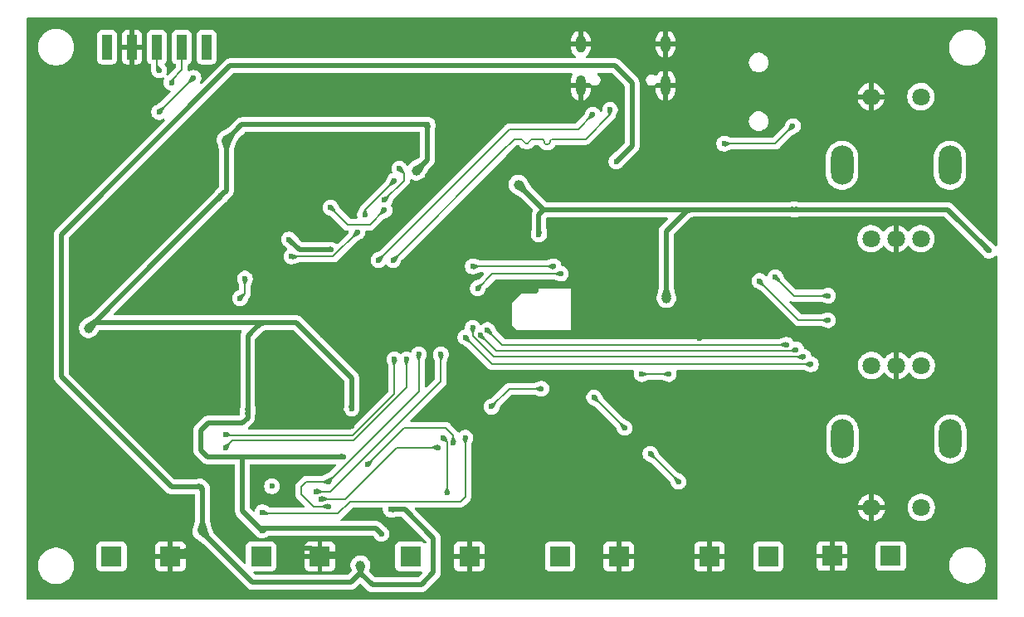
<source format=gbr>
%TF.GenerationSoftware,KiCad,Pcbnew,9.0.0*%
%TF.CreationDate,2025-04-11T20:43:28+08:00*%
%TF.ProjectId,wgr,7767722e-6b69-4636-9164-5f7063625858,rev?*%
%TF.SameCoordinates,Original*%
%TF.FileFunction,Copper,L1,Top*%
%TF.FilePolarity,Positive*%
%FSLAX46Y46*%
G04 Gerber Fmt 4.6, Leading zero omitted, Abs format (unit mm)*
G04 Created by KiCad (PCBNEW 9.0.0) date 2025-04-11 20:43:28*
%MOMM*%
%LPD*%
G01*
G04 APERTURE LIST*
%TA.AperFunction,SMDPad,CuDef*%
%ADD10R,2.100000X2.000000*%
%TD*%
%TA.AperFunction,ComponentPad*%
%ADD11O,2.300000X4.000000*%
%TD*%
%TA.AperFunction,ComponentPad*%
%ADD12C,1.800000*%
%TD*%
%TA.AperFunction,SMDPad,CuDef*%
%ADD13R,1.000000X2.500000*%
%TD*%
%TA.AperFunction,HeatsinkPad*%
%ADD14O,1.000000X1.800000*%
%TD*%
%TA.AperFunction,HeatsinkPad*%
%ADD15O,1.000000X2.100000*%
%TD*%
%TA.AperFunction,ViaPad*%
%ADD16C,1.000000*%
%TD*%
%TA.AperFunction,ViaPad*%
%ADD17C,0.600000*%
%TD*%
%TA.AperFunction,Conductor*%
%ADD18C,0.500000*%
%TD*%
%TA.AperFunction,Conductor*%
%ADD19C,0.200000*%
%TD*%
G04 APERTURE END LIST*
D10*
%TO.P,SW6,1,1*%
%TO.N,GND*%
X232650000Y-38327000D03*
%TO.P,SW6,2,2*%
%TO.N,/BTN6*%
X238650000Y-38327000D03*
%TD*%
D11*
%TO.P,SW9,6*%
%TO.N,N/C*%
X244675500Y1570000D03*
%TO.P,SW9,7*%
X233675500Y1570000D03*
D12*
%TO.P,SW9,A,A*%
%TO.N,/ECA1*%
X236635500Y-5930000D03*
%TO.P,SW9,B,B*%
%TO.N,/ECA2*%
X241715500Y-5930000D03*
%TO.P,SW9,C,C*%
%TO.N,GND*%
X239175500Y-5930000D03*
%TO.P,SW9,S1,S1*%
X236635500Y8570000D03*
%TO.P,SW9,S2,S2*%
%TO.N,/BTN10*%
X241715500Y8570000D03*
%TD*%
D13*
%TO.P,J2,1,Pin_1*%
%TO.N,unconnected-(J2-Pin_1-Pad1)*%
X158700000Y13625000D03*
%TO.P,J2,2,Pin_2*%
%TO.N,GND*%
X161240000Y13625000D03*
%TO.P,J2,3,Pin_3*%
%TO.N,/CLK*%
X163780000Y13625000D03*
%TO.P,J2,4,Pin_4*%
%TO.N,/SWD*%
X166320000Y13625000D03*
%TO.P,J2,5,Pin_5*%
%TO.N,unconnected-(J2-Pin_5-Pad5)*%
X168860000Y13625000D03*
%TD*%
D10*
%TO.P,SW1,1,1*%
%TO.N,/BTN1*%
X159150000Y-38381000D03*
%TO.P,SW1,2,2*%
%TO.N,GND*%
X165150000Y-38381000D03*
%TD*%
%TO.P,SW2,1,1*%
%TO.N,/BTN2*%
X174400000Y-38381000D03*
%TO.P,SW2,2,2*%
%TO.N,GND*%
X180400000Y-38381000D03*
%TD*%
%TO.P,SW3,1,1*%
%TO.N,/BTN3*%
X189650000Y-38381000D03*
%TO.P,SW3,2,2*%
%TO.N,GND*%
X195650000Y-38381000D03*
%TD*%
D11*
%TO.P,SW10,6*%
%TO.N,N/C*%
X233724500Y-26370000D03*
%TO.P,SW10,7*%
X244724500Y-26370000D03*
D12*
%TO.P,SW10,A,A*%
%TO.N,/ECB1*%
X241764500Y-18870000D03*
%TO.P,SW10,B,B*%
%TO.N,/ECB2*%
X236684500Y-18870000D03*
%TO.P,SW10,C,C*%
%TO.N,GND*%
X239224500Y-18870000D03*
%TO.P,SW10,S1,S1*%
%TO.N,/BTN9*%
X241764500Y-33370000D03*
%TO.P,SW10,S2,S2*%
%TO.N,GND*%
X236684500Y-33370000D03*
%TD*%
D10*
%TO.P,SW5,1,1*%
%TO.N,GND*%
X220150000Y-38381000D03*
%TO.P,SW5,2,2*%
%TO.N,/BTN5*%
X226150000Y-38381000D03*
%TD*%
%TO.P,SW4,1,1*%
%TO.N,/BTN4*%
X204900000Y-38381000D03*
%TO.P,SW4,2,2*%
%TO.N,GND*%
X210900000Y-38381000D03*
%TD*%
D14*
%TO.P,J1,S1,SHIELD*%
%TO.N,GND*%
X207025000Y13950000D03*
D15*
X207025000Y9750000D03*
D14*
X215665000Y13950000D03*
D15*
X215665000Y9750000D03*
%TD*%
D16*
%TO.N,GND*%
X199500000Y-3759982D03*
X201222470Y-3222470D03*
%TO.N,+5V*%
X184528527Y-39269433D03*
%TO.N,GND*%
X183650000Y-38100340D03*
%TO.N,+5V*%
X168400000Y-35763816D03*
%TO.N,GND*%
X167400000Y-37875000D03*
D17*
%TO.N,+5V*%
X168250000Y-31250000D03*
X175515894Y-31200000D03*
X187630000Y-33582500D03*
X210640894Y1940000D03*
%TO.N,+3.3V*%
X203000000Y-21250000D03*
X183654939Y-23270014D03*
%TO.N,/ECA1*%
X230500000Y-18750000D03*
%TO.N,/ECA2*%
X229750000Y-18000000D03*
%TO.N,/ECB1*%
X229000000Y-17250000D03*
%TO.N,/ECB2*%
X228000000Y-16750000D03*
%TO.N,/ECB1*%
X196750000Y-15750000D03*
%TO.N,/ECA1*%
X195250000Y-16000000D03*
%TO.N,/ECA2*%
X196000000Y-15000000D03*
%TO.N,/ECB2*%
X197500000Y-15250000D03*
%TO.N,GND*%
X180500000Y-29750000D03*
%TO.N,+3.3V*%
X182784106Y-28180000D03*
%TO.N,GND*%
X173965894Y-31200000D03*
X170250000Y-31000000D03*
X178000000Y-37500000D03*
%TO.N,+3.3V*%
X186685000Y-36070000D03*
X174481908Y-35731908D03*
%TO.N,/OCT+*%
X170750000Y-27250000D03*
%TO.N,/OCT-*%
X170750000Y-25900000D03*
%TO.N,/OCT+*%
X189250000Y-18250000D03*
%TO.N,/OCT-*%
X188000000Y-18250000D03*
%TO.N,/MCU.SCK*%
X190500000Y-17750000D03*
%TO.N,/MCU-DSP*%
X192750000Y-17750000D03*
%TO.N,/MCU.CS*%
X174536316Y-33852500D03*
%TO.N,/MCU.IRQ2*%
X192500000Y-27250000D03*
%TO.N,/MCU.CS2*%
X193000000Y-26250000D03*
%TO.N,/MCU.IRQ*%
X194000000Y-26750000D03*
%TO.N,/MCU.CS*%
X195250000Y-26250000D03*
%TO.N,/MCU.CS2*%
X193380000Y-31887500D03*
%TO.N,/MCU.IRQ2*%
X180500000Y-32500000D03*
%TO.N,/MCU-DSP*%
X180000000Y-31730000D03*
%TO.N,/MCU.SCK*%
X181250000Y-30750000D03*
X181250000Y-33250000D03*
%TO.N,/MCU.IRQ*%
X185250000Y-29000000D03*
%TO.N,GND*%
X206837500Y2380000D03*
D16*
%TO.N,+3.3V*%
X190250000Y1000000D03*
D17*
X170311250Y-1561250D03*
X217910000Y-2990894D03*
X174374695Y-14520014D03*
X248679000Y-7160000D03*
D16*
X200652522Y-402522D03*
D17*
X177250000Y-6000000D03*
X228790000Y-2940894D03*
D16*
X215750000Y-12000000D03*
D17*
X197904939Y-23080006D03*
X173040000Y-23562500D03*
D16*
X170869395Y4145287D03*
X156812000Y-15062000D03*
D17*
X191384362Y5715382D03*
X181539817Y-7045014D03*
X202750000Y-5500000D03*
%TO.N,GND*%
X222360000Y959106D03*
X202500000Y-15735022D03*
X202750000Y-10500000D03*
X206500000Y-13500000D03*
X202789817Y-19855006D03*
X197500000Y-21250000D03*
X206500000Y-12500000D03*
X223000000Y-10250000D03*
X161240000Y13625000D03*
X186500000Y-19000000D03*
X224500000Y-7750000D03*
X206500000Y-14750000D03*
X185000000Y-8000000D03*
X201050010Y-19845061D03*
X206250000Y-10500000D03*
D16*
X169118498Y1911426D03*
D17*
X201250000Y-15735022D03*
X219170000Y-16104470D03*
X228790000Y-1040894D03*
D16*
X212875000Y-1125000D03*
D17*
X177250000Y-16000000D03*
X196250000Y-7500000D03*
X208740894Y1940000D03*
D16*
X174368919Y4100287D03*
D17*
X227500000Y-14750000D03*
X199454939Y-23080006D03*
X201057357Y-11057357D03*
X217910000Y-1090894D03*
X217920000Y-13940894D03*
X171770000Y-23562500D03*
X221660000Y13475000D03*
X222280000Y-1090894D03*
X203750000Y-15735022D03*
X204539817Y-19825010D03*
D16*
X213750000Y-250000D03*
D17*
X204750000Y-15500000D03*
X205250000Y-10500000D03*
D16*
X167919395Y4145287D03*
D17*
X155927000Y-16947000D03*
X183685183Y-25039978D03*
X204000000Y-10500000D03*
X179679939Y-5585002D03*
X202694817Y-7490018D03*
X201750000Y-10500000D03*
X206500000Y-11500000D03*
X181539817Y-5495014D03*
D16*
X214750000Y500000D03*
D17*
X228390894Y1030000D03*
X228660000Y12575000D03*
X174911499Y-285287D03*
X205750000Y-15500000D03*
X155837000Y3387000D03*
X174877607Y-2644713D03*
%TO.N,/L*%
X228660000Y5575000D03*
X221660000Y3775000D03*
%TO.N,/NRST*%
X225250000Y-10250000D03*
X232250000Y-14250000D03*
X196500000Y-11000000D03*
X205000000Y-9500000D03*
%TO.N,/BTN5*%
X226150000Y-38381000D03*
%TO.N,/BTN6*%
X238650000Y-38327000D03*
%TO.N,/BTN1*%
X159150000Y-38381000D03*
%TO.N,/D+*%
X208250000Y6750000D03*
X186375000Y-8125000D03*
%TO.N,/BTN3*%
X189650000Y-38381000D03*
%TO.N,/LCD.BK*%
X187000000Y-3000000D03*
X181500000Y-2750000D03*
%TO.N,/BCK*%
X216000000Y-19750000D03*
X213250000Y-19750000D03*
%TO.N,/LCD.CS*%
X188000000Y0D03*
X185000000Y-3500000D03*
%TO.N,/BTN2*%
X174400000Y-38381000D03*
%TO.N,/BTN4*%
X204900000Y-38381000D03*
%TO.N,/XY.SDA*%
X172250000Y-12000000D03*
X172750000Y-10000000D03*
%TO.N,/BTN9*%
X208375000Y-22125000D03*
X214125000Y-27875000D03*
X217000000Y-30750000D03*
X211500000Y-25250000D03*
%TO.N,/D-*%
X187875000Y-8125000D03*
X210000000Y7250000D03*
%TO.N,/BOOT0*%
X226875000Y-9875000D03*
X232250000Y-11750000D03*
X204250000Y-8750000D03*
X196000000Y-8750000D03*
%TO.N,/LCD.DC*%
X187000000Y-2000000D03*
X188500000Y1250000D03*
%TO.N,/SWD*%
X165250000Y10000000D03*
%TO.N,/CLK*%
X184250000Y-5250000D03*
X177500000Y-7750000D03*
X164000000Y11250000D03*
%TO.N,/RX*%
X164000000Y7000000D03*
X167500000Y10500000D03*
%TD*%
D18*
%TO.N,+5V*%
X168426316Y-31426316D02*
X168250000Y-31250000D01*
X168426316Y-35926316D02*
X168426316Y-31426316D01*
X173500000Y-41000000D02*
X168426316Y-35926316D01*
X184528527Y-40021473D02*
X183550000Y-41000000D01*
X184528527Y-39269433D02*
X184528527Y-40021473D01*
X183550000Y-41000000D02*
X173500000Y-41000000D01*
X189082500Y-33582500D02*
X187630000Y-33582500D01*
X192000000Y-36500000D02*
X189082500Y-33582500D01*
X184528527Y-40028527D02*
X185750000Y-41250000D01*
X184528527Y-39269433D02*
X184528527Y-40028527D01*
X192000000Y-40000000D02*
X192000000Y-36500000D01*
X185750000Y-41250000D02*
X190750000Y-41250000D01*
X190750000Y-41250000D02*
X192000000Y-40000000D01*
X165250000Y-31250000D02*
X168250000Y-31250000D01*
X154000000Y-20000000D02*
X165250000Y-31250000D01*
X154000000Y-5500000D02*
X154000000Y-20000000D01*
X171250000Y11750000D02*
X154000000Y-5500000D01*
X210500000Y11750000D02*
X171250000Y11750000D01*
X212250000Y10000000D02*
X210500000Y11750000D01*
X212250000Y3549106D02*
X212250000Y10000000D01*
X210640894Y1940000D02*
X212250000Y3549106D01*
D19*
%TO.N,+3.3V*%
X199734945Y-21250000D02*
X203000000Y-21250000D01*
X197904939Y-23080006D02*
X199734945Y-21250000D01*
D18*
X183654939Y-20154939D02*
X183654939Y-23270014D01*
X178020014Y-14520014D02*
X183654939Y-20154939D01*
X174374695Y-14520014D02*
X178020014Y-14520014D01*
D19*
%TO.N,/ECB1*%
X198351000Y-17351000D02*
X196750000Y-15750000D01*
X228899000Y-17351000D02*
X198351000Y-17351000D01*
X229000000Y-17250000D02*
X228899000Y-17351000D01*
%TO.N,/ECA1*%
X198000000Y-18750000D02*
X195250000Y-16000000D01*
X230500000Y-18750000D02*
X198000000Y-18750000D01*
%TO.N,/ECA2*%
X196000000Y-15849943D02*
X198150057Y-18000000D01*
X196000000Y-15000000D02*
X196000000Y-15849943D01*
X198150057Y-18000000D02*
X229750000Y-18000000D01*
%TO.N,/ECB2*%
X199000000Y-16750000D02*
X197500000Y-15250000D01*
X228000000Y-16750000D02*
X199000000Y-16750000D01*
%TO.N,GND*%
X175415894Y-29750000D02*
X173965894Y-31200000D01*
X180500000Y-29750000D02*
X175415894Y-29750000D01*
D18*
%TO.N,+3.3V*%
X172500000Y-28180000D02*
X182784106Y-28180000D01*
X174481908Y-35731908D02*
X172500000Y-33750000D01*
X172500000Y-33750000D02*
X172500000Y-28180000D01*
%TO.N,GND*%
X180680660Y-38100340D02*
X180400000Y-38381000D01*
X183650000Y-38100340D02*
X180680660Y-38100340D01*
X179519000Y-37500000D02*
X180400000Y-38381000D01*
X178000000Y-37500000D02*
X179519000Y-37500000D01*
%TO.N,+3.3V*%
X174713816Y-35500000D02*
X174481908Y-35731908D01*
X186685000Y-36070000D02*
X186115000Y-35500000D01*
X186115000Y-35500000D02*
X174713816Y-35500000D01*
D19*
%TO.N,/MCU.CS*%
X183500000Y-32750000D02*
X184000000Y-32750000D01*
X182250000Y-34000000D02*
X183500000Y-32750000D01*
X184000000Y-32750000D02*
X194750000Y-32750000D01*
X174683816Y-34000000D02*
X182250000Y-34000000D01*
X174536316Y-33852500D02*
X174683816Y-34000000D01*
X195250000Y-32250000D02*
X195250000Y-26250000D01*
X194750000Y-32750000D02*
X195250000Y-32250000D01*
%TO.N,/MCU.IRQ2*%
X188250000Y-27250000D02*
X192500000Y-27250000D01*
X183000000Y-32500000D02*
X188250000Y-27250000D01*
X180500000Y-32500000D02*
X183000000Y-32500000D01*
D18*
%TO.N,+3.3V*%
X174481908Y-35481908D02*
X174481908Y-35731908D01*
X168930000Y-28180000D02*
X172500000Y-28180000D01*
X168250000Y-27500000D02*
X168930000Y-28180000D01*
X169000000Y-24750000D02*
X168250000Y-25500000D01*
X172500000Y-24750000D02*
X169000000Y-24750000D01*
X168250000Y-25500000D02*
X168250000Y-27500000D01*
X173040000Y-24210000D02*
X172500000Y-24750000D01*
X173040000Y-23562500D02*
X173040000Y-24210000D01*
D19*
%TO.N,/OCT+*%
X183817100Y-26500000D02*
X189250000Y-21067100D01*
X170750000Y-27250000D02*
X171500000Y-26500000D01*
X189250000Y-21067100D02*
X189250000Y-18250000D01*
X171500000Y-26500000D02*
X183817100Y-26500000D01*
%TO.N,/OCT-*%
X183750000Y-26000000D02*
X188000000Y-21750000D01*
X170850000Y-26000000D02*
X183750000Y-26000000D01*
X170750000Y-25900000D02*
X170850000Y-26000000D01*
X188000000Y-21750000D02*
X188000000Y-18250000D01*
%TO.N,/MCU.SCK*%
X190500000Y-21500000D02*
X181250000Y-30750000D01*
X190500000Y-17750000D02*
X190500000Y-21500000D01*
%TO.N,/MCU-DSP*%
X181500000Y-31750000D02*
X180020000Y-31750000D01*
X192750000Y-20500000D02*
X181500000Y-31750000D01*
X192750000Y-17750000D02*
X192750000Y-20500000D01*
X180020000Y-31750000D02*
X180000000Y-31730000D01*
%TO.N,/MCU.SCK*%
X178500000Y-31250000D02*
X179000000Y-30750000D01*
X179750000Y-33250000D02*
X178500000Y-32000000D01*
X178500000Y-32000000D02*
X178500000Y-31250000D01*
X181250000Y-33250000D02*
X179750000Y-33250000D01*
X179000000Y-30750000D02*
X181250000Y-30750000D01*
%TO.N,/MCU.IRQ*%
X189000000Y-25250000D02*
X185250000Y-29000000D01*
X194000000Y-26000000D02*
X193250000Y-25250000D01*
X193250000Y-25250000D02*
X189000000Y-25250000D01*
X194000000Y-26750000D02*
X194000000Y-26000000D01*
%TO.N,/MCU.CS2*%
X193380000Y-26630000D02*
X193000000Y-26250000D01*
X193380000Y-31887500D02*
X193380000Y-26630000D01*
D18*
%TO.N,+3.3V*%
X157353986Y-14520014D02*
X156812000Y-15062000D01*
X172439490Y5715382D02*
X170869395Y4145287D01*
X173040000Y-15854709D02*
X174374695Y-14520014D01*
X174374695Y-14520014D02*
X157353986Y-14520014D01*
X200652522Y-402522D02*
X203240894Y-2990894D01*
X228790000Y-2940894D02*
X217960000Y-2940894D01*
X170869395Y4145287D02*
X170869395Y-1003105D01*
X170311250Y-1561250D02*
X164873500Y-6999000D01*
X156872500Y-15000000D02*
X157352486Y-14520014D01*
X202750000Y-5500000D02*
X202750000Y-3481788D01*
X175500000Y5715382D02*
X191384362Y5715382D01*
X191384362Y2134362D02*
X191384362Y5715382D01*
X181539817Y-7045014D02*
X181493803Y-6999000D01*
X178295014Y-7045014D02*
X177250000Y-6000000D01*
X181539817Y-7045014D02*
X178295014Y-7045014D01*
X202750000Y-3481788D02*
X203240894Y-2990894D01*
X203240894Y-2990894D02*
X217910000Y-2990894D01*
X217910000Y-2990894D02*
X215750000Y-5150894D01*
X174908406Y5715382D02*
X175500000Y5715382D01*
X173040000Y-23562500D02*
X173040000Y-15854709D01*
X175500000Y5715382D02*
X172439490Y5715382D01*
X217960000Y-2940894D02*
X217910000Y-2990894D01*
X170869395Y-1003105D02*
X170311250Y-1561250D01*
X248679000Y-7160000D02*
X244459894Y-2940894D01*
X215750000Y-5150894D02*
X215750000Y-12000000D01*
X164873500Y-6999000D02*
X156872500Y-15000000D01*
X190250000Y1000000D02*
X191384362Y2134362D01*
X244459894Y-2940894D02*
X228790000Y-2940894D01*
D19*
%TO.N,/L*%
X226860000Y3775000D02*
X228660000Y5575000D01*
X221660000Y3775000D02*
X226860000Y3775000D01*
%TO.N,/NRST*%
X198000000Y-9500000D02*
X205000000Y-9500000D01*
X196500000Y-11000000D02*
X198000000Y-9500000D01*
X232250000Y-14250000D02*
X229250000Y-14250000D01*
X229250000Y-14250000D02*
X225250000Y-10250000D01*
%TO.N,/D+*%
X199750000Y5250000D02*
X206750000Y5250000D01*
X186375000Y-8125000D02*
X199750000Y5250000D01*
X206750000Y5250000D02*
X208250000Y6750000D01*
%TO.N,/LCD.BK*%
X183250000Y-4500000D02*
X185500000Y-4500000D01*
X181500000Y-2750000D02*
X183250000Y-4500000D01*
X185500000Y-4500000D02*
X187000000Y-3000000D01*
%TO.N,/BCK*%
X216000000Y-19750000D02*
X213250000Y-19750000D01*
%TO.N,/LCD.CS*%
X188000000Y0D02*
X185000000Y-3000000D01*
X185000000Y-3000000D02*
X185000000Y-3500000D01*
%TO.N,/XY.SDA*%
X172750000Y-10000000D02*
X172750000Y-11500000D01*
X172750000Y-11500000D02*
X172250000Y-12000000D01*
%TO.N,/BTN9*%
X208375000Y-22125000D02*
X211500000Y-25250000D01*
X214125000Y-27875000D02*
X217000000Y-30750000D01*
%TO.N,/D-*%
X202505076Y4250000D02*
X202004378Y4250000D01*
X202911422Y4250000D02*
X202505076Y4250000D01*
X210000000Y6750000D02*
X207500000Y4250000D01*
X200250000Y4250000D02*
X198914678Y2914678D01*
X210000000Y7250000D02*
X210000000Y6750000D01*
X203871422Y4010000D02*
X203871422Y3951038D01*
X207500000Y4250000D02*
X204111422Y4250000D01*
X200983450Y4250000D02*
X200804378Y4250000D01*
X198914678Y2914678D02*
X187875000Y-8125000D01*
X203271422Y3951038D02*
X203271422Y4010000D01*
X201583450Y3829072D02*
X201404378Y3829072D01*
X203031422Y4250000D02*
X202911422Y4250000D01*
X203631422Y3711038D02*
X203511422Y3711038D01*
X200804378Y4250000D02*
X200250000Y4250000D01*
X201193914Y4039536D02*
G75*
G03*
X200983450Y4249914I-210414J-36D01*
G01*
X203511422Y3711038D02*
G75*
G02*
X203271438Y3951038I-22J239962D01*
G01*
X203871422Y3951038D02*
G75*
G02*
X203631422Y3710978I-240022J-38D01*
G01*
X202004378Y4250000D02*
G75*
G03*
X201793900Y4039536I22J-210500D01*
G01*
X204111422Y4250000D02*
G75*
G03*
X203871400Y4010000I-22J-240000D01*
G01*
X201404378Y3829072D02*
G75*
G02*
X201193972Y4039536I22J210428D01*
G01*
X203271422Y4010000D02*
G75*
G03*
X203031422Y4250022I-240022J0D01*
G01*
X201793914Y4039536D02*
G75*
G02*
X201583450Y3829086I-210414J-36D01*
G01*
%TO.N,/BOOT0*%
X228750000Y-11750000D02*
X232250000Y-11750000D01*
X226875000Y-9875000D02*
X228750000Y-11750000D01*
X196000000Y-8750000D02*
X204250000Y-8750000D01*
%TO.N,/LCD.DC*%
X188500000Y1250000D02*
X189000000Y750000D01*
X189000000Y0D02*
X187000000Y-2000000D01*
X189000000Y750000D02*
X189000000Y0D01*
%TO.N,/SWD*%
X165250000Y10250000D02*
X166320000Y11320000D01*
X166320000Y11320000D02*
X166320000Y13625000D01*
X165250000Y10000000D02*
X165250000Y10250000D01*
%TO.N,/CLK*%
X163780000Y13625000D02*
X163780000Y11470000D01*
X163780000Y11470000D02*
X164000000Y11250000D01*
X177500000Y-7750000D02*
X181750000Y-7750000D01*
X181750000Y-7750000D02*
X184250000Y-5250000D01*
%TO.N,/RX*%
X164000000Y7000000D02*
X167500000Y10500000D01*
D18*
%TO.N,GND*%
X165656000Y-37875000D02*
X165150000Y-38381000D01*
X167400000Y-37875000D02*
X165656000Y-37875000D01*
%TD*%
%TA.AperFunction,Conductor*%
%TO.N,GND*%
G36*
X181987941Y-28950185D02*
G01*
X182033696Y-29002989D01*
X182043640Y-29072147D01*
X182014615Y-29135703D01*
X182008583Y-29142181D01*
X181333528Y-29817235D01*
X181298390Y-29841871D01*
X180947792Y-30005884D01*
X180937516Y-30010141D01*
X180573640Y-30142074D01*
X180531373Y-30149500D01*
X179086670Y-30149500D01*
X179086654Y-30149499D01*
X179079058Y-30149499D01*
X178920943Y-30149499D01*
X178844579Y-30169961D01*
X178768214Y-30190423D01*
X178768209Y-30190426D01*
X178631290Y-30269475D01*
X178631282Y-30269481D01*
X178124217Y-30776546D01*
X178124214Y-30776548D01*
X178124215Y-30776549D01*
X178019478Y-30881286D01*
X177998707Y-30917264D01*
X177983114Y-30944272D01*
X177940423Y-31018215D01*
X177899499Y-31170943D01*
X177899499Y-31170945D01*
X177899499Y-31339046D01*
X177899500Y-31339059D01*
X177899500Y-31913330D01*
X177899499Y-31913348D01*
X177899499Y-32079054D01*
X177899498Y-32079054D01*
X177940424Y-32231789D01*
X177940425Y-32231790D01*
X177962186Y-32269480D01*
X177962187Y-32269482D01*
X178019475Y-32368709D01*
X178019481Y-32368717D01*
X178138349Y-32487585D01*
X178138355Y-32487590D01*
X178838584Y-33187819D01*
X178872069Y-33249142D01*
X178867085Y-33318834D01*
X178825213Y-33374767D01*
X178759749Y-33399184D01*
X178750903Y-33399500D01*
X175312340Y-33399500D01*
X175245301Y-33379815D01*
X175237324Y-33374234D01*
X175018728Y-33208101D01*
X175007026Y-33199470D01*
X175006474Y-33199075D01*
X175006471Y-33199073D01*
X175006461Y-33199066D01*
X174947834Y-33162888D01*
X174946068Y-33162041D01*
X174930829Y-33153351D01*
X174915495Y-33143105D01*
X174915493Y-33143104D01*
X174769817Y-33082764D01*
X174769805Y-33082761D01*
X174615161Y-33052000D01*
X174615158Y-33052000D01*
X174457474Y-33052000D01*
X174457471Y-33052000D01*
X174302826Y-33082761D01*
X174302814Y-33082764D01*
X174157143Y-33143102D01*
X174157130Y-33143109D01*
X174026027Y-33230710D01*
X174026023Y-33230713D01*
X173914529Y-33342207D01*
X173914526Y-33342211D01*
X173826925Y-33473314D01*
X173826918Y-33473327D01*
X173766580Y-33618998D01*
X173766577Y-33619008D01*
X173756056Y-33671901D01*
X173723670Y-33733812D01*
X173662954Y-33768386D01*
X173593185Y-33764645D01*
X173546758Y-33735390D01*
X173286819Y-33475451D01*
X173253334Y-33414128D01*
X173250500Y-33387770D01*
X173250500Y-31121153D01*
X174715394Y-31121153D01*
X174715394Y-31278846D01*
X174746155Y-31433489D01*
X174746158Y-31433501D01*
X174806496Y-31579172D01*
X174806503Y-31579185D01*
X174894104Y-31710288D01*
X174894107Y-31710292D01*
X175005601Y-31821786D01*
X175005605Y-31821789D01*
X175136708Y-31909390D01*
X175136721Y-31909397D01*
X175281825Y-31969500D01*
X175282397Y-31969737D01*
X175437047Y-32000499D01*
X175437050Y-32000500D01*
X175437052Y-32000500D01*
X175594738Y-32000500D01*
X175594739Y-32000499D01*
X175749391Y-31969737D01*
X175895073Y-31909394D01*
X176026183Y-31821789D01*
X176137683Y-31710289D01*
X176225288Y-31579179D01*
X176285631Y-31433497D01*
X176316394Y-31278842D01*
X176316394Y-31121158D01*
X176316394Y-31121155D01*
X176316393Y-31121153D01*
X176289011Y-30983497D01*
X176285631Y-30966503D01*
X176277926Y-30947901D01*
X176225291Y-30820827D01*
X176225284Y-30820814D01*
X176137683Y-30689711D01*
X176137680Y-30689707D01*
X176026186Y-30578213D01*
X176026182Y-30578210D01*
X175895079Y-30490609D01*
X175895066Y-30490602D01*
X175749395Y-30430264D01*
X175749383Y-30430261D01*
X175594739Y-30399500D01*
X175594736Y-30399500D01*
X175437052Y-30399500D01*
X175437049Y-30399500D01*
X175282404Y-30430261D01*
X175282392Y-30430264D01*
X175136721Y-30490602D01*
X175136708Y-30490609D01*
X175005605Y-30578210D01*
X175005601Y-30578213D01*
X174894107Y-30689707D01*
X174894104Y-30689711D01*
X174806503Y-30820814D01*
X174806496Y-30820827D01*
X174746158Y-30966498D01*
X174746155Y-30966510D01*
X174715394Y-31121153D01*
X173250500Y-31121153D01*
X173250500Y-29054500D01*
X173270185Y-28987461D01*
X173322989Y-28941706D01*
X173374500Y-28930500D01*
X181920902Y-28930500D01*
X181987941Y-28950185D01*
G37*
%TD.AperFunction*%
%TA.AperFunction,Conductor*%
G36*
X249442539Y16679815D02*
G01*
X249488294Y16627011D01*
X249499500Y16575500D01*
X249499500Y-6549059D01*
X249479815Y-6616098D01*
X249427011Y-6661853D01*
X249357853Y-6671797D01*
X249294297Y-6642772D01*
X249287819Y-6636741D01*
X249267176Y-6616098D01*
X249189289Y-6538211D01*
X249185389Y-6535605D01*
X249167576Y-6521149D01*
X249164550Y-6518189D01*
X249157178Y-6511942D01*
X248907673Y-6300499D01*
X248770612Y-6184347D01*
X248747829Y-6166296D01*
X248737155Y-6156787D01*
X244938315Y-2357946D01*
X244938314Y-2357945D01*
X244934099Y-2355129D01*
X244848561Y-2297975D01*
X244815389Y-2275810D01*
X244815387Y-2275809D01*
X244815384Y-2275807D01*
X244678811Y-2219237D01*
X244678801Y-2219234D01*
X244533814Y-2190394D01*
X244533812Y-2190394D01*
X229447331Y-2190394D01*
X229419644Y-2187263D01*
X229415104Y-2186223D01*
X229415088Y-2186220D01*
X228900500Y-2143729D01*
X228891764Y-2143220D01*
X228891751Y-2143220D01*
X228879452Y-2142504D01*
X228868842Y-2140394D01*
X228711158Y-2140394D01*
X228694725Y-2143662D01*
X228683210Y-2143688D01*
X228679490Y-2143729D01*
X228164899Y-2186221D01*
X228136020Y-2189569D01*
X228121743Y-2190394D01*
X218532467Y-2190394D01*
X218515906Y-2189283D01*
X218500917Y-2187263D01*
X218487970Y-2185518D01*
X218487968Y-2185518D01*
X217937297Y-2190380D01*
X217937291Y-2190380D01*
X217935721Y-2190394D01*
X217831158Y-2190394D01*
X217816104Y-2193387D01*
X217805451Y-2193652D01*
X217805053Y-2193545D01*
X217803735Y-2193683D01*
X217799490Y-2193729D01*
X217284899Y-2236221D01*
X217256020Y-2239569D01*
X217241743Y-2240394D01*
X203603124Y-2240394D01*
X203536085Y-2220709D01*
X203515443Y-2204075D01*
X201955526Y-644158D01*
X201935745Y-618348D01*
X201792021Y-368717D01*
X201540491Y68161D01*
X201539154Y71392D01*
X201535382Y77036D01*
X201512562Y116673D01*
X201503975Y131033D01*
X201503579Y131671D01*
X201462609Y188477D01*
X201462600Y188484D01*
X201461869Y189301D01*
X201451085Y203194D01*
X201429661Y235260D01*
X201290304Y374617D01*
X201126436Y484110D01*
X200944357Y559529D01*
X200881104Y572110D01*
X200751065Y597978D01*
X200751063Y597978D01*
X200553981Y597978D01*
X200553979Y597978D01*
X200360692Y559530D01*
X200360687Y559529D01*
X200360682Y559527D01*
X200178614Y484113D01*
X200178601Y484106D01*
X200014740Y374617D01*
X200014736Y374614D01*
X199875385Y235263D01*
X199875382Y235259D01*
X199765893Y71398D01*
X199765886Y71385D01*
X199690472Y-110682D01*
X199690469Y-110692D01*
X199652022Y-303978D01*
X199652022Y-303981D01*
X199652022Y-501063D01*
X199652022Y-501065D01*
X199652021Y-501065D01*
X199690469Y-694351D01*
X199690472Y-694361D01*
X199765886Y-876429D01*
X199765893Y-876442D01*
X199875382Y-1040303D01*
X199875385Y-1040307D01*
X200014737Y-1179659D01*
X200014740Y-1179661D01*
X200101827Y-1237850D01*
X200133331Y-1262564D01*
X200172960Y-1285380D01*
X200176398Y-1287677D01*
X200176401Y-1287679D01*
X200178611Y-1289156D01*
X200183983Y-1292027D01*
X200183939Y-1292108D01*
X200188816Y-1294509D01*
X200868347Y-1685744D01*
X200894156Y-1705524D01*
X202105086Y-2916454D01*
X202138571Y-2977777D01*
X202133587Y-3047469D01*
X202120507Y-3073025D01*
X202084922Y-3126281D01*
X202084912Y-3126299D01*
X202028343Y-3262870D01*
X202028340Y-3262880D01*
X201999500Y-3407867D01*
X201999500Y-4842669D01*
X201996369Y-4870356D01*
X201995329Y-4874895D01*
X201995326Y-4874910D01*
X201952835Y-5389489D01*
X201952107Y-5401995D01*
X201949937Y-5418959D01*
X201949500Y-5421153D01*
X201949500Y-5578846D01*
X201980261Y-5733489D01*
X201980264Y-5733501D01*
X202040602Y-5879172D01*
X202040609Y-5879185D01*
X202128210Y-6010288D01*
X202128213Y-6010292D01*
X202239707Y-6121786D01*
X202239711Y-6121789D01*
X202370814Y-6209390D01*
X202370827Y-6209397D01*
X202488051Y-6257952D01*
X202516503Y-6269737D01*
X202620086Y-6290341D01*
X202671153Y-6300499D01*
X202671156Y-6300500D01*
X202671158Y-6300500D01*
X202828844Y-6300500D01*
X202828845Y-6300499D01*
X202983497Y-6269737D01*
X203129179Y-6209394D01*
X203260289Y-6121789D01*
X203371789Y-6010289D01*
X203459394Y-5879179D01*
X203466415Y-5862230D01*
X203473067Y-5846166D01*
X203519737Y-5733497D01*
X203550500Y-5578842D01*
X203550500Y-5421158D01*
X203549584Y-5416557D01*
X203547209Y-5393717D01*
X203547163Y-5389516D01*
X203547164Y-5389505D01*
X203546231Y-5378211D01*
X203516485Y-5017964D01*
X203504672Y-4874902D01*
X203501323Y-4846000D01*
X203500500Y-4831732D01*
X203500500Y-3865394D01*
X203520185Y-3798355D01*
X203572989Y-3752600D01*
X203624500Y-3741394D01*
X215798770Y-3741394D01*
X215865809Y-3761079D01*
X215911564Y-3813883D01*
X215921508Y-3883041D01*
X215892483Y-3946597D01*
X215886451Y-3953075D01*
X215167052Y-4672472D01*
X215167049Y-4672475D01*
X215128437Y-4730262D01*
X215128438Y-4730263D01*
X215084914Y-4795402D01*
X215028343Y-4931976D01*
X215028340Y-4931986D01*
X214999500Y-5076973D01*
X214999500Y-10907775D01*
X214995236Y-10940013D01*
X214791375Y-11697173D01*
X214789282Y-11704945D01*
X214787949Y-11708165D01*
X214786629Y-11714797D01*
X214785555Y-11718788D01*
X214785552Y-11718802D01*
X214774723Y-11759021D01*
X214770722Y-11774901D01*
X214770557Y-11775606D01*
X214770554Y-11775619D01*
X214759278Y-11845112D01*
X214759216Y-11846253D01*
X214757020Y-11863643D01*
X214749500Y-11901453D01*
X214749500Y-11901457D01*
X214749500Y-11901459D01*
X214749500Y-12098541D01*
X214749500Y-12098543D01*
X214749499Y-12098543D01*
X214787947Y-12291829D01*
X214787950Y-12291839D01*
X214863364Y-12473907D01*
X214863371Y-12473920D01*
X214972860Y-12637781D01*
X214972863Y-12637785D01*
X215112214Y-12777136D01*
X215112218Y-12777139D01*
X215276079Y-12886628D01*
X215276092Y-12886635D01*
X215458160Y-12962049D01*
X215458165Y-12962051D01*
X215458169Y-12962051D01*
X215458170Y-12962052D01*
X215651456Y-13000500D01*
X215651459Y-13000500D01*
X215848543Y-13000500D01*
X215978582Y-12974632D01*
X216041835Y-12962051D01*
X216223914Y-12886632D01*
X216387782Y-12777139D01*
X216527139Y-12637782D01*
X216636632Y-12473914D01*
X216712051Y-12291835D01*
X216724632Y-12228582D01*
X216750500Y-12098543D01*
X216750500Y-11901457D01*
X216740426Y-11850815D01*
X216730065Y-11798728D01*
X216725264Y-11758979D01*
X216713375Y-11714823D01*
X216712051Y-11708165D01*
X216712050Y-11708162D01*
X216710279Y-11702324D01*
X216710367Y-11702297D01*
X216708616Y-11697152D01*
X216504764Y-10940013D01*
X216500500Y-10907776D01*
X216500500Y-10171153D01*
X224449500Y-10171153D01*
X224449500Y-10328846D01*
X224480261Y-10483489D01*
X224480264Y-10483501D01*
X224540602Y-10629172D01*
X224540609Y-10629185D01*
X224628210Y-10760288D01*
X224628213Y-10760292D01*
X224739710Y-10871789D01*
X224793569Y-10907776D01*
X224870821Y-10959394D01*
X224892288Y-10968285D01*
X224897363Y-10970521D01*
X225298388Y-11158123D01*
X225333525Y-11182760D01*
X228765139Y-14614374D01*
X228765149Y-14614385D01*
X228769479Y-14618715D01*
X228769480Y-14618716D01*
X228881284Y-14730520D01*
X228943945Y-14766697D01*
X229018215Y-14809577D01*
X229170942Y-14850500D01*
X229170943Y-14850500D01*
X231531375Y-14850500D01*
X231573642Y-14857926D01*
X231853503Y-14959397D01*
X231992494Y-15009792D01*
X232016503Y-15019737D01*
X232030018Y-15022425D01*
X232041881Y-15026238D01*
X232043549Y-15026707D01*
X232133720Y-15043419D01*
X232133724Y-15043418D01*
X232140243Y-15044627D01*
X232144374Y-15045172D01*
X232171158Y-15050500D01*
X232171162Y-15050500D01*
X232328844Y-15050500D01*
X232328845Y-15050499D01*
X232483497Y-15019737D01*
X232619365Y-14963459D01*
X232629172Y-14959397D01*
X232629172Y-14959396D01*
X232629179Y-14959394D01*
X232760289Y-14871789D01*
X232871789Y-14760289D01*
X232959394Y-14629179D01*
X232962854Y-14620827D01*
X232976418Y-14588079D01*
X233019737Y-14483497D01*
X233050500Y-14328842D01*
X233050500Y-14171158D01*
X233050500Y-14171155D01*
X233050499Y-14171153D01*
X233019738Y-14016510D01*
X233019737Y-14016503D01*
X233019735Y-14016498D01*
X232959397Y-13870827D01*
X232959390Y-13870814D01*
X232871789Y-13739711D01*
X232871786Y-13739707D01*
X232760292Y-13628213D01*
X232760288Y-13628210D01*
X232629185Y-13540609D01*
X232629172Y-13540602D01*
X232483501Y-13480264D01*
X232483489Y-13480261D01*
X232328845Y-13449500D01*
X232328842Y-13449500D01*
X232171158Y-13449500D01*
X232171156Y-13449500D01*
X232016504Y-13480262D01*
X232016499Y-13480264D01*
X231995058Y-13489144D01*
X231989879Y-13491154D01*
X231573640Y-13642074D01*
X231531373Y-13649500D01*
X229550097Y-13649500D01*
X229483058Y-13629815D01*
X229462416Y-13613181D01*
X228333861Y-12484626D01*
X228300376Y-12423303D01*
X228305360Y-12353611D01*
X228347232Y-12297678D01*
X228412696Y-12273261D01*
X228462876Y-12280037D01*
X228473646Y-12283845D01*
X228518216Y-12309577D01*
X228630019Y-12339534D01*
X228670942Y-12350500D01*
X228670943Y-12350500D01*
X231531375Y-12350500D01*
X231573642Y-12357926D01*
X231965487Y-12500000D01*
X231992494Y-12509792D01*
X232016503Y-12519737D01*
X232030018Y-12522425D01*
X232041881Y-12526238D01*
X232043549Y-12526707D01*
X232133720Y-12543419D01*
X232133724Y-12543418D01*
X232140243Y-12544627D01*
X232144374Y-12545172D01*
X232171158Y-12550500D01*
X232171162Y-12550500D01*
X232328844Y-12550500D01*
X232328845Y-12550499D01*
X232483497Y-12519737D01*
X232629179Y-12459394D01*
X232760289Y-12371789D01*
X232871789Y-12260289D01*
X232959394Y-12129179D01*
X233019737Y-11983497D01*
X233050500Y-11828842D01*
X233050500Y-11671158D01*
X233050500Y-11671155D01*
X233050499Y-11671153D01*
X233019738Y-11516510D01*
X233019737Y-11516503D01*
X233012901Y-11500000D01*
X232959397Y-11370827D01*
X232959390Y-11370814D01*
X232871789Y-11239711D01*
X232871786Y-11239707D01*
X232760292Y-11128213D01*
X232760288Y-11128210D01*
X232629185Y-11040609D01*
X232629172Y-11040602D01*
X232483501Y-10980264D01*
X232483489Y-10980261D01*
X232328845Y-10949500D01*
X232328842Y-10949500D01*
X232171158Y-10949500D01*
X232171156Y-10949500D01*
X232016504Y-10980262D01*
X232016499Y-10980264D01*
X231995058Y-10989144D01*
X231989879Y-10991154D01*
X231573640Y-11142074D01*
X231531373Y-11149500D01*
X229050097Y-11149500D01*
X228983058Y-11129815D01*
X228962416Y-11113181D01*
X227807761Y-9958526D01*
X227783124Y-9923388D01*
X227782081Y-9921158D01*
X227594351Y-9519861D01*
X227584394Y-9495821D01*
X227576675Y-9484269D01*
X227570821Y-9472882D01*
X227569972Y-9471372D01*
X227518308Y-9396258D01*
X227518307Y-9396257D01*
X227514569Y-9390822D01*
X227511970Y-9387431D01*
X227501516Y-9371786D01*
X227496789Y-9364711D01*
X227496788Y-9364710D01*
X227496786Y-9364707D01*
X227385292Y-9253213D01*
X227385288Y-9253210D01*
X227254185Y-9165609D01*
X227254172Y-9165602D01*
X227108501Y-9105264D01*
X227108489Y-9105261D01*
X226953845Y-9074500D01*
X226953842Y-9074500D01*
X226796158Y-9074500D01*
X226796155Y-9074500D01*
X226641510Y-9105261D01*
X226641498Y-9105264D01*
X226495827Y-9165602D01*
X226495814Y-9165609D01*
X226364711Y-9253210D01*
X226364707Y-9253213D01*
X226253213Y-9364707D01*
X226253210Y-9364711D01*
X226165609Y-9495814D01*
X226165602Y-9495827D01*
X226105264Y-9641498D01*
X226105261Y-9641508D01*
X226095052Y-9692833D01*
X226062667Y-9754744D01*
X226001951Y-9789318D01*
X225932181Y-9785577D01*
X225875509Y-9744711D01*
X225872736Y-9740864D01*
X225871786Y-9739707D01*
X225760292Y-9628213D01*
X225760288Y-9628210D01*
X225629185Y-9540609D01*
X225629172Y-9540602D01*
X225483501Y-9480264D01*
X225483489Y-9480261D01*
X225328845Y-9449500D01*
X225328842Y-9449500D01*
X225171158Y-9449500D01*
X225171155Y-9449500D01*
X225016510Y-9480261D01*
X225016498Y-9480264D01*
X224870827Y-9540602D01*
X224870814Y-9540609D01*
X224739711Y-9628210D01*
X224739707Y-9628213D01*
X224628213Y-9739707D01*
X224628210Y-9739711D01*
X224540609Y-9870814D01*
X224540602Y-9870827D01*
X224480264Y-10016498D01*
X224480261Y-10016510D01*
X224449500Y-10171153D01*
X216500500Y-10171153D01*
X216500500Y-5819778D01*
X235235000Y-5819778D01*
X235235000Y-6040222D01*
X235247572Y-6119598D01*
X235269485Y-6257952D01*
X235337603Y-6467603D01*
X235337604Y-6467606D01*
X235394873Y-6580000D01*
X235432412Y-6653674D01*
X235437687Y-6664025D01*
X235567252Y-6842358D01*
X235567256Y-6842363D01*
X235723136Y-6998243D01*
X235723141Y-6998247D01*
X235781444Y-7040606D01*
X235901478Y-7127815D01*
X236027908Y-7192235D01*
X236097893Y-7227895D01*
X236097896Y-7227896D01*
X236170944Y-7251630D01*
X236307549Y-7296015D01*
X236525278Y-7330500D01*
X236525279Y-7330500D01*
X236745721Y-7330500D01*
X236745722Y-7330500D01*
X236963451Y-7296015D01*
X237173106Y-7227895D01*
X237369522Y-7127815D01*
X237547865Y-6998242D01*
X237703742Y-6842365D01*
X237805491Y-6702317D01*
X237860820Y-6659653D01*
X237930433Y-6653674D01*
X237992229Y-6686279D01*
X238006127Y-6702318D01*
X238107642Y-6842041D01*
X238263458Y-6997857D01*
X238441739Y-7127386D01*
X238638089Y-7227432D01*
X238847663Y-7295526D01*
X238925499Y-7307854D01*
X238925500Y-7307854D01*
X238925500Y-6530001D01*
X238985902Y-6555021D01*
X239111481Y-6580000D01*
X239239519Y-6580000D01*
X239365098Y-6555021D01*
X239425500Y-6530001D01*
X239425500Y-7307854D01*
X239503334Y-7295526D01*
X239503337Y-7295526D01*
X239712910Y-7227432D01*
X239909260Y-7127386D01*
X240087541Y-6997857D01*
X240243357Y-6842041D01*
X240243362Y-6842035D01*
X240344872Y-6702319D01*
X240400202Y-6659653D01*
X240469815Y-6653674D01*
X240531610Y-6686279D01*
X240545508Y-6702319D01*
X240647252Y-6842358D01*
X240647256Y-6842363D01*
X240803136Y-6998243D01*
X240803141Y-6998247D01*
X240861444Y-7040606D01*
X240981478Y-7127815D01*
X241107908Y-7192235D01*
X241177893Y-7227895D01*
X241177896Y-7227896D01*
X241250944Y-7251630D01*
X241387549Y-7296015D01*
X241605278Y-7330500D01*
X241605279Y-7330500D01*
X241825721Y-7330500D01*
X241825722Y-7330500D01*
X242043451Y-7296015D01*
X242253106Y-7227895D01*
X242449522Y-7127815D01*
X242627865Y-6998242D01*
X242783742Y-6842365D01*
X242913315Y-6664022D01*
X243013395Y-6467606D01*
X243081515Y-6257951D01*
X243116000Y-6040222D01*
X243116000Y-5819778D01*
X243081515Y-5602049D01*
X243035933Y-5461761D01*
X243013396Y-5392396D01*
X243013395Y-5392393D01*
X242968854Y-5304979D01*
X242913315Y-5195978D01*
X242864658Y-5129007D01*
X242783747Y-5017641D01*
X242783743Y-5017636D01*
X242627863Y-4861756D01*
X242627858Y-4861752D01*
X242449525Y-4732187D01*
X242449524Y-4732186D01*
X242449522Y-4732185D01*
X242332342Y-4672478D01*
X242253106Y-4632104D01*
X242253103Y-4632103D01*
X242043452Y-4563985D01*
X241934586Y-4546742D01*
X241825722Y-4529500D01*
X241605278Y-4529500D01*
X241532701Y-4540995D01*
X241387547Y-4563985D01*
X241177896Y-4632103D01*
X241177893Y-4632104D01*
X240981474Y-4732187D01*
X240803141Y-4861752D01*
X240803136Y-4861756D01*
X240647256Y-5017636D01*
X240545508Y-5157681D01*
X240490178Y-5200346D01*
X240420565Y-5206325D01*
X240358770Y-5173719D01*
X240344872Y-5157680D01*
X240243362Y-5017964D01*
X240243357Y-5017958D01*
X240087541Y-4862142D01*
X239909260Y-4732613D01*
X239712910Y-4632567D01*
X239503336Y-4564473D01*
X239425500Y-4552144D01*
X239425500Y-5329998D01*
X239365098Y-5304979D01*
X239239519Y-5280000D01*
X239111481Y-5280000D01*
X238985902Y-5304979D01*
X238925500Y-5329998D01*
X238925500Y-4552144D01*
X238847664Y-4564473D01*
X238847661Y-4564473D01*
X238638089Y-4632567D01*
X238441739Y-4732613D01*
X238263458Y-4862142D01*
X238107642Y-5017958D01*
X238107642Y-5017959D01*
X238006127Y-5157681D01*
X237950797Y-5200346D01*
X237881183Y-5206325D01*
X237819388Y-5173719D01*
X237805491Y-5157680D01*
X237703747Y-5017641D01*
X237703743Y-5017636D01*
X237547863Y-4861756D01*
X237547858Y-4861752D01*
X237369525Y-4732187D01*
X237369524Y-4732186D01*
X237369522Y-4732185D01*
X237252342Y-4672478D01*
X237173106Y-4632104D01*
X237173103Y-4632103D01*
X236963452Y-4563985D01*
X236854586Y-4546742D01*
X236745722Y-4529500D01*
X236525278Y-4529500D01*
X236452701Y-4540995D01*
X236307547Y-4563985D01*
X236097896Y-4632103D01*
X236097893Y-4632104D01*
X235901474Y-4732187D01*
X235723141Y-4861752D01*
X235723136Y-4861756D01*
X235567256Y-5017636D01*
X235567252Y-5017641D01*
X235437687Y-5195974D01*
X235337604Y-5392393D01*
X235337603Y-5392396D01*
X235269485Y-5602047D01*
X235248665Y-5733501D01*
X235235000Y-5819778D01*
X216500500Y-5819778D01*
X216500500Y-5513122D01*
X216520185Y-5446083D01*
X216536814Y-5425446D01*
X217975884Y-3986375D01*
X217997684Y-3969006D01*
X218001621Y-3966538D01*
X218235064Y-3768706D01*
X218293748Y-3741181D01*
X218566120Y-3693269D01*
X218587603Y-3691394D01*
X228132672Y-3691394D01*
X228160355Y-3694524D01*
X228162303Y-3694970D01*
X228164901Y-3695565D01*
X228164909Y-3695565D01*
X228164911Y-3695566D01*
X228679466Y-3738055D01*
X228679471Y-3738055D01*
X228679504Y-3738058D01*
X228700546Y-3739283D01*
X228711158Y-3741394D01*
X228868842Y-3741394D01*
X228885282Y-3738122D01*
X228896815Y-3738097D01*
X228900483Y-3738057D01*
X228900495Y-3738058D01*
X228900506Y-3738057D01*
X228900510Y-3738057D01*
X229049210Y-3725777D01*
X229415099Y-3695565D01*
X229425754Y-3694330D01*
X229443997Y-3692218D01*
X229458264Y-3691394D01*
X244097664Y-3691394D01*
X244164703Y-3711079D01*
X244185345Y-3727713D01*
X247683515Y-7225883D01*
X247700877Y-7247670D01*
X247703359Y-7251627D01*
X247703361Y-7251630D01*
X248037166Y-7645524D01*
X248045501Y-7654890D01*
X248055971Y-7668434D01*
X248057209Y-7670287D01*
X248057213Y-7670292D01*
X248168707Y-7781786D01*
X248168711Y-7781789D01*
X248299814Y-7869390D01*
X248299827Y-7869397D01*
X248445498Y-7929735D01*
X248445503Y-7929737D01*
X248544858Y-7949500D01*
X248600153Y-7960499D01*
X248600156Y-7960500D01*
X248600158Y-7960500D01*
X248757844Y-7960500D01*
X248757845Y-7960499D01*
X248912497Y-7929737D01*
X249058179Y-7869394D01*
X249189289Y-7781789D01*
X249225264Y-7745814D01*
X249287819Y-7683260D01*
X249349142Y-7649775D01*
X249418834Y-7654759D01*
X249474767Y-7696631D01*
X249499184Y-7762095D01*
X249499500Y-7770941D01*
X249499500Y-42676000D01*
X249479815Y-42743039D01*
X249427011Y-42788794D01*
X249375500Y-42800000D01*
X150624500Y-42800000D01*
X150557461Y-42780315D01*
X150511706Y-42727511D01*
X150500500Y-42676000D01*
X150500500Y-39203711D01*
X151624500Y-39203711D01*
X151624500Y-39446288D01*
X151656161Y-39686785D01*
X151718947Y-39921104D01*
X151791062Y-40095205D01*
X151811776Y-40145212D01*
X151933064Y-40355289D01*
X151933066Y-40355292D01*
X151933067Y-40355293D01*
X152080733Y-40547736D01*
X152080739Y-40547743D01*
X152252256Y-40719260D01*
X152252262Y-40719265D01*
X152444711Y-40866936D01*
X152654788Y-40988224D01*
X152878900Y-41081054D01*
X153113211Y-41143838D01*
X153293586Y-41167584D01*
X153353711Y-41175500D01*
X153353712Y-41175500D01*
X153596289Y-41175500D01*
X153644388Y-41169167D01*
X153836789Y-41143838D01*
X154071100Y-41081054D01*
X154295212Y-40988224D01*
X154505289Y-40866936D01*
X154697738Y-40719265D01*
X154869265Y-40547738D01*
X155016936Y-40355289D01*
X155138224Y-40145212D01*
X155231054Y-39921100D01*
X155293838Y-39686789D01*
X155325500Y-39446288D01*
X155325500Y-39203712D01*
X155318917Y-39153712D01*
X155308746Y-39076451D01*
X155293838Y-38963211D01*
X155231054Y-38728900D01*
X155138224Y-38504788D01*
X155016936Y-38294711D01*
X154956018Y-38215321D01*
X154869266Y-38102263D01*
X154869260Y-38102256D01*
X154697743Y-37930739D01*
X154697736Y-37930733D01*
X154505293Y-37783067D01*
X154505292Y-37783066D01*
X154505289Y-37783064D01*
X154295212Y-37661776D01*
X154295205Y-37661773D01*
X154071104Y-37568947D01*
X153836785Y-37506161D01*
X153596289Y-37474500D01*
X153596288Y-37474500D01*
X153353712Y-37474500D01*
X153353711Y-37474500D01*
X153113214Y-37506161D01*
X152878895Y-37568947D01*
X152654794Y-37661773D01*
X152654785Y-37661777D01*
X152444706Y-37783067D01*
X152252263Y-37930733D01*
X152252256Y-37930739D01*
X152080739Y-38102256D01*
X152080733Y-38102263D01*
X151933067Y-38294706D01*
X151811777Y-38504785D01*
X151811773Y-38504794D01*
X151718947Y-38728895D01*
X151656161Y-38963214D01*
X151624500Y-39203711D01*
X150500500Y-39203711D01*
X150500500Y-37333135D01*
X157599500Y-37333135D01*
X157599500Y-39428870D01*
X157599501Y-39428876D01*
X157605908Y-39488483D01*
X157656202Y-39623328D01*
X157656206Y-39623335D01*
X157742452Y-39738544D01*
X157742455Y-39738547D01*
X157857664Y-39824793D01*
X157857671Y-39824797D01*
X157992517Y-39875091D01*
X157992516Y-39875091D01*
X157999444Y-39875835D01*
X158052127Y-39881500D01*
X160247872Y-39881499D01*
X160307483Y-39875091D01*
X160442331Y-39824796D01*
X160557546Y-39738546D01*
X160643796Y-39623331D01*
X160694091Y-39488483D01*
X160700500Y-39428873D01*
X160700500Y-39428844D01*
X163600000Y-39428844D01*
X163606401Y-39488372D01*
X163606403Y-39488379D01*
X163656645Y-39623086D01*
X163656649Y-39623093D01*
X163742809Y-39738187D01*
X163742812Y-39738190D01*
X163857906Y-39824350D01*
X163857913Y-39824354D01*
X163992620Y-39874596D01*
X163992627Y-39874598D01*
X164052155Y-39880999D01*
X164052172Y-39881000D01*
X164900000Y-39881000D01*
X165400000Y-39881000D01*
X166247828Y-39881000D01*
X166247844Y-39880999D01*
X166307372Y-39874598D01*
X166307379Y-39874596D01*
X166442086Y-39824354D01*
X166442093Y-39824350D01*
X166557187Y-39738190D01*
X166557190Y-39738187D01*
X166643350Y-39623093D01*
X166643354Y-39623086D01*
X166693596Y-39488379D01*
X166693598Y-39488372D01*
X166699999Y-39428844D01*
X166700000Y-39428827D01*
X166700000Y-38631000D01*
X165400000Y-38631000D01*
X165400000Y-39881000D01*
X164900000Y-39881000D01*
X164900000Y-38631000D01*
X163600000Y-38631000D01*
X163600000Y-39428844D01*
X160700500Y-39428844D01*
X160700499Y-38307383D01*
X160700499Y-37333155D01*
X163600000Y-37333155D01*
X163600000Y-38131000D01*
X164900000Y-38131000D01*
X165400000Y-38131000D01*
X166700000Y-38131000D01*
X166700000Y-37333172D01*
X166699999Y-37333155D01*
X166693598Y-37273627D01*
X166693596Y-37273620D01*
X166643354Y-37138913D01*
X166643350Y-37138906D01*
X166557190Y-37023812D01*
X166557187Y-37023809D01*
X166442093Y-36937649D01*
X166442086Y-36937645D01*
X166307379Y-36887403D01*
X166307372Y-36887401D01*
X166247844Y-36881000D01*
X165400000Y-36881000D01*
X165400000Y-38131000D01*
X164900000Y-38131000D01*
X164900000Y-36881000D01*
X164052155Y-36881000D01*
X163992627Y-36887401D01*
X163992620Y-36887403D01*
X163857913Y-36937645D01*
X163857906Y-36937649D01*
X163742812Y-37023809D01*
X163742809Y-37023812D01*
X163656649Y-37138906D01*
X163656645Y-37138913D01*
X163606403Y-37273620D01*
X163606401Y-37273627D01*
X163600000Y-37333155D01*
X160700499Y-37333155D01*
X160700499Y-37333129D01*
X160700498Y-37333123D01*
X160700497Y-37333116D01*
X160694091Y-37273517D01*
X160673991Y-37219627D01*
X160643797Y-37138671D01*
X160643793Y-37138664D01*
X160557547Y-37023455D01*
X160557544Y-37023452D01*
X160442335Y-36937206D01*
X160442328Y-36937202D01*
X160307482Y-36886908D01*
X160307483Y-36886908D01*
X160247883Y-36880501D01*
X160247881Y-36880500D01*
X160247873Y-36880500D01*
X160247864Y-36880500D01*
X158052129Y-36880500D01*
X158052123Y-36880501D01*
X157992516Y-36886908D01*
X157857671Y-36937202D01*
X157857664Y-36937206D01*
X157742455Y-37023452D01*
X157742452Y-37023455D01*
X157656206Y-37138664D01*
X157656202Y-37138671D01*
X157605908Y-37273517D01*
X157599501Y-37333116D01*
X157599501Y-37333123D01*
X157599500Y-37333135D01*
X150500500Y-37333135D01*
X150500500Y-20073920D01*
X153249499Y-20073920D01*
X153278340Y-20218907D01*
X153278343Y-20218917D01*
X153334914Y-20355492D01*
X153334915Y-20355494D01*
X153334916Y-20355495D01*
X153345803Y-20371789D01*
X153347180Y-20373849D01*
X153347181Y-20373852D01*
X153417046Y-20478414D01*
X153417052Y-20478421D01*
X164771581Y-31832949D01*
X164771583Y-31832951D01*
X164777659Y-31837010D01*
X164796351Y-31849500D01*
X164894505Y-31915084D01*
X164951080Y-31938518D01*
X165031088Y-31971659D01*
X165147045Y-31994724D01*
X165166403Y-31998574D01*
X165176081Y-32000500D01*
X165176082Y-32000500D01*
X165176083Y-32000500D01*
X165323918Y-32000500D01*
X167551816Y-32000500D01*
X167618855Y-32020185D01*
X167664610Y-32072989D01*
X167675816Y-32124500D01*
X167675816Y-34664670D01*
X167670628Y-34700161D01*
X167447384Y-35447501D01*
X167445561Y-35453601D01*
X167437949Y-35471981D01*
X167433719Y-35493240D01*
X167432051Y-35498826D01*
X167432049Y-35498839D01*
X167428916Y-35509329D01*
X167422702Y-35532052D01*
X167422442Y-35533096D01*
X167409348Y-35610592D01*
X167407497Y-35625068D01*
X167399500Y-35665270D01*
X167399500Y-35665275D01*
X167399500Y-35862357D01*
X167399500Y-35862359D01*
X167399499Y-35862359D01*
X167437947Y-36055645D01*
X167437950Y-36055655D01*
X167513364Y-36237723D01*
X167513371Y-36237736D01*
X167622860Y-36401597D01*
X167622863Y-36401601D01*
X167762215Y-36540953D01*
X167805671Y-36569989D01*
X167822939Y-36583914D01*
X167835416Y-36595969D01*
X167835421Y-36595973D01*
X168544043Y-37107651D01*
X168559133Y-37120501D01*
X173021586Y-41582954D01*
X173044422Y-41598211D01*
X173095270Y-41632186D01*
X173144505Y-41665084D01*
X173201080Y-41688518D01*
X173281088Y-41721659D01*
X173397241Y-41744763D01*
X173416468Y-41748587D01*
X173426081Y-41750500D01*
X173426082Y-41750500D01*
X183623920Y-41750500D01*
X183734939Y-41728416D01*
X183768913Y-41721658D01*
X183905495Y-41665084D01*
X183954729Y-41632186D01*
X184028416Y-41582952D01*
X184437318Y-41174047D01*
X184498641Y-41140563D01*
X184568332Y-41145547D01*
X184612680Y-41174048D01*
X185167049Y-41728416D01*
X185271584Y-41832951D01*
X185271587Y-41832953D01*
X185271588Y-41832954D01*
X185394503Y-41915083D01*
X185394506Y-41915085D01*
X185444665Y-41935861D01*
X185451080Y-41938518D01*
X185531088Y-41971659D01*
X185647241Y-41994763D01*
X185670380Y-41999365D01*
X185676081Y-42000500D01*
X185676082Y-42000500D01*
X190823920Y-42000500D01*
X190921462Y-41981096D01*
X190968913Y-41971658D01*
X191105495Y-41915084D01*
X191154729Y-41882186D01*
X191228416Y-41832952D01*
X192582952Y-40478416D01*
X192603695Y-40447369D01*
X192646015Y-40384035D01*
X192646017Y-40384030D01*
X192646023Y-40384022D01*
X192665084Y-40355495D01*
X192721658Y-40218913D01*
X192736318Y-40145214D01*
X192750500Y-40073920D01*
X192750500Y-39428844D01*
X194100000Y-39428844D01*
X194106401Y-39488372D01*
X194106403Y-39488379D01*
X194156645Y-39623086D01*
X194156649Y-39623093D01*
X194242809Y-39738187D01*
X194242812Y-39738190D01*
X194357906Y-39824350D01*
X194357913Y-39824354D01*
X194492620Y-39874596D01*
X194492627Y-39874598D01*
X194552155Y-39880999D01*
X194552172Y-39881000D01*
X195400000Y-39881000D01*
X195900000Y-39881000D01*
X196747828Y-39881000D01*
X196747844Y-39880999D01*
X196807372Y-39874598D01*
X196807379Y-39874596D01*
X196942086Y-39824354D01*
X196942093Y-39824350D01*
X197057187Y-39738190D01*
X197057190Y-39738187D01*
X197143350Y-39623093D01*
X197143354Y-39623086D01*
X197193596Y-39488379D01*
X197193598Y-39488372D01*
X197199999Y-39428844D01*
X197200000Y-39428827D01*
X197200000Y-38631000D01*
X195900000Y-38631000D01*
X195900000Y-39881000D01*
X195400000Y-39881000D01*
X195400000Y-38631000D01*
X194100000Y-38631000D01*
X194100000Y-39428844D01*
X192750500Y-39428844D01*
X192750500Y-37333155D01*
X194100000Y-37333155D01*
X194100000Y-38131000D01*
X195400000Y-38131000D01*
X195900000Y-38131000D01*
X197200000Y-38131000D01*
X197200000Y-37333164D01*
X197199997Y-37333135D01*
X203349500Y-37333135D01*
X203349500Y-39428870D01*
X203349501Y-39428876D01*
X203355908Y-39488483D01*
X203406202Y-39623328D01*
X203406206Y-39623335D01*
X203492452Y-39738544D01*
X203492455Y-39738547D01*
X203607664Y-39824793D01*
X203607671Y-39824797D01*
X203742517Y-39875091D01*
X203742516Y-39875091D01*
X203749444Y-39875835D01*
X203802127Y-39881500D01*
X205997872Y-39881499D01*
X206057483Y-39875091D01*
X206192331Y-39824796D01*
X206307546Y-39738546D01*
X206393796Y-39623331D01*
X206444091Y-39488483D01*
X206450500Y-39428873D01*
X206450500Y-39428844D01*
X209350000Y-39428844D01*
X209356401Y-39488372D01*
X209356403Y-39488379D01*
X209406645Y-39623086D01*
X209406649Y-39623093D01*
X209492809Y-39738187D01*
X209492812Y-39738190D01*
X209607906Y-39824350D01*
X209607913Y-39824354D01*
X209742620Y-39874596D01*
X209742627Y-39874598D01*
X209802155Y-39880999D01*
X209802172Y-39881000D01*
X210650000Y-39881000D01*
X211150000Y-39881000D01*
X211997828Y-39881000D01*
X211997844Y-39880999D01*
X212057372Y-39874598D01*
X212057379Y-39874596D01*
X212192086Y-39824354D01*
X212192093Y-39824350D01*
X212307187Y-39738190D01*
X212307190Y-39738187D01*
X212393350Y-39623093D01*
X212393354Y-39623086D01*
X212443596Y-39488379D01*
X212443598Y-39488372D01*
X212449999Y-39428844D01*
X218600000Y-39428844D01*
X218606401Y-39488372D01*
X218606403Y-39488379D01*
X218656645Y-39623086D01*
X218656649Y-39623093D01*
X218742809Y-39738187D01*
X218742812Y-39738190D01*
X218857906Y-39824350D01*
X218857913Y-39824354D01*
X218992620Y-39874596D01*
X218992627Y-39874598D01*
X219052155Y-39880999D01*
X219052172Y-39881000D01*
X219900000Y-39881000D01*
X220400000Y-39881000D01*
X221247828Y-39881000D01*
X221247844Y-39880999D01*
X221307372Y-39874598D01*
X221307379Y-39874596D01*
X221442086Y-39824354D01*
X221442093Y-39824350D01*
X221557187Y-39738190D01*
X221557190Y-39738187D01*
X221643350Y-39623093D01*
X221643354Y-39623086D01*
X221693596Y-39488379D01*
X221693598Y-39488372D01*
X221699999Y-39428844D01*
X221700000Y-39428827D01*
X221700000Y-38631000D01*
X220400000Y-38631000D01*
X220400000Y-39881000D01*
X219900000Y-39881000D01*
X219900000Y-38631000D01*
X218600000Y-38631000D01*
X218600000Y-39428844D01*
X212449999Y-39428844D01*
X212450000Y-39428827D01*
X212450000Y-38631000D01*
X211150000Y-38631000D01*
X211150000Y-39881000D01*
X210650000Y-39881000D01*
X210650000Y-38631000D01*
X209350000Y-38631000D01*
X209350000Y-39428844D01*
X206450500Y-39428844D01*
X206450499Y-38307383D01*
X206450499Y-37333155D01*
X209350000Y-37333155D01*
X209350000Y-38131000D01*
X210650000Y-38131000D01*
X211150000Y-38131000D01*
X212450000Y-38131000D01*
X212450000Y-37333172D01*
X212449999Y-37333155D01*
X218600000Y-37333155D01*
X218600000Y-38131000D01*
X219900000Y-38131000D01*
X220400000Y-38131000D01*
X221700000Y-38131000D01*
X221700000Y-37333164D01*
X221699997Y-37333135D01*
X224599500Y-37333135D01*
X224599500Y-39428870D01*
X224599501Y-39428876D01*
X224605908Y-39488483D01*
X224656202Y-39623328D01*
X224656206Y-39623335D01*
X224742452Y-39738544D01*
X224742455Y-39738547D01*
X224857664Y-39824793D01*
X224857671Y-39824797D01*
X224992517Y-39875091D01*
X224992516Y-39875091D01*
X224999444Y-39875835D01*
X225052127Y-39881500D01*
X227247872Y-39881499D01*
X227307483Y-39875091D01*
X227442331Y-39824796D01*
X227557546Y-39738546D01*
X227643796Y-39623331D01*
X227694091Y-39488483D01*
X227700500Y-39428873D01*
X227700500Y-39374844D01*
X231100000Y-39374844D01*
X231106401Y-39434372D01*
X231106403Y-39434379D01*
X231156645Y-39569086D01*
X231156649Y-39569093D01*
X231242809Y-39684187D01*
X231242812Y-39684190D01*
X231357906Y-39770350D01*
X231357913Y-39770354D01*
X231492620Y-39820596D01*
X231492627Y-39820598D01*
X231552155Y-39826999D01*
X231552172Y-39827000D01*
X232400000Y-39827000D01*
X232900000Y-39827000D01*
X233747828Y-39827000D01*
X233747844Y-39826999D01*
X233807372Y-39820598D01*
X233807379Y-39820596D01*
X233942086Y-39770354D01*
X233942093Y-39770350D01*
X234057187Y-39684190D01*
X234057190Y-39684187D01*
X234143350Y-39569093D01*
X234143354Y-39569086D01*
X234193596Y-39434379D01*
X234193598Y-39434372D01*
X234199999Y-39374844D01*
X234200000Y-39374827D01*
X234200000Y-38577000D01*
X232900000Y-38577000D01*
X232900000Y-39827000D01*
X232400000Y-39827000D01*
X232400000Y-38577000D01*
X231100000Y-38577000D01*
X231100000Y-39374844D01*
X227700500Y-39374844D01*
X227700499Y-38307383D01*
X227700499Y-37333129D01*
X227700498Y-37333123D01*
X227700497Y-37333116D01*
X227694697Y-37279155D01*
X231100000Y-37279155D01*
X231100000Y-38077000D01*
X232400000Y-38077000D01*
X232900000Y-38077000D01*
X234200000Y-38077000D01*
X234200000Y-37279164D01*
X234199997Y-37279135D01*
X237099500Y-37279135D01*
X237099500Y-39374870D01*
X237099501Y-39374876D01*
X237105908Y-39434483D01*
X237156202Y-39569328D01*
X237156206Y-39569335D01*
X237242452Y-39684544D01*
X237242455Y-39684547D01*
X237357664Y-39770793D01*
X237357671Y-39770797D01*
X237492517Y-39821091D01*
X237492516Y-39821091D01*
X237499444Y-39821835D01*
X237552127Y-39827500D01*
X239747872Y-39827499D01*
X239807483Y-39821091D01*
X239942331Y-39770796D01*
X240057546Y-39684546D01*
X240143796Y-39569331D01*
X240194091Y-39434483D01*
X240200500Y-39374873D01*
X240200500Y-39153711D01*
X244624500Y-39153711D01*
X244624500Y-39396288D01*
X244656161Y-39636785D01*
X244718947Y-39871104D01*
X244803665Y-40075630D01*
X244811776Y-40095212D01*
X244933064Y-40305289D01*
X244933066Y-40305292D01*
X244933067Y-40305293D01*
X245080733Y-40497736D01*
X245080739Y-40497743D01*
X245252256Y-40669260D01*
X245252262Y-40669265D01*
X245444711Y-40816936D01*
X245654788Y-40938224D01*
X245878900Y-41031054D01*
X246113211Y-41093838D01*
X246293586Y-41117584D01*
X246353711Y-41125500D01*
X246353712Y-41125500D01*
X246596289Y-41125500D01*
X246644388Y-41119167D01*
X246836789Y-41093838D01*
X247071100Y-41031054D01*
X247295212Y-40938224D01*
X247505289Y-40816936D01*
X247697738Y-40669265D01*
X247869265Y-40497738D01*
X248016936Y-40305289D01*
X248138224Y-40095212D01*
X248231054Y-39871100D01*
X248293838Y-39636789D01*
X248325500Y-39396288D01*
X248325500Y-39153712D01*
X248293838Y-38913211D01*
X248231054Y-38678900D01*
X248138224Y-38454788D01*
X248016936Y-38244711D01*
X247869265Y-38052262D01*
X247869260Y-38052256D01*
X247697743Y-37880739D01*
X247697736Y-37880733D01*
X247505293Y-37733067D01*
X247505292Y-37733066D01*
X247505289Y-37733064D01*
X247295212Y-37611776D01*
X247295205Y-37611773D01*
X247071104Y-37518947D01*
X246836785Y-37456161D01*
X246596289Y-37424500D01*
X246596288Y-37424500D01*
X246353712Y-37424500D01*
X246353711Y-37424500D01*
X246113214Y-37456161D01*
X245878895Y-37518947D01*
X245654794Y-37611773D01*
X245654785Y-37611777D01*
X245444706Y-37733067D01*
X245252263Y-37880733D01*
X245252256Y-37880739D01*
X245080739Y-38052256D01*
X245080733Y-38052263D01*
X244933067Y-38244706D01*
X244811777Y-38454785D01*
X244811773Y-38454794D01*
X244718947Y-38678895D01*
X244656161Y-38913214D01*
X244624500Y-39153711D01*
X240200500Y-39153711D01*
X240200499Y-38307383D01*
X240200499Y-37279129D01*
X240200498Y-37279123D01*
X240200497Y-37279116D01*
X240194091Y-37219517D01*
X240163937Y-37138671D01*
X240143797Y-37084671D01*
X240143793Y-37084664D01*
X240057547Y-36969455D01*
X240057544Y-36969452D01*
X239942335Y-36883206D01*
X239942328Y-36883202D01*
X239807482Y-36832908D01*
X239807483Y-36832908D01*
X239747883Y-36826501D01*
X239747881Y-36826500D01*
X239747873Y-36826500D01*
X239747864Y-36826500D01*
X237552129Y-36826500D01*
X237552123Y-36826501D01*
X237492516Y-36832908D01*
X237357671Y-36883202D01*
X237357664Y-36883206D01*
X237242455Y-36969452D01*
X237242452Y-36969455D01*
X237156206Y-37084664D01*
X237156202Y-37084671D01*
X237105908Y-37219517D01*
X237100103Y-37273516D01*
X237099501Y-37279123D01*
X237099500Y-37279135D01*
X234199997Y-37279135D01*
X234193598Y-37219627D01*
X234193596Y-37219620D01*
X234143354Y-37084913D01*
X234143350Y-37084906D01*
X234057190Y-36969812D01*
X234057187Y-36969809D01*
X233942093Y-36883649D01*
X233942086Y-36883645D01*
X233807379Y-36833403D01*
X233807372Y-36833401D01*
X233747844Y-36827000D01*
X232900000Y-36827000D01*
X232900000Y-38077000D01*
X232400000Y-38077000D01*
X232400000Y-36827000D01*
X231552155Y-36827000D01*
X231492627Y-36833401D01*
X231492620Y-36833403D01*
X231357913Y-36883645D01*
X231357906Y-36883649D01*
X231242812Y-36969809D01*
X231242809Y-36969812D01*
X231156649Y-37084906D01*
X231156645Y-37084913D01*
X231106403Y-37219620D01*
X231106401Y-37219627D01*
X231100000Y-37279155D01*
X227694697Y-37279155D01*
X227694091Y-37273517D01*
X227643887Y-37138913D01*
X227643797Y-37138671D01*
X227643793Y-37138664D01*
X227557547Y-37023455D01*
X227557544Y-37023452D01*
X227442335Y-36937206D01*
X227442328Y-36937202D01*
X227307482Y-36886908D01*
X227307483Y-36886908D01*
X227247883Y-36880501D01*
X227247881Y-36880500D01*
X227247873Y-36880500D01*
X227247864Y-36880500D01*
X225052129Y-36880500D01*
X225052123Y-36880501D01*
X224992516Y-36886908D01*
X224857671Y-36937202D01*
X224857664Y-36937206D01*
X224742455Y-37023452D01*
X224742452Y-37023455D01*
X224656206Y-37138664D01*
X224656202Y-37138671D01*
X224605908Y-37273517D01*
X224599501Y-37333116D01*
X224599501Y-37333123D01*
X224599500Y-37333135D01*
X221699997Y-37333135D01*
X221693598Y-37273627D01*
X221693596Y-37273620D01*
X221643354Y-37138913D01*
X221643350Y-37138906D01*
X221557190Y-37023812D01*
X221557187Y-37023809D01*
X221442093Y-36937649D01*
X221442086Y-36937645D01*
X221307379Y-36887403D01*
X221307372Y-36887401D01*
X221247844Y-36881000D01*
X220400000Y-36881000D01*
X220400000Y-38131000D01*
X219900000Y-38131000D01*
X219900000Y-36881000D01*
X219052155Y-36881000D01*
X218992627Y-36887401D01*
X218992620Y-36887403D01*
X218857913Y-36937645D01*
X218857906Y-36937649D01*
X218742812Y-37023809D01*
X218742809Y-37023812D01*
X218656649Y-37138906D01*
X218656645Y-37138913D01*
X218606403Y-37273620D01*
X218606401Y-37273627D01*
X218600000Y-37333155D01*
X212449999Y-37333155D01*
X212443598Y-37273627D01*
X212443596Y-37273620D01*
X212393354Y-37138913D01*
X212393350Y-37138906D01*
X212307190Y-37023812D01*
X212307187Y-37023809D01*
X212192093Y-36937649D01*
X212192086Y-36937645D01*
X212057379Y-36887403D01*
X212057372Y-36887401D01*
X211997844Y-36881000D01*
X211150000Y-36881000D01*
X211150000Y-38131000D01*
X210650000Y-38131000D01*
X210650000Y-36881000D01*
X209802155Y-36881000D01*
X209742627Y-36887401D01*
X209742620Y-36887403D01*
X209607913Y-36937645D01*
X209607906Y-36937649D01*
X209492812Y-37023809D01*
X209492809Y-37023812D01*
X209406649Y-37138906D01*
X209406645Y-37138913D01*
X209356403Y-37273620D01*
X209356401Y-37273627D01*
X209350000Y-37333155D01*
X206450499Y-37333155D01*
X206450499Y-37333129D01*
X206450498Y-37333123D01*
X206450497Y-37333116D01*
X206444091Y-37273517D01*
X206423991Y-37219627D01*
X206393797Y-37138671D01*
X206393793Y-37138664D01*
X206307547Y-37023455D01*
X206307544Y-37023452D01*
X206192335Y-36937206D01*
X206192328Y-36937202D01*
X206057482Y-36886908D01*
X206057483Y-36886908D01*
X205997883Y-36880501D01*
X205997881Y-36880500D01*
X205997873Y-36880500D01*
X205997864Y-36880500D01*
X203802129Y-36880500D01*
X203802123Y-36880501D01*
X203742516Y-36886908D01*
X203607671Y-36937202D01*
X203607664Y-36937206D01*
X203492455Y-37023452D01*
X203492452Y-37023455D01*
X203406206Y-37138664D01*
X203406202Y-37138671D01*
X203355908Y-37273517D01*
X203349501Y-37333116D01*
X203349501Y-37333123D01*
X203349500Y-37333135D01*
X197199997Y-37333135D01*
X197193598Y-37273627D01*
X197193596Y-37273620D01*
X197143354Y-37138913D01*
X197143350Y-37138906D01*
X197057190Y-37023812D01*
X197057187Y-37023809D01*
X196942093Y-36937649D01*
X196942086Y-36937645D01*
X196807379Y-36887403D01*
X196807372Y-36887401D01*
X196747844Y-36881000D01*
X195900000Y-36881000D01*
X195900000Y-38131000D01*
X195400000Y-38131000D01*
X195400000Y-36881000D01*
X194552155Y-36881000D01*
X194492627Y-36887401D01*
X194492620Y-36887403D01*
X194357913Y-36937645D01*
X194357906Y-36937649D01*
X194242812Y-37023809D01*
X194242809Y-37023812D01*
X194156649Y-37138906D01*
X194156645Y-37138913D01*
X194106403Y-37273620D01*
X194106401Y-37273627D01*
X194100000Y-37333155D01*
X192750500Y-37333155D01*
X192750500Y-36426079D01*
X192721659Y-36281092D01*
X192721658Y-36281091D01*
X192721658Y-36281087D01*
X192709026Y-36250590D01*
X192665087Y-36144511D01*
X192665083Y-36144504D01*
X192630035Y-36092051D01*
X192629577Y-36091365D01*
X192629576Y-36091363D01*
X192582956Y-36021589D01*
X192582952Y-36021584D01*
X190123549Y-33562181D01*
X190090064Y-33500858D01*
X190095048Y-33431166D01*
X190136920Y-33375233D01*
X190202384Y-33350816D01*
X190211230Y-33350500D01*
X194663331Y-33350500D01*
X194663347Y-33350501D01*
X194670943Y-33350501D01*
X194829054Y-33350501D01*
X194829057Y-33350501D01*
X194981785Y-33309577D01*
X195039881Y-33276035D01*
X195118716Y-33230520D01*
X195229236Y-33120000D01*
X235306645Y-33120000D01*
X236084499Y-33120000D01*
X236059479Y-33180402D01*
X236034500Y-33305981D01*
X236034500Y-33434019D01*
X236059479Y-33559598D01*
X236084499Y-33620000D01*
X235306645Y-33620000D01*
X235318973Y-33697835D01*
X235318973Y-33697838D01*
X235387067Y-33907410D01*
X235487113Y-34103760D01*
X235616642Y-34282041D01*
X235772458Y-34437857D01*
X235950739Y-34567386D01*
X236147089Y-34667432D01*
X236356663Y-34735526D01*
X236434499Y-34747854D01*
X236434500Y-34747854D01*
X236434500Y-33970001D01*
X236494902Y-33995021D01*
X236620481Y-34020000D01*
X236748519Y-34020000D01*
X236874098Y-33995021D01*
X236934500Y-33970001D01*
X236934500Y-34747854D01*
X237012334Y-34735526D01*
X237012337Y-34735526D01*
X237221910Y-34667432D01*
X237418260Y-34567386D01*
X237596541Y-34437857D01*
X237752357Y-34282041D01*
X237881886Y-34103760D01*
X237981932Y-33907410D01*
X238050026Y-33697838D01*
X238050026Y-33697835D01*
X238062355Y-33620000D01*
X237284501Y-33620000D01*
X237309521Y-33559598D01*
X237334500Y-33434019D01*
X237334500Y-33305981D01*
X237325310Y-33259778D01*
X240364000Y-33259778D01*
X240364000Y-33480222D01*
X240367712Y-33503658D01*
X240398485Y-33697952D01*
X240466603Y-33907603D01*
X240466604Y-33907606D01*
X240523873Y-34020000D01*
X240560961Y-34092789D01*
X240566687Y-34104025D01*
X240696252Y-34282358D01*
X240696256Y-34282363D01*
X240852136Y-34438243D01*
X240852141Y-34438247D01*
X240962067Y-34518112D01*
X241030478Y-34567815D01*
X241158875Y-34633237D01*
X241226893Y-34667895D01*
X241226896Y-34667896D01*
X241272749Y-34682794D01*
X241436549Y-34736015D01*
X241654278Y-34770500D01*
X241654279Y-34770500D01*
X241874721Y-34770500D01*
X241874722Y-34770500D01*
X242092451Y-34736015D01*
X242302106Y-34667895D01*
X242498522Y-34567815D01*
X242676865Y-34438242D01*
X242832742Y-34282365D01*
X242962315Y-34104022D01*
X243062395Y-33907606D01*
X243130515Y-33697951D01*
X243165000Y-33480222D01*
X243165000Y-33259778D01*
X243130515Y-33042049D01*
X243073026Y-32865112D01*
X243062396Y-32832396D01*
X243062395Y-32832393D01*
X243017854Y-32744979D01*
X242962315Y-32635978D01*
X242945760Y-32613192D01*
X242832747Y-32457641D01*
X242832743Y-32457636D01*
X242676863Y-32301756D01*
X242676858Y-32301752D01*
X242498525Y-32172187D01*
X242498524Y-32172186D01*
X242498522Y-32172185D01*
X242398061Y-32120997D01*
X242302106Y-32072104D01*
X242302103Y-32072103D01*
X242092452Y-32003985D01*
X241936830Y-31979337D01*
X241874722Y-31969500D01*
X241654278Y-31969500D01*
X241640647Y-31971659D01*
X241436547Y-32003985D01*
X241226896Y-32072103D01*
X241226893Y-32072104D01*
X241030474Y-32172187D01*
X240852141Y-32301752D01*
X240852136Y-32301756D01*
X240696256Y-32457636D01*
X240696252Y-32457641D01*
X240566687Y-32635974D01*
X240466604Y-32832393D01*
X240466603Y-32832396D01*
X240398485Y-33042047D01*
X240380856Y-33153351D01*
X240364000Y-33259778D01*
X237325310Y-33259778D01*
X237309521Y-33180402D01*
X237284501Y-33120000D01*
X238062355Y-33120000D01*
X238050026Y-33042164D01*
X238050026Y-33042161D01*
X237981932Y-32832589D01*
X237881886Y-32636239D01*
X237752357Y-32457958D01*
X237596541Y-32302142D01*
X237418260Y-32172613D01*
X237221910Y-32072567D01*
X237012336Y-32004473D01*
X236934500Y-31992144D01*
X236934500Y-32769998D01*
X236874098Y-32744979D01*
X236748519Y-32720000D01*
X236620481Y-32720000D01*
X236494902Y-32744979D01*
X236434500Y-32769998D01*
X236434500Y-31992144D01*
X236356664Y-32004473D01*
X236356661Y-32004473D01*
X236147089Y-32072567D01*
X235950739Y-32172613D01*
X235772458Y-32302142D01*
X235616642Y-32457958D01*
X235487113Y-32636239D01*
X235387067Y-32832589D01*
X235318973Y-33042161D01*
X235318973Y-33042164D01*
X235306645Y-33120000D01*
X195229236Y-33120000D01*
X195230520Y-33118716D01*
X195230521Y-33118714D01*
X195730520Y-32618716D01*
X195809577Y-32481784D01*
X195850501Y-32329057D01*
X195850501Y-32170942D01*
X195850501Y-32163347D01*
X195850500Y-32163329D01*
X195850500Y-27796153D01*
X213324500Y-27796153D01*
X213324500Y-27953846D01*
X213355261Y-28108489D01*
X213355264Y-28108501D01*
X213415602Y-28254172D01*
X213415609Y-28254185D01*
X213503210Y-28385288D01*
X213503213Y-28385292D01*
X213614710Y-28496789D01*
X213702315Y-28555324D01*
X213745821Y-28584394D01*
X213767288Y-28593285D01*
X213772363Y-28595521D01*
X214173388Y-28783123D01*
X214208525Y-28807760D01*
X216067235Y-30666470D01*
X216091872Y-30701608D01*
X216278868Y-31101339D01*
X216278883Y-31101370D01*
X216280655Y-31105157D01*
X216290606Y-31129179D01*
X216298321Y-31140726D01*
X216301915Y-31147716D01*
X216301932Y-31147750D01*
X216304175Y-31152111D01*
X216305028Y-31153630D01*
X216360434Y-31234183D01*
X216363029Y-31237569D01*
X216378208Y-31260286D01*
X216378215Y-31260294D01*
X216489707Y-31371786D01*
X216489711Y-31371789D01*
X216620814Y-31459390D01*
X216620827Y-31459397D01*
X216715799Y-31498735D01*
X216766503Y-31519737D01*
X216921153Y-31550499D01*
X216921156Y-31550500D01*
X216921158Y-31550500D01*
X217078844Y-31550500D01*
X217078845Y-31550499D01*
X217233497Y-31519737D01*
X217379179Y-31459394D01*
X217510289Y-31371789D01*
X217621789Y-31260289D01*
X217709394Y-31129179D01*
X217712719Y-31121153D01*
X217769735Y-30983501D01*
X217769737Y-30983497D01*
X217800500Y-30828842D01*
X217800500Y-30671158D01*
X217800500Y-30671155D01*
X217800499Y-30671153D01*
X217782012Y-30578213D01*
X217769737Y-30516503D01*
X217762557Y-30499169D01*
X217709397Y-30370827D01*
X217709390Y-30370814D01*
X217621789Y-30239711D01*
X217621786Y-30239707D01*
X217510292Y-30128213D01*
X217510284Y-30128207D01*
X217379181Y-30040607D01*
X217379182Y-30040607D01*
X217357744Y-30031727D01*
X217352657Y-30029485D01*
X216951608Y-29841872D01*
X216916470Y-29817235D01*
X215057761Y-27958526D01*
X215033124Y-27923388D01*
X215010720Y-27875496D01*
X214844351Y-27519861D01*
X214834394Y-27495821D01*
X214826675Y-27484269D01*
X214820821Y-27472882D01*
X214819972Y-27471372D01*
X214768308Y-27396258D01*
X214768307Y-27396257D01*
X214764569Y-27390822D01*
X214761970Y-27387431D01*
X214756671Y-27379500D01*
X214746789Y-27364711D01*
X214746788Y-27364710D01*
X214746786Y-27364707D01*
X214635292Y-27253213D01*
X214635288Y-27253210D01*
X214504185Y-27165609D01*
X214504172Y-27165602D01*
X214358501Y-27105264D01*
X214358489Y-27105261D01*
X214203845Y-27074500D01*
X214203842Y-27074500D01*
X214046158Y-27074500D01*
X214046155Y-27074500D01*
X213891510Y-27105261D01*
X213891498Y-27105264D01*
X213745827Y-27165602D01*
X213745814Y-27165609D01*
X213614711Y-27253210D01*
X213614707Y-27253213D01*
X213503213Y-27364707D01*
X213503210Y-27364711D01*
X213415609Y-27495814D01*
X213415602Y-27495827D01*
X213355264Y-27641498D01*
X213355261Y-27641510D01*
X213324500Y-27796153D01*
X195850500Y-27796153D01*
X195850500Y-26968622D01*
X195857926Y-26926355D01*
X195878064Y-26870814D01*
X196009786Y-26507518D01*
X196019737Y-26483497D01*
X196022426Y-26469977D01*
X196026238Y-26458118D01*
X196026707Y-26456450D01*
X196043419Y-26366279D01*
X196043418Y-26366275D01*
X196044630Y-26359741D01*
X196045175Y-26355608D01*
X196048400Y-26339395D01*
X196050500Y-26328844D01*
X196050500Y-26171155D01*
X196050499Y-26171153D01*
X196019737Y-26016503D01*
X196017214Y-26010411D01*
X195959397Y-25870827D01*
X195959390Y-25870814D01*
X195871789Y-25739711D01*
X195871786Y-25739707D01*
X195760292Y-25628213D01*
X195760288Y-25628210D01*
X195629185Y-25540609D01*
X195629172Y-25540602D01*
X195483501Y-25480264D01*
X195483489Y-25480261D01*
X195328845Y-25449500D01*
X195328842Y-25449500D01*
X195171158Y-25449500D01*
X195171155Y-25449500D01*
X195016510Y-25480261D01*
X195016498Y-25480264D01*
X194870827Y-25540602D01*
X194870814Y-25540609D01*
X194739711Y-25628210D01*
X194739706Y-25628214D01*
X194688532Y-25679388D01*
X194627209Y-25712872D01*
X194557517Y-25707887D01*
X194508955Y-25674958D01*
X194500077Y-25665158D01*
X194480520Y-25631284D01*
X194368716Y-25519480D01*
X194368713Y-25519478D01*
X193737590Y-24888355D01*
X193737588Y-24888352D01*
X193618717Y-24769481D01*
X193618716Y-24769480D01*
X193531904Y-24719360D01*
X193531904Y-24719359D01*
X193531900Y-24719358D01*
X193481785Y-24690423D01*
X193329057Y-24649499D01*
X193170943Y-24649499D01*
X193163347Y-24649499D01*
X193163331Y-24649500D01*
X189749098Y-24649500D01*
X189682059Y-24629815D01*
X189636304Y-24577011D01*
X189626360Y-24507853D01*
X189655385Y-24444297D01*
X189661417Y-24437819D01*
X191098077Y-23001159D01*
X197104439Y-23001159D01*
X197104439Y-23158852D01*
X197135200Y-23313495D01*
X197135203Y-23313507D01*
X197195541Y-23459178D01*
X197195548Y-23459191D01*
X197283149Y-23590294D01*
X197283152Y-23590298D01*
X197394646Y-23701792D01*
X197394650Y-23701795D01*
X197525753Y-23789396D01*
X197525766Y-23789403D01*
X197671437Y-23849741D01*
X197671442Y-23849743D01*
X197826092Y-23880505D01*
X197826095Y-23880506D01*
X197826097Y-23880506D01*
X197983783Y-23880506D01*
X197983784Y-23880505D01*
X198138436Y-23849743D01*
X198284118Y-23789400D01*
X198415228Y-23701795D01*
X198526728Y-23590295D01*
X198614333Y-23459185D01*
X198623238Y-23437684D01*
X198625449Y-23432665D01*
X198813064Y-23031614D01*
X198837696Y-22996482D01*
X199947361Y-21886819D01*
X200008684Y-21853334D01*
X200035042Y-21850500D01*
X202281375Y-21850500D01*
X202323642Y-21857926D01*
X202603503Y-21959397D01*
X202742494Y-22009792D01*
X202766503Y-22019737D01*
X202780018Y-22022425D01*
X202791881Y-22026238D01*
X202793549Y-22026707D01*
X202883720Y-22043419D01*
X202883724Y-22043418D01*
X202890243Y-22044627D01*
X202894374Y-22045172D01*
X202921158Y-22050500D01*
X202921162Y-22050500D01*
X203078844Y-22050500D01*
X203078845Y-22050499D01*
X203100694Y-22046153D01*
X207574500Y-22046153D01*
X207574500Y-22203846D01*
X207605261Y-22358489D01*
X207605264Y-22358500D01*
X207665602Y-22504172D01*
X207665609Y-22504185D01*
X207753210Y-22635288D01*
X207753213Y-22635292D01*
X207864710Y-22746789D01*
X207952315Y-22805324D01*
X207995821Y-22834394D01*
X208017288Y-22843285D01*
X208022363Y-22845521D01*
X208423388Y-23033123D01*
X208458525Y-23057760D01*
X210567235Y-25166470D01*
X210591872Y-25201608D01*
X210778868Y-25601339D01*
X210778883Y-25601370D01*
X210780655Y-25605157D01*
X210790606Y-25629179D01*
X210798321Y-25640726D01*
X210801915Y-25647716D01*
X210801932Y-25647750D01*
X210804175Y-25652111D01*
X210805028Y-25653630D01*
X210860434Y-25734183D01*
X210863029Y-25737569D01*
X210878208Y-25760286D01*
X210878215Y-25760294D01*
X210989707Y-25871786D01*
X210989711Y-25871789D01*
X211120814Y-25959390D01*
X211120827Y-25959397D01*
X211258683Y-26016498D01*
X211266503Y-26019737D01*
X211421153Y-26050499D01*
X211421156Y-26050500D01*
X211421158Y-26050500D01*
X211578844Y-26050500D01*
X211578845Y-26050499D01*
X211733497Y-26019737D01*
X211879179Y-25959394D01*
X212010289Y-25871789D01*
X212121789Y-25760289D01*
X212209394Y-25629179D01*
X212269737Y-25483497D01*
X212287009Y-25396666D01*
X212288316Y-25390097D01*
X232074000Y-25390097D01*
X232074000Y-27349902D01*
X232114640Y-27606493D01*
X232194922Y-27853576D01*
X232258535Y-27978421D01*
X232312866Y-28085051D01*
X232465569Y-28295229D01*
X232649271Y-28478931D01*
X232859449Y-28631634D01*
X233006945Y-28706787D01*
X233090923Y-28749577D01*
X233090925Y-28749577D01*
X233090928Y-28749579D01*
X233338007Y-28829860D01*
X233470206Y-28850797D01*
X233594598Y-28870500D01*
X233594603Y-28870500D01*
X233854402Y-28870500D01*
X233967798Y-28852539D01*
X234110993Y-28829860D01*
X234358072Y-28749579D01*
X234589551Y-28631634D01*
X234799729Y-28478931D01*
X234983431Y-28295229D01*
X235136134Y-28085051D01*
X235254079Y-27853572D01*
X235334360Y-27606493D01*
X235357999Y-27457242D01*
X235375000Y-27349902D01*
X235375000Y-25390097D01*
X243074000Y-25390097D01*
X243074000Y-27349902D01*
X243114640Y-27606493D01*
X243194922Y-27853576D01*
X243258535Y-27978421D01*
X243312866Y-28085051D01*
X243465569Y-28295229D01*
X243649271Y-28478931D01*
X243859449Y-28631634D01*
X244006945Y-28706787D01*
X244090923Y-28749577D01*
X244090925Y-28749577D01*
X244090928Y-28749579D01*
X244338007Y-28829860D01*
X244470206Y-28850797D01*
X244594598Y-28870500D01*
X244594603Y-28870500D01*
X244854402Y-28870500D01*
X244967798Y-28852539D01*
X245110993Y-28829860D01*
X245358072Y-28749579D01*
X245589551Y-28631634D01*
X245799729Y-28478931D01*
X245983431Y-28295229D01*
X246136134Y-28085051D01*
X246254079Y-27853572D01*
X246334360Y-27606493D01*
X246357999Y-27457242D01*
X246375000Y-27349902D01*
X246375000Y-25390097D01*
X246342962Y-25187819D01*
X246334360Y-25133507D01*
X246254079Y-24886428D01*
X246254077Y-24886425D01*
X246254077Y-24886423D01*
X246194490Y-24769479D01*
X246136134Y-24654949D01*
X245983431Y-24444771D01*
X245799729Y-24261069D01*
X245742970Y-24219831D01*
X245589554Y-24108368D01*
X245589553Y-24108367D01*
X245589551Y-24108366D01*
X245515261Y-24070513D01*
X245358076Y-23990422D01*
X245110993Y-23910140D01*
X244854402Y-23869500D01*
X244854397Y-23869500D01*
X244594603Y-23869500D01*
X244594598Y-23869500D01*
X244338006Y-23910140D01*
X244090923Y-23990422D01*
X243859445Y-24108368D01*
X243649274Y-24261066D01*
X243649268Y-24261071D01*
X243465571Y-24444768D01*
X243465566Y-24444774D01*
X243312868Y-24654945D01*
X243194922Y-24886423D01*
X243114640Y-25133506D01*
X243074000Y-25390097D01*
X235375000Y-25390097D01*
X235342962Y-25187819D01*
X235334360Y-25133507D01*
X235254079Y-24886428D01*
X235254077Y-24886425D01*
X235254077Y-24886423D01*
X235194490Y-24769479D01*
X235136134Y-24654949D01*
X234983431Y-24444771D01*
X234799729Y-24261069D01*
X234742970Y-24219831D01*
X234589554Y-24108368D01*
X234589553Y-24108367D01*
X234589551Y-24108366D01*
X234515261Y-24070513D01*
X234358076Y-23990422D01*
X234110993Y-23910140D01*
X233854402Y-23869500D01*
X233854397Y-23869500D01*
X233594603Y-23869500D01*
X233594598Y-23869500D01*
X233338006Y-23910140D01*
X233090923Y-23990422D01*
X232859445Y-24108368D01*
X232649274Y-24261066D01*
X232649268Y-24261071D01*
X232465571Y-24444768D01*
X232465566Y-24444774D01*
X232312868Y-24654945D01*
X232194922Y-24886423D01*
X232114640Y-25133506D01*
X232074000Y-25390097D01*
X212288316Y-25390097D01*
X212294096Y-25361040D01*
X212294096Y-25361039D01*
X212300500Y-25328844D01*
X212300500Y-25171155D01*
X212300499Y-25171153D01*
X212293011Y-25133507D01*
X212269737Y-25016503D01*
X212213728Y-24881284D01*
X212209397Y-24870827D01*
X212209390Y-24870814D01*
X212121789Y-24739711D01*
X212121786Y-24739707D01*
X212010292Y-24628213D01*
X212010284Y-24628207D01*
X211879181Y-24540607D01*
X211879182Y-24540607D01*
X211857744Y-24531727D01*
X211852657Y-24529485D01*
X211451608Y-24341872D01*
X211416470Y-24317235D01*
X209307761Y-22208526D01*
X209283124Y-22173388D01*
X209225636Y-22050500D01*
X209094351Y-21769861D01*
X209084394Y-21745821D01*
X209076675Y-21734269D01*
X209070821Y-21722882D01*
X209069972Y-21721372D01*
X209018308Y-21646258D01*
X209018307Y-21646257D01*
X209014569Y-21640822D01*
X209011970Y-21637431D01*
X209006456Y-21629179D01*
X208996789Y-21614711D01*
X208996788Y-21614710D01*
X208996786Y-21614707D01*
X208885292Y-21503213D01*
X208885288Y-21503210D01*
X208754185Y-21415609D01*
X208754172Y-21415602D01*
X208608501Y-21355264D01*
X208608489Y-21355261D01*
X208453845Y-21324500D01*
X208453842Y-21324500D01*
X208296158Y-21324500D01*
X208296155Y-21324500D01*
X208141510Y-21355261D01*
X208141498Y-21355264D01*
X207995827Y-21415602D01*
X207995814Y-21415609D01*
X207864711Y-21503210D01*
X207864707Y-21503213D01*
X207753213Y-21614707D01*
X207753210Y-21614711D01*
X207665609Y-21745814D01*
X207665602Y-21745827D01*
X207605264Y-21891498D01*
X207605261Y-21891510D01*
X207574500Y-22046153D01*
X203100694Y-22046153D01*
X203233497Y-22019737D01*
X203379179Y-21959394D01*
X203379185Y-21959390D01*
X203412749Y-21936964D01*
X203487795Y-21886819D01*
X203510289Y-21871789D01*
X203621789Y-21760289D01*
X203709394Y-21629179D01*
X203715389Y-21614707D01*
X203761571Y-21503211D01*
X203769737Y-21483497D01*
X203800500Y-21328842D01*
X203800500Y-21171158D01*
X203800500Y-21171155D01*
X203800499Y-21171153D01*
X203789744Y-21117084D01*
X203769737Y-21016503D01*
X203713728Y-20881284D01*
X203709397Y-20870827D01*
X203709390Y-20870814D01*
X203621789Y-20739711D01*
X203621786Y-20739707D01*
X203510292Y-20628213D01*
X203510288Y-20628210D01*
X203379185Y-20540609D01*
X203379172Y-20540602D01*
X203233501Y-20480264D01*
X203233489Y-20480261D01*
X203078845Y-20449500D01*
X203078842Y-20449500D01*
X202921158Y-20449500D01*
X202921156Y-20449500D01*
X202766504Y-20480262D01*
X202766499Y-20480264D01*
X202745058Y-20489144D01*
X202739879Y-20491154D01*
X202323640Y-20642074D01*
X202281373Y-20649500D01*
X199814002Y-20649500D01*
X199655887Y-20649500D01*
X199503160Y-20690423D01*
X199503159Y-20690423D01*
X199503157Y-20690424D01*
X199503154Y-20690425D01*
X199453041Y-20719359D01*
X199453040Y-20719360D01*
X199417798Y-20739707D01*
X199366230Y-20769479D01*
X199366227Y-20769481D01*
X199254423Y-20881286D01*
X197988467Y-22147241D01*
X197953329Y-22171878D01*
X197553607Y-22358870D01*
X197553560Y-22358893D01*
X197549775Y-22360664D01*
X197525760Y-22370612D01*
X197514182Y-22378347D01*
X197507218Y-22381929D01*
X197507143Y-22381967D01*
X197502646Y-22384281D01*
X197501130Y-22385134D01*
X197420738Y-22440452D01*
X197417362Y-22443040D01*
X197394653Y-22458214D01*
X197283148Y-22569718D01*
X197195548Y-22700820D01*
X197195541Y-22700833D01*
X197135203Y-22846504D01*
X197135200Y-22846516D01*
X197104439Y-23001159D01*
X191098077Y-23001159D01*
X191191845Y-22907391D01*
X192207738Y-21891498D01*
X193230520Y-20868716D01*
X193309577Y-20731784D01*
X193350501Y-20579057D01*
X193350501Y-20420942D01*
X193350501Y-20413347D01*
X193350500Y-20413329D01*
X193350500Y-18468622D01*
X193357926Y-18426355D01*
X193391994Y-18332394D01*
X193509786Y-18007518D01*
X193519737Y-17983497D01*
X193522426Y-17969977D01*
X193526238Y-17958118D01*
X193526707Y-17956450D01*
X193543419Y-17866279D01*
X193543418Y-17866275D01*
X193544630Y-17859741D01*
X193545175Y-17855608D01*
X193548400Y-17839395D01*
X193550500Y-17828844D01*
X193550500Y-17671155D01*
X193550499Y-17671153D01*
X193530797Y-17572104D01*
X193519737Y-17516503D01*
X193509647Y-17492144D01*
X193459397Y-17370827D01*
X193459390Y-17370814D01*
X193371789Y-17239711D01*
X193371786Y-17239707D01*
X193260292Y-17128213D01*
X193260288Y-17128210D01*
X193129185Y-17040609D01*
X193129172Y-17040602D01*
X192983501Y-16980264D01*
X192983489Y-16980261D01*
X192828845Y-16949500D01*
X192828842Y-16949500D01*
X192671158Y-16949500D01*
X192671155Y-16949500D01*
X192516510Y-16980261D01*
X192516498Y-16980264D01*
X192370827Y-17040602D01*
X192370814Y-17040609D01*
X192239711Y-17128210D01*
X192239707Y-17128213D01*
X192128213Y-17239707D01*
X192128210Y-17239711D01*
X192040609Y-17370814D01*
X192040602Y-17370827D01*
X191980264Y-17516498D01*
X191980261Y-17516510D01*
X191949500Y-17671153D01*
X191949500Y-17828846D01*
X191980261Y-17983489D01*
X191980263Y-17983497D01*
X191989144Y-18004938D01*
X191991156Y-18010122D01*
X192067254Y-18220000D01*
X192142073Y-18426355D01*
X192142074Y-18426356D01*
X192149500Y-18468623D01*
X192149500Y-20199902D01*
X192129815Y-20266941D01*
X192113181Y-20287583D01*
X191312181Y-21088583D01*
X191250858Y-21122068D01*
X191181166Y-21117084D01*
X191125233Y-21075212D01*
X191100816Y-21009748D01*
X191100500Y-21000902D01*
X191100500Y-18468622D01*
X191107926Y-18426355D01*
X191141994Y-18332394D01*
X191259786Y-18007518D01*
X191269737Y-17983497D01*
X191272426Y-17969977D01*
X191276238Y-17958118D01*
X191276707Y-17956450D01*
X191293419Y-17866279D01*
X191293418Y-17866275D01*
X191294630Y-17859741D01*
X191295175Y-17855608D01*
X191298400Y-17839395D01*
X191300500Y-17828844D01*
X191300500Y-17671155D01*
X191300499Y-17671153D01*
X191280797Y-17572104D01*
X191269737Y-17516503D01*
X191259647Y-17492144D01*
X191209397Y-17370827D01*
X191209390Y-17370814D01*
X191121789Y-17239711D01*
X191121786Y-17239707D01*
X191010292Y-17128213D01*
X191010288Y-17128210D01*
X190879185Y-17040609D01*
X190879172Y-17040602D01*
X190733501Y-16980264D01*
X190733489Y-16980261D01*
X190578845Y-16949500D01*
X190578842Y-16949500D01*
X190421158Y-16949500D01*
X190421155Y-16949500D01*
X190266510Y-16980261D01*
X190266498Y-16980264D01*
X190120827Y-17040602D01*
X190120814Y-17040609D01*
X189989711Y-17128210D01*
X189989707Y-17128213D01*
X189878213Y-17239707D01*
X189878210Y-17239711D01*
X189790609Y-17370814D01*
X189790604Y-17370823D01*
X189754390Y-17458254D01*
X189710549Y-17512657D01*
X189644255Y-17534722D01*
X189592377Y-17525362D01*
X189483501Y-17480264D01*
X189483489Y-17480261D01*
X189328845Y-17449500D01*
X189328842Y-17449500D01*
X189171158Y-17449500D01*
X189171155Y-17449500D01*
X189016510Y-17480261D01*
X189016498Y-17480264D01*
X188870827Y-17540602D01*
X188870814Y-17540609D01*
X188739711Y-17628210D01*
X188739707Y-17628213D01*
X188712681Y-17655240D01*
X188651358Y-17688725D01*
X188581666Y-17683741D01*
X188537319Y-17655240D01*
X188510292Y-17628213D01*
X188510288Y-17628210D01*
X188379185Y-17540609D01*
X188379172Y-17540602D01*
X188233501Y-17480264D01*
X188233489Y-17480261D01*
X188078845Y-17449500D01*
X188078842Y-17449500D01*
X187921158Y-17449500D01*
X187921155Y-17449500D01*
X187766510Y-17480261D01*
X187766498Y-17480264D01*
X187620827Y-17540602D01*
X187620814Y-17540609D01*
X187489711Y-17628210D01*
X187489707Y-17628213D01*
X187378213Y-17739707D01*
X187378210Y-17739711D01*
X187290609Y-17870814D01*
X187290602Y-17870827D01*
X187230264Y-18016498D01*
X187230261Y-18016510D01*
X187199500Y-18171153D01*
X187199500Y-18328846D01*
X187230261Y-18483489D01*
X187230263Y-18483497D01*
X187239144Y-18504938D01*
X187241156Y-18510122D01*
X187302896Y-18680402D01*
X187350499Y-18811693D01*
X187392074Y-18926356D01*
X187399500Y-18968623D01*
X187399500Y-21449902D01*
X187379815Y-21516941D01*
X187363181Y-21537583D01*
X183537584Y-25363181D01*
X183476261Y-25396666D01*
X183449903Y-25399500D01*
X173211231Y-25399500D01*
X173144192Y-25379815D01*
X173098437Y-25327011D01*
X173088493Y-25257853D01*
X173117518Y-25194297D01*
X173123550Y-25187819D01*
X173622948Y-24688419D01*
X173622947Y-24688419D01*
X173622951Y-24688416D01*
X173705084Y-24565495D01*
X173761658Y-24428913D01*
X173790500Y-24283918D01*
X173790500Y-24219831D01*
X173793631Y-24192141D01*
X173794672Y-24187598D01*
X173837164Y-23672994D01*
X173838389Y-23651953D01*
X173840500Y-23641342D01*
X173840500Y-23483658D01*
X173837228Y-23467215D01*
X173837203Y-23455683D01*
X173837163Y-23452016D01*
X173837164Y-23452005D01*
X173835985Y-23437730D01*
X173802576Y-23033123D01*
X173794672Y-22937402D01*
X173791323Y-22908500D01*
X173790500Y-22894232D01*
X173790500Y-16216938D01*
X173810185Y-16149899D01*
X173826815Y-16129261D01*
X174440582Y-15515493D01*
X174462373Y-15498130D01*
X174466316Y-15495658D01*
X174667292Y-15325340D01*
X174731158Y-15297018D01*
X174737219Y-15296366D01*
X174999794Y-15274685D01*
X175013526Y-15273094D01*
X175028692Y-15271338D01*
X175042959Y-15270514D01*
X177657784Y-15270514D01*
X177724823Y-15290199D01*
X177745465Y-15306833D01*
X182868120Y-20429487D01*
X182901605Y-20490810D01*
X182904439Y-20517168D01*
X182904439Y-22612683D01*
X182901308Y-22640370D01*
X182900268Y-22644909D01*
X182900265Y-22644924D01*
X182857774Y-23159503D01*
X182857046Y-23172009D01*
X182854876Y-23188973D01*
X182854439Y-23191167D01*
X182854439Y-23348860D01*
X182885200Y-23503503D01*
X182885203Y-23503515D01*
X182945541Y-23649186D01*
X182945548Y-23649199D01*
X183033149Y-23780302D01*
X183033152Y-23780306D01*
X183144646Y-23891800D01*
X183144650Y-23891803D01*
X183275753Y-23979404D01*
X183275766Y-23979411D01*
X183393893Y-24028340D01*
X183421442Y-24039751D01*
X183576092Y-24070513D01*
X183576095Y-24070514D01*
X183576097Y-24070514D01*
X183733783Y-24070514D01*
X183733784Y-24070513D01*
X183888436Y-24039751D01*
X184034118Y-23979408D01*
X184165228Y-23891803D01*
X184276728Y-23780303D01*
X184364333Y-23649193D01*
X184424676Y-23503511D01*
X184455439Y-23348856D01*
X184455439Y-23191172D01*
X184454523Y-23186571D01*
X184452148Y-23163731D01*
X184452102Y-23159530D01*
X184452103Y-23159519D01*
X184442428Y-23042354D01*
X184414228Y-22700833D01*
X184409611Y-22644916D01*
X184406262Y-22616014D01*
X184405439Y-22601746D01*
X184405439Y-20081018D01*
X184376598Y-19936031D01*
X184376597Y-19936030D01*
X184376597Y-19936026D01*
X184332200Y-19828842D01*
X184320026Y-19799450D01*
X184320019Y-19799437D01*
X184237891Y-19676524D01*
X184187646Y-19626279D01*
X184133355Y-19571988D01*
X182363119Y-17801752D01*
X180564115Y-16002747D01*
X180482521Y-15921153D01*
X194449500Y-15921153D01*
X194449500Y-16078846D01*
X194480261Y-16233489D01*
X194480264Y-16233501D01*
X194540602Y-16379172D01*
X194540609Y-16379185D01*
X194628210Y-16510288D01*
X194628213Y-16510292D01*
X194739710Y-16621789D01*
X194827315Y-16680324D01*
X194870821Y-16709394D01*
X194892288Y-16718285D01*
X194897363Y-16720521D01*
X195298388Y-16908123D01*
X195333525Y-16932760D01*
X197515139Y-19114374D01*
X197515149Y-19114385D01*
X197519479Y-19118715D01*
X197519480Y-19118716D01*
X197631284Y-19230520D01*
X197706698Y-19274060D01*
X197768215Y-19309577D01*
X197920942Y-19350500D01*
X197920943Y-19350500D01*
X212363445Y-19350500D01*
X212430484Y-19370185D01*
X212476239Y-19422989D01*
X212486183Y-19492147D01*
X212481159Y-19510411D01*
X212482031Y-19510676D01*
X212480261Y-19516510D01*
X212449500Y-19671153D01*
X212449500Y-19828846D01*
X212480261Y-19983489D01*
X212480264Y-19983501D01*
X212540602Y-20129172D01*
X212540609Y-20129185D01*
X212628210Y-20260288D01*
X212628213Y-20260292D01*
X212739707Y-20371786D01*
X212739711Y-20371789D01*
X212870814Y-20459390D01*
X212870827Y-20459397D01*
X212989000Y-20508345D01*
X213016503Y-20519737D01*
X213135188Y-20543345D01*
X213171153Y-20550499D01*
X213171156Y-20550500D01*
X213171158Y-20550500D01*
X213328844Y-20550500D01*
X213328845Y-20550499D01*
X213483497Y-20519737D01*
X213504964Y-20510843D01*
X213510120Y-20508842D01*
X213926357Y-20357926D01*
X213968624Y-20350500D01*
X215281375Y-20350500D01*
X215323642Y-20357926D01*
X215603503Y-20459397D01*
X215742494Y-20509792D01*
X215766503Y-20519737D01*
X215780018Y-20522425D01*
X215791881Y-20526238D01*
X215793549Y-20526707D01*
X215883720Y-20543419D01*
X215883724Y-20543418D01*
X215890243Y-20544627D01*
X215894374Y-20545172D01*
X215921158Y-20550500D01*
X215921162Y-20550500D01*
X216078844Y-20550500D01*
X216078845Y-20550499D01*
X216233497Y-20519737D01*
X216379179Y-20459394D01*
X216510289Y-20371789D01*
X216621789Y-20260289D01*
X216709394Y-20129179D01*
X216769737Y-19983497D01*
X216800500Y-19828842D01*
X216800500Y-19671158D01*
X216800500Y-19671155D01*
X216800499Y-19671153D01*
X216799102Y-19664128D01*
X216769737Y-19516503D01*
X216769732Y-19516492D01*
X216767969Y-19510676D01*
X216770720Y-19509841D01*
X216764497Y-19452641D01*
X216795691Y-19390122D01*
X216855734Y-19354392D01*
X216886555Y-19350500D01*
X229781375Y-19350500D01*
X229823642Y-19357926D01*
X230103503Y-19459397D01*
X230242494Y-19509792D01*
X230266503Y-19519737D01*
X230280018Y-19522425D01*
X230291881Y-19526238D01*
X230293549Y-19526707D01*
X230383720Y-19543419D01*
X230383724Y-19543418D01*
X230390243Y-19544627D01*
X230394374Y-19545172D01*
X230421158Y-19550500D01*
X230421162Y-19550500D01*
X230578844Y-19550500D01*
X230578845Y-19550499D01*
X230733497Y-19519737D01*
X230879179Y-19459394D01*
X231010289Y-19371789D01*
X231121789Y-19260289D01*
X231209394Y-19129179D01*
X231269737Y-18983497D01*
X231300500Y-18828842D01*
X231300500Y-18759778D01*
X235284000Y-18759778D01*
X235284000Y-18980222D01*
X235284519Y-18983497D01*
X235318485Y-19197952D01*
X235386603Y-19407603D01*
X235386604Y-19407606D01*
X235447052Y-19526238D01*
X235481412Y-19593674D01*
X235486687Y-19604025D01*
X235616252Y-19782358D01*
X235616256Y-19782363D01*
X235772136Y-19938243D01*
X235772141Y-19938247D01*
X235834429Y-19983501D01*
X235950478Y-20067815D01*
X236070897Y-20129172D01*
X236146893Y-20167895D01*
X236146896Y-20167896D01*
X236245403Y-20199902D01*
X236356549Y-20236015D01*
X236574278Y-20270500D01*
X236574279Y-20270500D01*
X236794721Y-20270500D01*
X236794722Y-20270500D01*
X237012451Y-20236015D01*
X237222106Y-20167895D01*
X237418522Y-20067815D01*
X237596865Y-19938242D01*
X237752742Y-19782365D01*
X237854491Y-19642317D01*
X237909820Y-19599653D01*
X237979433Y-19593674D01*
X238041229Y-19626279D01*
X238055127Y-19642318D01*
X238156642Y-19782041D01*
X238312458Y-19937857D01*
X238490739Y-20067386D01*
X238687089Y-20167432D01*
X238896663Y-20235526D01*
X238974499Y-20247854D01*
X238974500Y-20247854D01*
X238974500Y-19470001D01*
X239034902Y-19495021D01*
X239160481Y-19520000D01*
X239288519Y-19520000D01*
X239414098Y-19495021D01*
X239474500Y-19470001D01*
X239474500Y-20247854D01*
X239552334Y-20235526D01*
X239552337Y-20235526D01*
X239761910Y-20167432D01*
X239958260Y-20067386D01*
X240136541Y-19937857D01*
X240292357Y-19782041D01*
X240292362Y-19782035D01*
X240393872Y-19642319D01*
X240449202Y-19599653D01*
X240518815Y-19593674D01*
X240580610Y-19626279D01*
X240594508Y-19642319D01*
X240696252Y-19782358D01*
X240696256Y-19782363D01*
X240852136Y-19938243D01*
X240852141Y-19938247D01*
X240914429Y-19983501D01*
X241030478Y-20067815D01*
X241150897Y-20129172D01*
X241226893Y-20167895D01*
X241226896Y-20167896D01*
X241325403Y-20199902D01*
X241436549Y-20236015D01*
X241654278Y-20270500D01*
X241654279Y-20270500D01*
X241874721Y-20270500D01*
X241874722Y-20270500D01*
X242092451Y-20236015D01*
X242302106Y-20167895D01*
X242498522Y-20067815D01*
X242676865Y-19938242D01*
X242832742Y-19782365D01*
X242962315Y-19604022D01*
X243062395Y-19407606D01*
X243130515Y-19197951D01*
X243165000Y-18980222D01*
X243165000Y-18759778D01*
X243130515Y-18542049D01*
X243092924Y-18426355D01*
X243062396Y-18332396D01*
X243062395Y-18332393D01*
X243015168Y-18239707D01*
X242962315Y-18135978D01*
X242875512Y-18016503D01*
X242832747Y-17957641D01*
X242832743Y-17957636D01*
X242676863Y-17801756D01*
X242676858Y-17801752D01*
X242498525Y-17672187D01*
X242498524Y-17672186D01*
X242498522Y-17672185D01*
X242412217Y-17628210D01*
X242302106Y-17572104D01*
X242302103Y-17572103D01*
X242092452Y-17503985D01*
X241942683Y-17480264D01*
X241874722Y-17469500D01*
X241654278Y-17469500D01*
X241586336Y-17480261D01*
X241436547Y-17503985D01*
X241226896Y-17572103D01*
X241226893Y-17572104D01*
X241030474Y-17672187D01*
X240852141Y-17801752D01*
X240852136Y-17801756D01*
X240696256Y-17957636D01*
X240594508Y-18097681D01*
X240539178Y-18140346D01*
X240469565Y-18146325D01*
X240407770Y-18113719D01*
X240393872Y-18097680D01*
X240292362Y-17957964D01*
X240292357Y-17957958D01*
X240136541Y-17802142D01*
X239958260Y-17672613D01*
X239761910Y-17572567D01*
X239552336Y-17504473D01*
X239474500Y-17492144D01*
X239474500Y-18269998D01*
X239414098Y-18244979D01*
X239288519Y-18220000D01*
X239160481Y-18220000D01*
X239034902Y-18244979D01*
X238974500Y-18269998D01*
X238974500Y-17492144D01*
X238896664Y-17504473D01*
X238896661Y-17504473D01*
X238687089Y-17572567D01*
X238490739Y-17672613D01*
X238312458Y-17802142D01*
X238156642Y-17957958D01*
X238156642Y-17957959D01*
X238055127Y-18097681D01*
X237999797Y-18140346D01*
X237930183Y-18146325D01*
X237868388Y-18113719D01*
X237854491Y-18097680D01*
X237752747Y-17957641D01*
X237752743Y-17957636D01*
X237596863Y-17801756D01*
X237596858Y-17801752D01*
X237418525Y-17672187D01*
X237418524Y-17672186D01*
X237418522Y-17672185D01*
X237332217Y-17628210D01*
X237222106Y-17572104D01*
X237222103Y-17572103D01*
X237012452Y-17503985D01*
X236862683Y-17480264D01*
X236794722Y-17469500D01*
X236574278Y-17469500D01*
X236506336Y-17480261D01*
X236356547Y-17503985D01*
X236146896Y-17572103D01*
X236146893Y-17572104D01*
X235950474Y-17672187D01*
X235772141Y-17801752D01*
X235772136Y-17801756D01*
X235616256Y-17957636D01*
X235616252Y-17957641D01*
X235486687Y-18135974D01*
X235386604Y-18332393D01*
X235386603Y-18332396D01*
X235318485Y-18542047D01*
X235298036Y-18671158D01*
X235284000Y-18759778D01*
X231300500Y-18759778D01*
X231300500Y-18671158D01*
X231300500Y-18671155D01*
X231300499Y-18671153D01*
X231269738Y-18516510D01*
X231269737Y-18516503D01*
X231240881Y-18446837D01*
X231209397Y-18370827D01*
X231209390Y-18370814D01*
X231121789Y-18239711D01*
X231121786Y-18239707D01*
X231010292Y-18128213D01*
X231010288Y-18128210D01*
X230879185Y-18040609D01*
X230879172Y-18040602D01*
X230733501Y-17980264D01*
X230733491Y-17980261D01*
X230636463Y-17960961D01*
X230574552Y-17928576D01*
X230539978Y-17867860D01*
X230539038Y-17863535D01*
X230526826Y-17802142D01*
X230519737Y-17766503D01*
X230510630Y-17744516D01*
X230459397Y-17620827D01*
X230459390Y-17620814D01*
X230371789Y-17489711D01*
X230371786Y-17489707D01*
X230260292Y-17378213D01*
X230260288Y-17378210D01*
X230129185Y-17290609D01*
X230129172Y-17290602D01*
X229983501Y-17230264D01*
X229983491Y-17230261D01*
X229886463Y-17210961D01*
X229824552Y-17178576D01*
X229789978Y-17117860D01*
X229789038Y-17113535D01*
X229774531Y-17040606D01*
X229769737Y-17016503D01*
X229769735Y-17016498D01*
X229709397Y-16870827D01*
X229709390Y-16870814D01*
X229621789Y-16739711D01*
X229621786Y-16739707D01*
X229510292Y-16628213D01*
X229510288Y-16628210D01*
X229379185Y-16540609D01*
X229379172Y-16540602D01*
X229233501Y-16480264D01*
X229233489Y-16480261D01*
X229078845Y-16449500D01*
X229078842Y-16449500D01*
X228921158Y-16449500D01*
X228921153Y-16449500D01*
X228855431Y-16462573D01*
X228785839Y-16456346D01*
X228730662Y-16413482D01*
X228716679Y-16388409D01*
X228709392Y-16370817D01*
X228621789Y-16239711D01*
X228621786Y-16239707D01*
X228510292Y-16128213D01*
X228510288Y-16128210D01*
X228379185Y-16040609D01*
X228379172Y-16040602D01*
X228233501Y-15980264D01*
X228233489Y-15980261D01*
X228078845Y-15949500D01*
X228078842Y-15949500D01*
X227921158Y-15949500D01*
X227921156Y-15949500D01*
X227766504Y-15980262D01*
X227766499Y-15980264D01*
X227745058Y-15989144D01*
X227739879Y-15991154D01*
X227323640Y-16142074D01*
X227281373Y-16149500D01*
X199300097Y-16149500D01*
X199233058Y-16129815D01*
X199212416Y-16113181D01*
X198432761Y-15333526D01*
X198408124Y-15298388D01*
X198404293Y-15290199D01*
X198219351Y-14894861D01*
X198209394Y-14870821D01*
X198201675Y-14859269D01*
X198195821Y-14847882D01*
X198194972Y-14846372D01*
X198143308Y-14771258D01*
X198143307Y-14771257D01*
X198139569Y-14765822D01*
X198136970Y-14762431D01*
X198121786Y-14739707D01*
X198010292Y-14628213D01*
X198010288Y-14628210D01*
X197879185Y-14540609D01*
X197879172Y-14540602D01*
X197733501Y-14480264D01*
X197733489Y-14480261D01*
X197578845Y-14449500D01*
X197578842Y-14449500D01*
X197421158Y-14449500D01*
X197421155Y-14449500D01*
X197266510Y-14480261D01*
X197266498Y-14480264D01*
X197120827Y-14540602D01*
X197120814Y-14540609D01*
X196989711Y-14628210D01*
X196924885Y-14693036D01*
X196863561Y-14726520D01*
X196793870Y-14721535D01*
X196737936Y-14679664D01*
X196722643Y-14652806D01*
X196709397Y-14620827D01*
X196709390Y-14620814D01*
X196621789Y-14489711D01*
X196621786Y-14489707D01*
X196510292Y-14378213D01*
X196510288Y-14378210D01*
X196379185Y-14290609D01*
X196379172Y-14290602D01*
X196233501Y-14230264D01*
X196233489Y-14230261D01*
X196078845Y-14199500D01*
X196078842Y-14199500D01*
X195921158Y-14199500D01*
X195921155Y-14199500D01*
X195766510Y-14230261D01*
X195766498Y-14230264D01*
X195620827Y-14290602D01*
X195620814Y-14290609D01*
X195489711Y-14378210D01*
X195489707Y-14378213D01*
X195378213Y-14489707D01*
X195378210Y-14489711D01*
X195290609Y-14620814D01*
X195290602Y-14620827D01*
X195230264Y-14766498D01*
X195230261Y-14766510D01*
X195199500Y-14921153D01*
X195199500Y-15078846D01*
X195199596Y-15079823D01*
X195199500Y-15080328D01*
X195199500Y-15084934D01*
X195198626Y-15084934D01*
X195186567Y-15148468D01*
X195138495Y-15199171D01*
X195100383Y-15213577D01*
X195016508Y-15230261D01*
X195016498Y-15230264D01*
X194870827Y-15290602D01*
X194870814Y-15290609D01*
X194739711Y-15378210D01*
X194739707Y-15378213D01*
X194628213Y-15489707D01*
X194628210Y-15489711D01*
X194540609Y-15620814D01*
X194540602Y-15620827D01*
X194480264Y-15766498D01*
X194480261Y-15766510D01*
X194449500Y-15921153D01*
X180482521Y-15921153D01*
X178498435Y-13937066D01*
X178498428Y-13937060D01*
X178424743Y-13887826D01*
X178424743Y-13887827D01*
X178375505Y-13854927D01*
X178238931Y-13798357D01*
X178238921Y-13798354D01*
X178093934Y-13769514D01*
X178093932Y-13769514D01*
X175032026Y-13769514D01*
X175004339Y-13766383D01*
X174999799Y-13765343D01*
X174999783Y-13765340D01*
X174485195Y-13722849D01*
X174476459Y-13722340D01*
X174476446Y-13722340D01*
X174464147Y-13721624D01*
X174453537Y-13719514D01*
X174295853Y-13719514D01*
X174279420Y-13722782D01*
X174267905Y-13722808D01*
X174264185Y-13722849D01*
X173749594Y-13765341D01*
X173720715Y-13768689D01*
X173706438Y-13769514D01*
X159463716Y-13769514D01*
X159396677Y-13749829D01*
X159350922Y-13697025D01*
X159340978Y-13627867D01*
X159370003Y-13564311D01*
X159376035Y-13557833D01*
X161012715Y-11921153D01*
X171449500Y-11921153D01*
X171449500Y-12078846D01*
X171480261Y-12233489D01*
X171480264Y-12233501D01*
X171540602Y-12379172D01*
X171540609Y-12379185D01*
X171628210Y-12510288D01*
X171628213Y-12510292D01*
X171739707Y-12621786D01*
X171739711Y-12621789D01*
X171870814Y-12709390D01*
X171870827Y-12709397D01*
X172016498Y-12769735D01*
X172016503Y-12769737D01*
X172171153Y-12800499D01*
X172171156Y-12800500D01*
X172171158Y-12800500D01*
X172328844Y-12800500D01*
X172328845Y-12800499D01*
X172483497Y-12769737D01*
X172629179Y-12709394D01*
X172760289Y-12621789D01*
X172871789Y-12510289D01*
X172878665Y-12499999D01*
X200000000Y-12499999D01*
X200000000Y-12500000D01*
X200000000Y-14750000D01*
X200500000Y-15250000D01*
X206000000Y-15250000D01*
X206000000Y-11000000D01*
X202750000Y-11000000D01*
X202750000Y-11198638D01*
X202730315Y-11265677D01*
X202713681Y-11286319D01*
X202536319Y-11463681D01*
X202474996Y-11497166D01*
X202448638Y-11500000D01*
X200999999Y-11500000D01*
X200000000Y-12499999D01*
X172878665Y-12499999D01*
X172959394Y-12379179D01*
X172969355Y-12355129D01*
X173158123Y-11951610D01*
X173182755Y-11916478D01*
X173230520Y-11868716D01*
X173309577Y-11731784D01*
X173350501Y-11579057D01*
X173350501Y-11420942D01*
X173350501Y-11413347D01*
X173350500Y-11413329D01*
X173350500Y-10718622D01*
X173357926Y-10676355D01*
X173375031Y-10629179D01*
X173509786Y-10257518D01*
X173519737Y-10233497D01*
X173522426Y-10219977D01*
X173526238Y-10208118D01*
X173526707Y-10206450D01*
X173543419Y-10116279D01*
X173543418Y-10116275D01*
X173544630Y-10109741D01*
X173545175Y-10105608D01*
X173549744Y-10082642D01*
X173550500Y-10078844D01*
X173550500Y-9921155D01*
X173550499Y-9921153D01*
X173535624Y-9846372D01*
X173519737Y-9766503D01*
X173509117Y-9740864D01*
X173459397Y-9620827D01*
X173459390Y-9620814D01*
X173371789Y-9489711D01*
X173371786Y-9489707D01*
X173260292Y-9378213D01*
X173260288Y-9378210D01*
X173129185Y-9290609D01*
X173129172Y-9290602D01*
X172983501Y-9230264D01*
X172983489Y-9230261D01*
X172828845Y-9199500D01*
X172828842Y-9199500D01*
X172671158Y-9199500D01*
X172671155Y-9199500D01*
X172516510Y-9230261D01*
X172516498Y-9230264D01*
X172370827Y-9290602D01*
X172370814Y-9290609D01*
X172239711Y-9378210D01*
X172239707Y-9378213D01*
X172128213Y-9489707D01*
X172128210Y-9489711D01*
X172040609Y-9620814D01*
X172040602Y-9620827D01*
X171980264Y-9766498D01*
X171980261Y-9766510D01*
X171949500Y-9921153D01*
X171949500Y-10078846D01*
X171980261Y-10233489D01*
X171980263Y-10233497D01*
X171989144Y-10254938D01*
X171991156Y-10260122D01*
X172028470Y-10363034D01*
X172142073Y-10676355D01*
X172142074Y-10676356D01*
X172149500Y-10718623D01*
X172149500Y-11082634D01*
X172144633Y-11099206D01*
X172144792Y-11116477D01*
X172134994Y-11132034D01*
X172129815Y-11149673D01*
X172116615Y-11161217D01*
X172107558Y-11175599D01*
X172078043Y-11194952D01*
X171897344Y-11279484D01*
X171892257Y-11281726D01*
X171870823Y-11290604D01*
X171870816Y-11290608D01*
X171865117Y-11294416D01*
X171852975Y-11301565D01*
X171847707Y-11304275D01*
X171846191Y-11305128D01*
X171765799Y-11360446D01*
X171762423Y-11363034D01*
X171739714Y-11378208D01*
X171628209Y-11489712D01*
X171540609Y-11620814D01*
X171540602Y-11620827D01*
X171480264Y-11766498D01*
X171480261Y-11766510D01*
X171449500Y-11921153D01*
X161012715Y-11921153D01*
X165456452Y-7477416D01*
X166686175Y-6247693D01*
X170377136Y-2556730D01*
X170398928Y-2539366D01*
X170402871Y-2536894D01*
X170796798Y-2203062D01*
X170812544Y-2189048D01*
X170821539Y-2183039D01*
X170933039Y-2071539D01*
X170942351Y-2057600D01*
X170950481Y-2049435D01*
X170953046Y-2046811D01*
X170953062Y-2046798D01*
X171286894Y-1652871D01*
X171304962Y-1630067D01*
X171314454Y-1619411D01*
X171452346Y-1481521D01*
X171534479Y-1358600D01*
X171591053Y-1222018D01*
X171619895Y-1077023D01*
X171619895Y-929188D01*
X171619895Y3053063D01*
X171624159Y3085301D01*
X171668081Y3248434D01*
X171800983Y3742050D01*
X171813257Y3771681D01*
X171847775Y3831634D01*
X172152618Y4361113D01*
X172172398Y4386922D01*
X172443118Y4657642D01*
X172714038Y4928563D01*
X172775361Y4962048D01*
X172801719Y4964882D01*
X174834488Y4964882D01*
X175426082Y4964882D01*
X190509862Y4964882D01*
X190576901Y4945197D01*
X190622656Y4892393D01*
X190633862Y4840882D01*
X190633862Y2496592D01*
X190625217Y2467152D01*
X190618694Y2437165D01*
X190614939Y2432149D01*
X190614177Y2429553D01*
X190597543Y2408910D01*
X190491633Y2303001D01*
X190465822Y2283221D01*
X189786302Y1891992D01*
X189781422Y1889589D01*
X189781466Y1889508D01*
X189776091Y1886635D01*
X189776087Y1886632D01*
X189776086Y1886632D01*
X189773883Y1885160D01*
X189766866Y1880803D01*
X189730825Y1860052D01*
X189730810Y1860043D01*
X189716500Y1851487D01*
X189715857Y1851088D01*
X189659001Y1810087D01*
X189658996Y1810082D01*
X189658166Y1809338D01*
X189644281Y1798563D01*
X189612219Y1777140D01*
X189612212Y1777134D01*
X189472863Y1637785D01*
X189472857Y1637777D01*
X189436975Y1584076D01*
X189431329Y1579357D01*
X189428335Y1572636D01*
X189404881Y1557254D01*
X189383363Y1539270D01*
X189376062Y1538353D01*
X189369910Y1534318D01*
X189341864Y1534057D01*
X189314038Y1530563D01*
X189307401Y1533738D01*
X189300044Y1533670D01*
X189276311Y1548612D01*
X189251011Y1560717D01*
X189245685Y1567895D01*
X189240918Y1570897D01*
X189221564Y1600406D01*
X189220525Y1602627D01*
X189218313Y1607643D01*
X189209394Y1629179D01*
X189205609Y1634842D01*
X189198434Y1647032D01*
X189195821Y1652117D01*
X189194972Y1653627D01*
X189143308Y1728741D01*
X189143306Y1728741D01*
X189139546Y1734210D01*
X189136963Y1737577D01*
X189121789Y1760289D01*
X189010289Y1871789D01*
X188879179Y1959394D01*
X188733497Y2019737D01*
X188656520Y2035048D01*
X188578845Y2050500D01*
X188578842Y2050500D01*
X188421158Y2050500D01*
X188421155Y2050500D01*
X188327858Y2031941D01*
X188266503Y2019737D01*
X188266498Y2019735D01*
X188120827Y1959397D01*
X188120814Y1959390D01*
X187989711Y1871789D01*
X187989707Y1871786D01*
X187878213Y1760292D01*
X187878210Y1760288D01*
X187790609Y1629185D01*
X187790602Y1629172D01*
X187730264Y1483501D01*
X187730261Y1483489D01*
X187699500Y1328846D01*
X187699500Y1171153D01*
X187730261Y1016510D01*
X187730264Y1016498D01*
X187775362Y907622D01*
X187782831Y838153D01*
X187751555Y775674D01*
X187708257Y745611D01*
X187620821Y709394D01*
X187620818Y709392D01*
X187620814Y709390D01*
X187489711Y621789D01*
X187489707Y621786D01*
X187378213Y510292D01*
X187378207Y510284D01*
X187290606Y379181D01*
X187290606Y379180D01*
X187281720Y357728D01*
X187279478Y352641D01*
X187091873Y-48390D01*
X187067236Y-83528D01*
X184631279Y-2519485D01*
X184628347Y-2522416D01*
X184625333Y-2525328D01*
X184624403Y-2526197D01*
X184623562Y-2526983D01*
X184620270Y-2530491D01*
X184519481Y-2631281D01*
X184484991Y-2691020D01*
X184484989Y-2691024D01*
X184480096Y-2699500D01*
X184440423Y-2768215D01*
X184405607Y-2898144D01*
X184403292Y-2904186D01*
X184401671Y-2906311D01*
X184397461Y-2917128D01*
X184307160Y-3090349D01*
X184307150Y-3090368D01*
X184307145Y-3090379D01*
X184300414Y-3104139D01*
X184292136Y-3118530D01*
X184290611Y-3120812D01*
X184290607Y-3120819D01*
X184290606Y-3120821D01*
X184288337Y-3126299D01*
X184230263Y-3266502D01*
X184230261Y-3266510D01*
X184199500Y-3421153D01*
X184199500Y-3578846D01*
X184230261Y-3733489D01*
X184232031Y-3739324D01*
X184229279Y-3740158D01*
X184235503Y-3797359D01*
X184204309Y-3859878D01*
X184144266Y-3895608D01*
X184113445Y-3899500D01*
X183550098Y-3899500D01*
X183483059Y-3879815D01*
X183462417Y-3863181D01*
X182432761Y-2833526D01*
X182408124Y-2798388D01*
X182393206Y-2766498D01*
X182219351Y-2394861D01*
X182209394Y-2370821D01*
X182201675Y-2359269D01*
X182195821Y-2347882D01*
X182194972Y-2346372D01*
X182143308Y-2271258D01*
X182143307Y-2271257D01*
X182139569Y-2265822D01*
X182136970Y-2262431D01*
X182121786Y-2239707D01*
X182010292Y-2128213D01*
X182010288Y-2128210D01*
X181879185Y-2040609D01*
X181879172Y-2040602D01*
X181733501Y-1980264D01*
X181733489Y-1980261D01*
X181578845Y-1949500D01*
X181578842Y-1949500D01*
X181421158Y-1949500D01*
X181421155Y-1949500D01*
X181266510Y-1980261D01*
X181266498Y-1980264D01*
X181120827Y-2040602D01*
X181120814Y-2040609D01*
X180989711Y-2128210D01*
X180989707Y-2128213D01*
X180878213Y-2239707D01*
X180878210Y-2239711D01*
X180790609Y-2370814D01*
X180790602Y-2370827D01*
X180730264Y-2516498D01*
X180730261Y-2516510D01*
X180699500Y-2671153D01*
X180699500Y-2828846D01*
X180730261Y-2983489D01*
X180730264Y-2983501D01*
X180790602Y-3129172D01*
X180790609Y-3129185D01*
X180878210Y-3260288D01*
X180878213Y-3260292D01*
X180989710Y-3371789D01*
X181043705Y-3407867D01*
X181120821Y-3459394D01*
X181142288Y-3468285D01*
X181147363Y-3470521D01*
X181548388Y-3658123D01*
X181583524Y-3682759D01*
X182881284Y-4980520D01*
X182881286Y-4980521D01*
X182881290Y-4980524D01*
X183018209Y-5059573D01*
X183018216Y-5059577D01*
X183170943Y-5100501D01*
X183170945Y-5100501D01*
X183239542Y-5100501D01*
X183240111Y-5100668D01*
X183240684Y-5100506D01*
X183273644Y-5110514D01*
X183306581Y-5120186D01*
X183306969Y-5120633D01*
X183307539Y-5120807D01*
X183329872Y-5147066D01*
X183352336Y-5172990D01*
X183352420Y-5173576D01*
X183352806Y-5174030D01*
X183357388Y-5208128D01*
X183362280Y-5242148D01*
X183362059Y-5242886D01*
X183362112Y-5243277D01*
X183351858Y-5277045D01*
X183349965Y-5281092D01*
X183341871Y-5298393D01*
X183317237Y-5333526D01*
X182226504Y-6424260D01*
X182165181Y-6457745D01*
X182095489Y-6452761D01*
X182055067Y-6426783D01*
X182054816Y-6427090D01*
X182052182Y-6424928D01*
X182051142Y-6424260D01*
X182050109Y-6423227D01*
X182050105Y-6423224D01*
X181919002Y-6335623D01*
X181918989Y-6335616D01*
X181773318Y-6275278D01*
X181773306Y-6275275D01*
X181618662Y-6244514D01*
X181618659Y-6244514D01*
X181460975Y-6244514D01*
X181456378Y-6245428D01*
X181437580Y-6247693D01*
X181431275Y-6247967D01*
X181429321Y-6247849D01*
X181424118Y-6248278D01*
X181421718Y-6248383D01*
X181421537Y-6248338D01*
X181413855Y-6249092D01*
X181413847Y-6249011D01*
X181411790Y-6249295D01*
X180914716Y-6290341D01*
X180885837Y-6293689D01*
X180871560Y-6294514D01*
X178657244Y-6294514D01*
X178590205Y-6274829D01*
X178569563Y-6258195D01*
X178245483Y-5934115D01*
X178228117Y-5912321D01*
X178225645Y-5908379D01*
X177891803Y-5514440D01*
X177883502Y-5505113D01*
X177873030Y-5491568D01*
X177871789Y-5489711D01*
X177871785Y-5489707D01*
X177871784Y-5489705D01*
X177760292Y-5378213D01*
X177760288Y-5378210D01*
X177629185Y-5290609D01*
X177629172Y-5290602D01*
X177483501Y-5230264D01*
X177483489Y-5230261D01*
X177328845Y-5199500D01*
X177328842Y-5199500D01*
X177171158Y-5199500D01*
X177171155Y-5199500D01*
X177016510Y-5230261D01*
X177016498Y-5230264D01*
X176870827Y-5290602D01*
X176870814Y-5290609D01*
X176739711Y-5378210D01*
X176739707Y-5378213D01*
X176628213Y-5489707D01*
X176628210Y-5489711D01*
X176540609Y-5620814D01*
X176540602Y-5620827D01*
X176480264Y-5766498D01*
X176480261Y-5766510D01*
X176449500Y-5921153D01*
X176449500Y-6078846D01*
X176480261Y-6233489D01*
X176480264Y-6233501D01*
X176540602Y-6379172D01*
X176540609Y-6379185D01*
X176628210Y-6510288D01*
X176628213Y-6510292D01*
X176739707Y-6621786D01*
X176739712Y-6621790D01*
X176743603Y-6624390D01*
X176761423Y-6638851D01*
X176764441Y-6641803D01*
X176764449Y-6641809D01*
X176764451Y-6641812D01*
X177001107Y-6842365D01*
X177059211Y-6891605D01*
X177097629Y-6949965D01*
X177098397Y-7019830D01*
X177061271Y-7079020D01*
X177047934Y-7089307D01*
X176989711Y-7128210D01*
X176989707Y-7128213D01*
X176878213Y-7239707D01*
X176878210Y-7239711D01*
X176790609Y-7370814D01*
X176790602Y-7370827D01*
X176730264Y-7516498D01*
X176730261Y-7516510D01*
X176699500Y-7671153D01*
X176699500Y-7828846D01*
X176730261Y-7983489D01*
X176730264Y-7983501D01*
X176790602Y-8129172D01*
X176790609Y-8129185D01*
X176878210Y-8260288D01*
X176878213Y-8260292D01*
X176989707Y-8371786D01*
X176989711Y-8371789D01*
X177120814Y-8459390D01*
X177120827Y-8459397D01*
X177240185Y-8508836D01*
X177266503Y-8519737D01*
X177389476Y-8544198D01*
X177421153Y-8550499D01*
X177421156Y-8550500D01*
X177421158Y-8550500D01*
X177578844Y-8550500D01*
X177578845Y-8550499D01*
X177733497Y-8519737D01*
X177754964Y-8510843D01*
X177760120Y-8508842D01*
X178176357Y-8357926D01*
X178218624Y-8350500D01*
X181663331Y-8350500D01*
X181663347Y-8350501D01*
X181670943Y-8350501D01*
X181829054Y-8350501D01*
X181829057Y-8350501D01*
X181981785Y-8309577D01*
X182043302Y-8274060D01*
X182118716Y-8230520D01*
X182230520Y-8118716D01*
X182230520Y-8118714D01*
X182240723Y-8108512D01*
X182240727Y-8108506D01*
X182303080Y-8046153D01*
X185574500Y-8046153D01*
X185574500Y-8203846D01*
X185605261Y-8358489D01*
X185605264Y-8358501D01*
X185665602Y-8504172D01*
X185665609Y-8504185D01*
X185753210Y-8635288D01*
X185753213Y-8635292D01*
X185864707Y-8746786D01*
X185864711Y-8746789D01*
X185995814Y-8834390D01*
X185995827Y-8834397D01*
X186101603Y-8878210D01*
X186141503Y-8894737D01*
X186296153Y-8925499D01*
X186296156Y-8925500D01*
X186296158Y-8925500D01*
X186453844Y-8925500D01*
X186453845Y-8925499D01*
X186608497Y-8894737D01*
X186754179Y-8834394D01*
X186885289Y-8746789D01*
X186996789Y-8635289D01*
X187021898Y-8597710D01*
X187075507Y-8552907D01*
X187144832Y-8544198D01*
X187207860Y-8574352D01*
X187228100Y-8597710D01*
X187253208Y-8635286D01*
X187253213Y-8635292D01*
X187364707Y-8746786D01*
X187364711Y-8746789D01*
X187495814Y-8834390D01*
X187495827Y-8834397D01*
X187601603Y-8878210D01*
X187641503Y-8894737D01*
X187796153Y-8925499D01*
X187796156Y-8925500D01*
X187796158Y-8925500D01*
X187953844Y-8925500D01*
X187953845Y-8925499D01*
X188108497Y-8894737D01*
X188254179Y-8834394D01*
X188385289Y-8746789D01*
X188460925Y-8671153D01*
X195199500Y-8671153D01*
X195199500Y-8828846D01*
X195230261Y-8983489D01*
X195230264Y-8983501D01*
X195290602Y-9129172D01*
X195290609Y-9129185D01*
X195378210Y-9260288D01*
X195378213Y-9260292D01*
X195489707Y-9371786D01*
X195489711Y-9371789D01*
X195620814Y-9459390D01*
X195620827Y-9459397D01*
X195740185Y-9508836D01*
X195766503Y-9519737D01*
X195921153Y-9550499D01*
X195921156Y-9550500D01*
X195921158Y-9550500D01*
X196078844Y-9550500D01*
X196078845Y-9550499D01*
X196233497Y-9519737D01*
X196254964Y-9510843D01*
X196260120Y-9508842D01*
X196620404Y-9378213D01*
X196676357Y-9357926D01*
X196718624Y-9350500D01*
X197000903Y-9350500D01*
X197067942Y-9370185D01*
X197113697Y-9422989D01*
X197123641Y-9492147D01*
X197094616Y-9555703D01*
X197088584Y-9562181D01*
X196583528Y-10067235D01*
X196548390Y-10091872D01*
X196148668Y-10278864D01*
X196148621Y-10278887D01*
X196144836Y-10280658D01*
X196120821Y-10290606D01*
X196109243Y-10298341D01*
X196102279Y-10301923D01*
X196102204Y-10301961D01*
X196097707Y-10304275D01*
X196096191Y-10305128D01*
X196015799Y-10360446D01*
X196012423Y-10363034D01*
X195989714Y-10378208D01*
X195878209Y-10489712D01*
X195790609Y-10620814D01*
X195790602Y-10620827D01*
X195730264Y-10766498D01*
X195730261Y-10766510D01*
X195699500Y-10921153D01*
X195699500Y-11078846D01*
X195730261Y-11233489D01*
X195730264Y-11233501D01*
X195790602Y-11379172D01*
X195790609Y-11379185D01*
X195878210Y-11510288D01*
X195878213Y-11510292D01*
X195989707Y-11621786D01*
X195989711Y-11621789D01*
X196120814Y-11709390D01*
X196120827Y-11709397D01*
X196240632Y-11759021D01*
X196266503Y-11769737D01*
X196412250Y-11798728D01*
X196421153Y-11800499D01*
X196421156Y-11800500D01*
X196421158Y-11800500D01*
X196578844Y-11800500D01*
X196578845Y-11800499D01*
X196733497Y-11769737D01*
X196875857Y-11710770D01*
X196879172Y-11709397D01*
X196879172Y-11709396D01*
X196879179Y-11709394D01*
X197010289Y-11621789D01*
X197121789Y-11510289D01*
X197209394Y-11379179D01*
X197218299Y-11357678D01*
X197220510Y-11352659D01*
X197408125Y-10951608D01*
X197432757Y-10916476D01*
X198212416Y-10136819D01*
X198273739Y-10103334D01*
X198300097Y-10100500D01*
X204281375Y-10100500D01*
X204323642Y-10107926D01*
X204603503Y-10209397D01*
X204742494Y-10259792D01*
X204766503Y-10269737D01*
X204780018Y-10272425D01*
X204791881Y-10276238D01*
X204793549Y-10276707D01*
X204883720Y-10293419D01*
X204883724Y-10293418D01*
X204890243Y-10294627D01*
X204894374Y-10295172D01*
X204921158Y-10300500D01*
X204921162Y-10300500D01*
X205078844Y-10300500D01*
X205078845Y-10300499D01*
X205233497Y-10269737D01*
X205353629Y-10219977D01*
X205379172Y-10209397D01*
X205379172Y-10209396D01*
X205379179Y-10209394D01*
X205510289Y-10121789D01*
X205621789Y-10010289D01*
X205709394Y-9879179D01*
X205712854Y-9870827D01*
X205754096Y-9771258D01*
X205769737Y-9733497D01*
X205800500Y-9578842D01*
X205800500Y-9421158D01*
X205800500Y-9421155D01*
X205800499Y-9421153D01*
X205774531Y-9290606D01*
X205769737Y-9266503D01*
X205764231Y-9253210D01*
X205709397Y-9120827D01*
X205709390Y-9120814D01*
X205621789Y-8989711D01*
X205621786Y-8989707D01*
X205510292Y-8878213D01*
X205510288Y-8878210D01*
X205379185Y-8790609D01*
X205379172Y-8790602D01*
X205233501Y-8730264D01*
X205233491Y-8730261D01*
X205136463Y-8710961D01*
X205074552Y-8678576D01*
X205039978Y-8617860D01*
X205039038Y-8613535D01*
X205025246Y-8544198D01*
X205019737Y-8516503D01*
X204996080Y-8459390D01*
X204959397Y-8370827D01*
X204959390Y-8370814D01*
X204871789Y-8239711D01*
X204871786Y-8239707D01*
X204760292Y-8128213D01*
X204760288Y-8128210D01*
X204629185Y-8040609D01*
X204629172Y-8040602D01*
X204483501Y-7980264D01*
X204483489Y-7980261D01*
X204328845Y-7949500D01*
X204328842Y-7949500D01*
X204171158Y-7949500D01*
X204171156Y-7949500D01*
X204016504Y-7980262D01*
X204016499Y-7980264D01*
X203995058Y-7989144D01*
X203989879Y-7991154D01*
X203573640Y-8142074D01*
X203531373Y-8149500D01*
X196718625Y-8149500D01*
X196676358Y-8142074D01*
X196261490Y-7991652D01*
X196261456Y-7991640D01*
X196257516Y-7990212D01*
X196233497Y-7980263D01*
X196219991Y-7977576D01*
X196208178Y-7973779D01*
X196206520Y-7973312D01*
X196109793Y-7955377D01*
X196105598Y-7954822D01*
X196101292Y-7953965D01*
X196078842Y-7949500D01*
X195921158Y-7949500D01*
X195921155Y-7949500D01*
X195766510Y-7980261D01*
X195766498Y-7980264D01*
X195620827Y-8040602D01*
X195620814Y-8040609D01*
X195489711Y-8128210D01*
X195489707Y-8128213D01*
X195378213Y-8239707D01*
X195378210Y-8239711D01*
X195290609Y-8370814D01*
X195290602Y-8370827D01*
X195230264Y-8516498D01*
X195230261Y-8516510D01*
X195199500Y-8671153D01*
X188460925Y-8671153D01*
X188496789Y-8635289D01*
X188584394Y-8504179D01*
X188594355Y-8480129D01*
X188783125Y-8076608D01*
X188807757Y-8041476D01*
X199395197Y2545962D01*
X200462416Y3613181D01*
X200489343Y3627884D01*
X200515162Y3644477D01*
X200521362Y3645368D01*
X200523739Y3646666D01*
X200550097Y3649500D01*
X200623417Y3649500D01*
X200690456Y3629815D01*
X200726529Y3594376D01*
X200774436Y3522655D01*
X200887383Y3409676D01*
X201020186Y3320915D01*
X201020189Y3320913D01*
X201167767Y3259763D01*
X201167772Y3259762D01*
X201324441Y3228579D01*
X201324514Y3228572D01*
X201404315Y3228572D01*
X201477229Y3228565D01*
X201477257Y3228572D01*
X201583307Y3228572D01*
X201649097Y3228572D01*
X201663194Y3228569D01*
X201663196Y3228569D01*
X201767671Y3249330D01*
X201819910Y3259711D01*
X201967532Y3320834D01*
X202100391Y3409591D01*
X202213374Y3522567D01*
X202233676Y3552952D01*
X202261362Y3594389D01*
X202314973Y3639195D01*
X202364465Y3649500D01*
X202426019Y3649500D01*
X202643717Y3649500D01*
X202710756Y3629815D01*
X202756511Y3577011D01*
X202758282Y3572942D01*
X202766559Y3552953D01*
X202858546Y3415265D01*
X202975622Y3298182D01*
X202975623Y3298181D01*
X203113301Y3206187D01*
X203113306Y3206184D01*
X203266277Y3142826D01*
X203266286Y3142823D01*
X203428690Y3110530D01*
X203511469Y3110537D01*
X203511477Y3110538D01*
X203550910Y3110538D01*
X203551024Y3110531D01*
X203580053Y3110533D01*
X203580257Y3110473D01*
X203714267Y3110486D01*
X203876652Y3142803D01*
X203876653Y3142803D01*
X203876655Y3142804D01*
X203999276Y3193611D01*
X204029621Y3206184D01*
X204167280Y3298189D01*
X204167283Y3298191D01*
X204284342Y3415280D01*
X204284347Y3415285D01*
X204376315Y3552964D01*
X204384584Y3572936D01*
X204428417Y3627346D01*
X204494708Y3649420D01*
X204499152Y3649500D01*
X207413331Y3649500D01*
X207413347Y3649499D01*
X207420943Y3649499D01*
X207579054Y3649499D01*
X207579057Y3649499D01*
X207731785Y3690423D01*
X207787208Y3722422D01*
X207827962Y3745951D01*
X207868715Y3769479D01*
X207987588Y3888352D01*
X207987590Y3888355D01*
X210364380Y6265145D01*
X210371673Y6272437D01*
X210374688Y6275351D01*
X210375703Y6276299D01*
X210375705Y6276302D01*
X210376456Y6277003D01*
X210379738Y6280502D01*
X210480518Y6381282D01*
X210480522Y6381287D01*
X210548497Y6499024D01*
X210555473Y6511107D01*
X210559577Y6518215D01*
X210593328Y6644177D01*
X210594016Y6646404D01*
X210595116Y6648065D01*
X210602538Y6667133D01*
X210692853Y6840378D01*
X210699587Y6854144D01*
X210707859Y6868524D01*
X210709394Y6870821D01*
X210769737Y7016503D01*
X210800499Y7171153D01*
X210800500Y7171155D01*
X210800500Y7328844D01*
X210800499Y7328846D01*
X210791793Y7372613D01*
X210769737Y7483497D01*
X210709394Y7629179D01*
X210621789Y7760289D01*
X210510289Y7871789D01*
X210379179Y7959394D01*
X210233497Y8019737D01*
X210156520Y8035048D01*
X210078845Y8050500D01*
X210078842Y8050500D01*
X209921158Y8050500D01*
X209921155Y8050500D01*
X209831114Y8032589D01*
X209766503Y8019737D01*
X209766498Y8019735D01*
X209620827Y7959397D01*
X209620814Y7959390D01*
X209489711Y7871789D01*
X209489707Y7871786D01*
X209378213Y7760292D01*
X209378210Y7760288D01*
X209290609Y7629185D01*
X209290602Y7629172D01*
X209230264Y7483501D01*
X209230261Y7483489D01*
X209199500Y7328846D01*
X209199500Y7172902D01*
X209179815Y7105863D01*
X209127011Y7060108D01*
X209057853Y7050164D01*
X208994297Y7079189D01*
X208960938Y7125451D01*
X208959394Y7129178D01*
X208959394Y7129179D01*
X208871789Y7260289D01*
X208760289Y7371789D01*
X208629179Y7459394D01*
X208483497Y7519737D01*
X208406520Y7535048D01*
X208328845Y7550500D01*
X208328842Y7550500D01*
X208171158Y7550500D01*
X208171155Y7550500D01*
X208077858Y7531941D01*
X208016503Y7519737D01*
X208016498Y7519735D01*
X207870827Y7459397D01*
X207870814Y7459390D01*
X207739711Y7371789D01*
X207739707Y7371786D01*
X207628213Y7260292D01*
X207628207Y7260284D01*
X207540607Y7129182D01*
X207531727Y7107744D01*
X207529485Y7102657D01*
X207341872Y6701608D01*
X207317235Y6666470D01*
X206537584Y5886819D01*
X206476261Y5853334D01*
X206449903Y5850500D01*
X199829057Y5850500D01*
X199670942Y5850500D01*
X199630019Y5839534D01*
X199518216Y5809577D01*
X199518209Y5809573D01*
X199381290Y5730524D01*
X199381286Y5730521D01*
X199381284Y5730520D01*
X199304610Y5653846D01*
X199265149Y5614385D01*
X199265139Y5614374D01*
X186458528Y-7192235D01*
X186423390Y-7216872D01*
X186023668Y-7403864D01*
X186023621Y-7403887D01*
X186019836Y-7405658D01*
X185995821Y-7415606D01*
X185984243Y-7423341D01*
X185977279Y-7426923D01*
X185977204Y-7426961D01*
X185972707Y-7429275D01*
X185971191Y-7430128D01*
X185890799Y-7485446D01*
X185887423Y-7488034D01*
X185864714Y-7503208D01*
X185753209Y-7614712D01*
X185665609Y-7745814D01*
X185665602Y-7745827D01*
X185605264Y-7891498D01*
X185605261Y-7891510D01*
X185574500Y-8046153D01*
X182303080Y-8046153D01*
X184166476Y-6182757D01*
X184201608Y-6158125D01*
X184602639Y-5970519D01*
X184607699Y-5968290D01*
X184629179Y-5959394D01*
X184634842Y-5955609D01*
X184647032Y-5948434D01*
X184652117Y-5945821D01*
X184653627Y-5944972D01*
X184728741Y-5893308D01*
X184728741Y-5893306D01*
X184734210Y-5889546D01*
X184737577Y-5886963D01*
X184760289Y-5871789D01*
X184871789Y-5760289D01*
X184959394Y-5629179D01*
X184962854Y-5620827D01*
X185006419Y-5515649D01*
X185019737Y-5483497D01*
X185050500Y-5328842D01*
X185050500Y-5224500D01*
X185053050Y-5215814D01*
X185051762Y-5206853D01*
X185062740Y-5182812D01*
X185070185Y-5157461D01*
X185077025Y-5151533D01*
X185080787Y-5143297D01*
X185103021Y-5129007D01*
X185122989Y-5111706D01*
X185133503Y-5109418D01*
X185139565Y-5105523D01*
X185174500Y-5100500D01*
X185413331Y-5100500D01*
X185413347Y-5100501D01*
X185420943Y-5100501D01*
X185579054Y-5100501D01*
X185579057Y-5100501D01*
X185731785Y-5059577D01*
X185797590Y-5021584D01*
X185868716Y-4980520D01*
X185980520Y-4868716D01*
X185980520Y-4868714D01*
X185990724Y-4858511D01*
X185990728Y-4858506D01*
X186916476Y-3932757D01*
X186951608Y-3908125D01*
X187355129Y-3719355D01*
X187379179Y-3709394D01*
X187390734Y-3701673D01*
X187402117Y-3695821D01*
X187403627Y-3694972D01*
X187478741Y-3643308D01*
X187478741Y-3643306D01*
X187484210Y-3639546D01*
X187487577Y-3636963D01*
X187510289Y-3621789D01*
X187621789Y-3510289D01*
X187709394Y-3379179D01*
X187769737Y-3233497D01*
X187800500Y-3078842D01*
X187800500Y-2921158D01*
X187800500Y-2921155D01*
X187800499Y-2921153D01*
X187776079Y-2798388D01*
X187769737Y-2766503D01*
X187730242Y-2671153D01*
X187709396Y-2620825D01*
X187709394Y-2620822D01*
X187709394Y-2620821D01*
X187674694Y-2568889D01*
X187669865Y-2553470D01*
X187660521Y-2540282D01*
X187659639Y-2520811D01*
X187653816Y-2502215D01*
X187658057Y-2485879D01*
X187657360Y-2470484D01*
X187668804Y-2444487D01*
X187670554Y-2437749D01*
X187672510Y-2434377D01*
X187709394Y-2379179D01*
X187719355Y-2355129D01*
X187908125Y-1951608D01*
X187932757Y-1916476D01*
X189358506Y-490728D01*
X189358511Y-490724D01*
X189368714Y-480520D01*
X189368716Y-480520D01*
X189480520Y-368716D01*
X189482267Y-365689D01*
X189530904Y-281449D01*
X189530904Y-281447D01*
X189559577Y-231785D01*
X189600500Y-79057D01*
X189600500Y518D01*
X189620185Y67557D01*
X189672989Y113312D01*
X189742147Y123256D01*
X189771952Y115079D01*
X189958160Y37950D01*
X189958170Y37947D01*
X190151456Y-500D01*
X190151459Y-500D01*
X190348543Y-500D01*
X190541829Y37947D01*
X190541839Y37950D01*
X190723907Y113364D01*
X190723920Y113371D01*
X190887781Y222860D01*
X190887785Y222863D01*
X191027134Y362212D01*
X191027140Y362219D01*
X191082706Y445380D01*
X191082706Y445381D01*
X191085328Y449305D01*
X191110043Y480810D01*
X191132861Y520442D01*
X191136632Y526086D01*
X191136632Y526087D01*
X191136635Y526091D01*
X191139508Y531466D01*
X191139589Y531422D01*
X191141992Y536302D01*
X191355777Y907622D01*
X191533223Y1215825D01*
X191553003Y1241635D01*
X191967310Y1655942D01*
X191967313Y1655946D01*
X192049442Y1778860D01*
X192049449Y1778873D01*
X192106018Y1915444D01*
X192106021Y1915454D01*
X192134862Y2060441D01*
X192134862Y5058052D01*
X192137993Y5085739D01*
X192138148Y5086418D01*
X192139034Y5090284D01*
X192147748Y5195814D01*
X192181523Y5604847D01*
X192181523Y5604859D01*
X192181526Y5604887D01*
X192182252Y5617365D01*
X192184425Y5634344D01*
X192184862Y5636540D01*
X192184862Y5794226D01*
X192184861Y5794228D01*
X192168210Y5877938D01*
X192154099Y5948879D01*
X192093756Y6094561D01*
X192006151Y6225671D01*
X191894651Y6337171D01*
X191763541Y6424776D01*
X191762698Y6425125D01*
X191730528Y6438449D01*
X191617859Y6485119D01*
X191540882Y6500430D01*
X191463207Y6515882D01*
X191463204Y6515882D01*
X191305520Y6515882D01*
X191300919Y6514966D01*
X191278079Y6512591D01*
X191273877Y6512545D01*
X191273866Y6512546D01*
X191273854Y6512545D01*
X191273850Y6512545D01*
X191073688Y6496016D01*
X190759263Y6470053D01*
X190750667Y6469057D01*
X190730365Y6466706D01*
X190716098Y6465882D01*
X172365571Y6465882D01*
X172359870Y6464747D01*
X172336731Y6460145D01*
X172220578Y6437041D01*
X172140570Y6403900D01*
X172134156Y6401243D01*
X172134155Y6401243D01*
X172084001Y6380469D01*
X172083997Y6380467D01*
X172083995Y6380466D01*
X172083989Y6380462D01*
X172019200Y6337171D01*
X172016446Y6335331D01*
X171961075Y6298334D01*
X171961072Y6298331D01*
X171111030Y5448290D01*
X171085220Y5428510D01*
X170813973Y5272341D01*
X170441778Y5058052D01*
X170398710Y5033256D01*
X170395481Y5031919D01*
X170389837Y5028148D01*
X170386257Y5026087D01*
X170386254Y5026086D01*
X170350220Y5005339D01*
X170350205Y5005330D01*
X170335895Y4996774D01*
X170335252Y4996375D01*
X170278396Y4955374D01*
X170278391Y4955369D01*
X170277561Y4954625D01*
X170263676Y4943850D01*
X170231614Y4922427D01*
X170231607Y4922421D01*
X170092258Y4783072D01*
X170092255Y4783068D01*
X169982766Y4619207D01*
X169982759Y4619194D01*
X169907345Y4437126D01*
X169907342Y4437116D01*
X169868895Y4243830D01*
X169868895Y4046741D01*
X169888404Y3948663D01*
X169889328Y3944016D01*
X169894130Y3904266D01*
X169906017Y3860114D01*
X169906824Y3856059D01*
X169907341Y3853460D01*
X169909110Y3847629D01*
X169909022Y3847602D01*
X169910770Y3842460D01*
X170114631Y3085300D01*
X170118895Y3053062D01*
X170118895Y-613516D01*
X170099210Y-680555D01*
X170075064Y-708113D01*
X169985123Y-784335D01*
X169825699Y-919438D01*
X169819153Y-925263D01*
X169819141Y-925274D01*
X169809950Y-933454D01*
X169800961Y-939461D01*
X169689461Y-1050961D01*
X169680154Y-1064888D01*
X169671974Y-1073106D01*
X169669446Y-1075690D01*
X169335598Y-1469635D01*
X169317539Y-1492427D01*
X169308033Y-1503097D01*
X164395084Y-6416048D01*
X157052693Y-13758437D01*
X157027002Y-13778149D01*
X156347804Y-14170196D01*
X156347802Y-14170197D01*
X156340769Y-14174256D01*
X156338086Y-14175368D01*
X156333275Y-14178581D01*
X156329751Y-14180616D01*
X156292281Y-14202245D01*
X156278326Y-14210601D01*
X156277755Y-14210956D01*
X156277737Y-14210968D01*
X156220990Y-14251901D01*
X156220065Y-14252731D01*
X156206198Y-14263492D01*
X156174212Y-14284865D01*
X156174211Y-14284867D01*
X156034863Y-14424214D01*
X156034860Y-14424218D01*
X155925371Y-14588079D01*
X155925364Y-14588092D01*
X155849950Y-14770160D01*
X155849947Y-14770170D01*
X155811500Y-14963456D01*
X155811500Y-14963459D01*
X155811500Y-15160541D01*
X155811500Y-15160543D01*
X155811499Y-15160543D01*
X155849947Y-15353829D01*
X155849950Y-15353839D01*
X155925364Y-15535907D01*
X155925371Y-15535920D01*
X156034860Y-15699781D01*
X156034863Y-15699785D01*
X156174214Y-15839136D01*
X156174218Y-15839139D01*
X156338079Y-15948628D01*
X156338092Y-15948635D01*
X156468732Y-16002747D01*
X156520165Y-16024051D01*
X156520169Y-16024051D01*
X156520170Y-16024052D01*
X156713456Y-16062500D01*
X156713459Y-16062500D01*
X156910543Y-16062500D01*
X157040582Y-16036632D01*
X157103835Y-16024051D01*
X157244655Y-15965721D01*
X157285907Y-15948635D01*
X157285907Y-15948634D01*
X157285914Y-15948632D01*
X157449782Y-15839139D01*
X157589139Y-15699782D01*
X157635271Y-15630737D01*
X157643132Y-15620226D01*
X157664409Y-15594720D01*
X157797869Y-15378213D01*
X157827931Y-15329446D01*
X157879866Y-15282707D01*
X157933487Y-15270514D01*
X172295740Y-15270514D01*
X172362779Y-15290199D01*
X172408534Y-15343003D01*
X172418478Y-15412161D01*
X172398843Y-15463403D01*
X172374915Y-15499213D01*
X172374914Y-15499215D01*
X172318343Y-15635791D01*
X172318340Y-15635801D01*
X172289500Y-15780788D01*
X172289500Y-22905169D01*
X172286369Y-22932856D01*
X172285329Y-22937395D01*
X172285326Y-22937410D01*
X172242835Y-23451989D01*
X172242325Y-23460746D01*
X172242325Y-23460759D01*
X172241609Y-23473053D01*
X172239500Y-23483658D01*
X172239500Y-23641342D01*
X172242768Y-23657773D01*
X172242794Y-23669289D01*
X172242835Y-23673008D01*
X172258714Y-23865295D01*
X172244614Y-23933727D01*
X172195754Y-23983673D01*
X172135135Y-23999500D01*
X168926080Y-23999500D01*
X168781092Y-24028340D01*
X168781082Y-24028343D01*
X168644511Y-24084912D01*
X168644498Y-24084919D01*
X168521584Y-24167048D01*
X168521580Y-24167051D01*
X167667047Y-25021584D01*
X167659421Y-25032999D01*
X167659420Y-25033001D01*
X167584913Y-25144508D01*
X167528343Y-25281082D01*
X167528340Y-25281092D01*
X167499500Y-25426079D01*
X167499500Y-25426082D01*
X167499500Y-27573918D01*
X167499500Y-27573920D01*
X167499499Y-27573920D01*
X167528340Y-27718907D01*
X167528343Y-27718917D01*
X167584913Y-27855490D01*
X167584916Y-27855495D01*
X167598281Y-27875496D01*
X167598282Y-27875501D01*
X167598284Y-27875501D01*
X167653758Y-27958526D01*
X167667051Y-27978420D01*
X167667052Y-27978421D01*
X168451580Y-28762948D01*
X168451584Y-28762951D01*
X168574498Y-28845080D01*
X168574511Y-28845087D01*
X168711082Y-28901656D01*
X168711087Y-28901658D01*
X168711091Y-28901658D01*
X168711092Y-28901659D01*
X168856079Y-28930500D01*
X168856082Y-28930500D01*
X169003917Y-28930500D01*
X171625500Y-28930500D01*
X171692539Y-28950185D01*
X171738294Y-29002989D01*
X171749500Y-29054500D01*
X171749500Y-33823918D01*
X171749500Y-33823920D01*
X171749499Y-33823920D01*
X171778340Y-33968907D01*
X171778343Y-33968917D01*
X171834913Y-34105490D01*
X171834914Y-34105492D01*
X171862778Y-34147193D01*
X171862779Y-34147195D01*
X171917043Y-34228410D01*
X171917047Y-34228415D01*
X173486420Y-35797787D01*
X173503785Y-35819579D01*
X173506259Y-35823524D01*
X173506262Y-35823527D01*
X173506263Y-35823529D01*
X173840095Y-36217456D01*
X173848409Y-36226798D01*
X173858879Y-36240342D01*
X173860117Y-36242195D01*
X173860121Y-36242200D01*
X173971615Y-36353694D01*
X173971619Y-36353697D01*
X174102722Y-36441298D01*
X174102735Y-36441305D01*
X174248406Y-36501643D01*
X174248411Y-36501645D01*
X174403061Y-36532407D01*
X174403064Y-36532408D01*
X174403066Y-36532408D01*
X174560752Y-36532408D01*
X174560753Y-36532407D01*
X174715405Y-36501645D01*
X174861087Y-36441302D01*
X174907304Y-36410419D01*
X174920417Y-36402775D01*
X174947635Y-36389070D01*
X175070249Y-36303501D01*
X175114221Y-36272814D01*
X175180462Y-36250590D01*
X175185185Y-36250500D01*
X185727220Y-36250500D01*
X185794259Y-36270185D01*
X185821819Y-36294332D01*
X186043166Y-36555524D01*
X186051501Y-36564890D01*
X186061971Y-36578434D01*
X186063209Y-36580287D01*
X186063213Y-36580292D01*
X186174707Y-36691786D01*
X186174711Y-36691789D01*
X186305814Y-36779390D01*
X186305827Y-36779397D01*
X186436206Y-36833401D01*
X186451503Y-36839737D01*
X186606153Y-36870499D01*
X186606156Y-36870500D01*
X186606158Y-36870500D01*
X186763844Y-36870500D01*
X186763845Y-36870499D01*
X186918497Y-36839737D01*
X187064179Y-36779394D01*
X187195289Y-36691789D01*
X187306789Y-36580289D01*
X187394394Y-36449179D01*
X187397656Y-36441305D01*
X187419295Y-36389063D01*
X187454737Y-36303497D01*
X187485500Y-36148842D01*
X187485500Y-35991158D01*
X187485500Y-35991155D01*
X187485499Y-35991153D01*
X187459880Y-35862359D01*
X187454737Y-35836503D01*
X187442808Y-35807704D01*
X187394397Y-35690827D01*
X187394390Y-35690814D01*
X187306790Y-35559712D01*
X187256394Y-35509316D01*
X187195289Y-35448211D01*
X187191389Y-35445605D01*
X187173576Y-35431149D01*
X187170550Y-35428189D01*
X186776612Y-35094347D01*
X186753829Y-35076296D01*
X186743163Y-35066795D01*
X186593416Y-34917048D01*
X186593415Y-34917047D01*
X186593414Y-34917046D01*
X186519729Y-34867812D01*
X186519729Y-34867813D01*
X186470491Y-34834913D01*
X186333917Y-34778343D01*
X186333907Y-34778340D01*
X186188920Y-34749500D01*
X186188918Y-34749500D01*
X182615602Y-34749500D01*
X182548563Y-34729815D01*
X182502808Y-34677011D01*
X182492864Y-34607853D01*
X182521889Y-34544297D01*
X182553600Y-34518114D01*
X182618716Y-34480520D01*
X182730520Y-34368716D01*
X182730520Y-34368714D01*
X182740724Y-34358511D01*
X182740727Y-34358506D01*
X183712416Y-33386819D01*
X183773739Y-33353334D01*
X183800097Y-33350500D01*
X183920943Y-33350500D01*
X186708870Y-33350500D01*
X186775909Y-33370185D01*
X186821664Y-33422989D01*
X186831608Y-33492147D01*
X186830488Y-33498688D01*
X186829500Y-33503655D01*
X186829500Y-33661346D01*
X186860261Y-33815989D01*
X186860264Y-33816001D01*
X186920602Y-33961672D01*
X186920609Y-33961685D01*
X187008210Y-34092788D01*
X187008213Y-34092792D01*
X187119707Y-34204286D01*
X187119711Y-34204289D01*
X187250814Y-34291890D01*
X187250827Y-34291897D01*
X187360130Y-34337171D01*
X187396503Y-34352237D01*
X187530913Y-34378973D01*
X187551153Y-34382999D01*
X187551156Y-34383000D01*
X187551158Y-34383000D01*
X187708836Y-34383000D01*
X187708842Y-34383000D01*
X187713439Y-34382085D01*
X187736282Y-34379709D01*
X187740483Y-34379663D01*
X187740495Y-34379664D01*
X187740506Y-34379663D01*
X187740510Y-34379663D01*
X187889210Y-34367383D01*
X188255099Y-34337171D01*
X188265754Y-34335936D01*
X188283997Y-34333824D01*
X188298264Y-34333000D01*
X188720270Y-34333000D01*
X188787309Y-34352685D01*
X188807951Y-34369319D01*
X191213181Y-36774549D01*
X191227884Y-36801476D01*
X191244477Y-36827295D01*
X191245368Y-36833495D01*
X191246666Y-36835872D01*
X191249500Y-36862230D01*
X191249500Y-36919428D01*
X191229815Y-36986467D01*
X191177011Y-37032222D01*
X191107853Y-37042166D01*
X191051189Y-37018695D01*
X191008138Y-36986467D01*
X190942331Y-36937204D01*
X190942329Y-36937203D01*
X190942328Y-36937202D01*
X190807482Y-36886908D01*
X190807483Y-36886908D01*
X190747883Y-36880501D01*
X190747881Y-36880500D01*
X190747873Y-36880500D01*
X190747864Y-36880500D01*
X188552129Y-36880500D01*
X188552123Y-36880501D01*
X188492516Y-36886908D01*
X188357671Y-36937202D01*
X188357664Y-36937206D01*
X188242455Y-37023452D01*
X188242452Y-37023455D01*
X188156206Y-37138664D01*
X188156202Y-37138671D01*
X188105908Y-37273517D01*
X188099501Y-37333116D01*
X188099501Y-37333123D01*
X188099500Y-37333135D01*
X188099500Y-39428870D01*
X188099501Y-39428876D01*
X188105908Y-39488483D01*
X188156202Y-39623328D01*
X188156206Y-39623335D01*
X188242452Y-39738544D01*
X188242455Y-39738547D01*
X188357664Y-39824793D01*
X188357671Y-39824797D01*
X188492517Y-39875091D01*
X188492516Y-39875091D01*
X188499444Y-39875835D01*
X188552127Y-39881500D01*
X190747872Y-39881499D01*
X190747873Y-39881498D01*
X190751196Y-39881321D01*
X190751287Y-39883023D01*
X190813452Y-39894116D01*
X190864681Y-39941627D01*
X190882091Y-40009293D01*
X190860155Y-40075630D01*
X190845843Y-40092788D01*
X190475451Y-40463181D01*
X190414128Y-40496666D01*
X190387770Y-40499500D01*
X186112229Y-40499500D01*
X186045190Y-40479815D01*
X186024548Y-40463181D01*
X185474304Y-39912937D01*
X185440819Y-39851614D01*
X185440933Y-39798378D01*
X185509808Y-39488225D01*
X185510877Y-39483297D01*
X185510928Y-39483056D01*
X185519822Y-39423967D01*
X185519822Y-39423966D01*
X185519999Y-39420309D01*
X185522238Y-39402102D01*
X185529027Y-39367978D01*
X185529027Y-39170889D01*
X185490579Y-38977603D01*
X185490578Y-38977602D01*
X185490578Y-38977598D01*
X185484619Y-38963211D01*
X185415162Y-38795525D01*
X185415155Y-38795512D01*
X185305666Y-38631651D01*
X185305663Y-38631647D01*
X185166312Y-38492296D01*
X185166308Y-38492293D01*
X185002447Y-38382804D01*
X185002434Y-38382797D01*
X184820366Y-38307383D01*
X184820356Y-38307380D01*
X184627070Y-38268933D01*
X184627068Y-38268933D01*
X184429986Y-38268933D01*
X184429984Y-38268933D01*
X184236697Y-38307380D01*
X184236687Y-38307383D01*
X184054619Y-38382797D01*
X184054606Y-38382804D01*
X183890745Y-38492293D01*
X183890741Y-38492296D01*
X183751390Y-38631647D01*
X183751387Y-38631651D01*
X183641898Y-38795512D01*
X183641891Y-38795525D01*
X183566477Y-38977593D01*
X183566474Y-38977603D01*
X183528027Y-39170889D01*
X183528027Y-39170892D01*
X183528027Y-39367974D01*
X183528027Y-39367976D01*
X183528026Y-39367976D01*
X183566474Y-39561262D01*
X183566477Y-39561272D01*
X183640470Y-39739908D01*
X183647939Y-39809377D01*
X183616664Y-39871856D01*
X183613590Y-39875041D01*
X183275451Y-40213181D01*
X183214128Y-40246666D01*
X183187770Y-40249500D01*
X173862230Y-40249500D01*
X173832789Y-40240855D01*
X173802803Y-40234332D01*
X173797787Y-40230577D01*
X173795191Y-40229815D01*
X173774549Y-40213181D01*
X173654548Y-40093180D01*
X173621063Y-40031857D01*
X173626047Y-39962165D01*
X173667919Y-39906232D01*
X173733383Y-39881815D01*
X173742229Y-39881499D01*
X175497871Y-39881499D01*
X175497872Y-39881499D01*
X175557483Y-39875091D01*
X175692331Y-39824796D01*
X175807546Y-39738546D01*
X175893796Y-39623331D01*
X175944091Y-39488483D01*
X175950500Y-39428873D01*
X175950500Y-39428844D01*
X178850000Y-39428844D01*
X178856401Y-39488372D01*
X178856403Y-39488379D01*
X178906645Y-39623086D01*
X178906649Y-39623093D01*
X178992809Y-39738187D01*
X178992812Y-39738190D01*
X179107906Y-39824350D01*
X179107913Y-39824354D01*
X179242620Y-39874596D01*
X179242627Y-39874598D01*
X179302155Y-39880999D01*
X179302172Y-39881000D01*
X180150000Y-39881000D01*
X180650000Y-39881000D01*
X181497828Y-39881000D01*
X181497844Y-39880999D01*
X181557372Y-39874598D01*
X181557379Y-39874596D01*
X181692086Y-39824354D01*
X181692093Y-39824350D01*
X181807187Y-39738190D01*
X181807190Y-39738187D01*
X181893350Y-39623093D01*
X181893354Y-39623086D01*
X181943596Y-39488379D01*
X181943598Y-39488372D01*
X181949999Y-39428844D01*
X181950000Y-39428827D01*
X181950000Y-38631000D01*
X180650000Y-38631000D01*
X180650000Y-39881000D01*
X180150000Y-39881000D01*
X180150000Y-38631000D01*
X178850000Y-38631000D01*
X178850000Y-39428844D01*
X175950500Y-39428844D01*
X175950499Y-38307383D01*
X175950499Y-37333155D01*
X178850000Y-37333155D01*
X178850000Y-38131000D01*
X180150000Y-38131000D01*
X180650000Y-38131000D01*
X181950000Y-38131000D01*
X181950000Y-37333172D01*
X181949999Y-37333155D01*
X181943598Y-37273627D01*
X181943596Y-37273620D01*
X181893354Y-37138913D01*
X181893350Y-37138906D01*
X181807190Y-37023812D01*
X181807187Y-37023809D01*
X181692093Y-36937649D01*
X181692086Y-36937645D01*
X181557379Y-36887403D01*
X181557372Y-36887401D01*
X181497844Y-36881000D01*
X180650000Y-36881000D01*
X180650000Y-38131000D01*
X180150000Y-38131000D01*
X180150000Y-36881000D01*
X179302155Y-36881000D01*
X179242627Y-36887401D01*
X179242620Y-36887403D01*
X179107913Y-36937645D01*
X179107906Y-36937649D01*
X178992812Y-37023809D01*
X178992809Y-37023812D01*
X178906649Y-37138906D01*
X178906645Y-37138913D01*
X178856403Y-37273620D01*
X178856401Y-37273627D01*
X178850000Y-37333155D01*
X175950499Y-37333155D01*
X175950499Y-37333129D01*
X175950498Y-37333123D01*
X175950497Y-37333116D01*
X175944091Y-37273517D01*
X175923991Y-37219627D01*
X175893797Y-37138671D01*
X175893793Y-37138664D01*
X175807547Y-37023455D01*
X175807544Y-37023452D01*
X175692335Y-36937206D01*
X175692328Y-36937202D01*
X175557482Y-36886908D01*
X175557483Y-36886908D01*
X175497883Y-36880501D01*
X175497881Y-36880500D01*
X175497873Y-36880500D01*
X175497864Y-36880500D01*
X173302129Y-36880500D01*
X173302123Y-36880501D01*
X173242516Y-36886908D01*
X173107671Y-36937202D01*
X173107664Y-36937206D01*
X172992455Y-37023452D01*
X172992452Y-37023455D01*
X172906206Y-37138664D01*
X172906202Y-37138671D01*
X172855908Y-37273517D01*
X172849501Y-37333116D01*
X172849501Y-37333123D01*
X172849500Y-37333135D01*
X172849500Y-38988770D01*
X172829815Y-39055809D01*
X172777011Y-39101564D01*
X172707853Y-39111508D01*
X172644297Y-39082483D01*
X172637819Y-39076451D01*
X169653419Y-36092051D01*
X169628120Y-36055474D01*
X169529070Y-35836498D01*
X169367867Y-35480114D01*
X169360265Y-35457922D01*
X169180234Y-34707068D01*
X169176816Y-34678156D01*
X169176816Y-31815640D01*
X169177496Y-31810089D01*
X169176816Y-31800973D01*
X169176816Y-31352398D01*
X169176816Y-31352395D01*
X169147975Y-31207408D01*
X169147974Y-31207407D01*
X169147974Y-31207403D01*
X169141039Y-31190661D01*
X169091403Y-31070827D01*
X169091396Y-31070814D01*
X169009268Y-30947901D01*
X169005638Y-30944271D01*
X168996070Y-30934703D01*
X168969190Y-30894472D01*
X168963728Y-30881286D01*
X168959394Y-30870821D01*
X168959392Y-30870817D01*
X168871789Y-30739711D01*
X168871786Y-30739707D01*
X168760292Y-30628213D01*
X168760288Y-30628210D01*
X168629185Y-30540609D01*
X168629172Y-30540602D01*
X168483501Y-30480264D01*
X168483489Y-30480261D01*
X168328845Y-30449500D01*
X168328842Y-30449500D01*
X168171158Y-30449500D01*
X168171152Y-30449500D01*
X168166560Y-30450414D01*
X168143734Y-30452789D01*
X168139490Y-30452835D01*
X167624899Y-30495327D01*
X167596020Y-30498675D01*
X167581743Y-30499500D01*
X165612229Y-30499500D01*
X165545190Y-30479815D01*
X165524548Y-30463181D01*
X154786819Y-19725451D01*
X154753334Y-19664128D01*
X154750500Y-19637770D01*
X154750500Y-5862230D01*
X154770185Y-5795191D01*
X154786819Y-5774549D01*
X171524549Y10963181D01*
X171585872Y10996666D01*
X171612230Y10999500D01*
X206057712Y10999500D01*
X206124751Y10979815D01*
X206170506Y10927011D01*
X206180450Y10857853D01*
X206160814Y10806610D01*
X206138820Y10773694D01*
X206138807Y10773671D01*
X206063430Y10591693D01*
X206063427Y10591681D01*
X206025000Y10398495D01*
X206025000Y10000000D01*
X206725000Y10000000D01*
X206725000Y9500000D01*
X206025000Y9500000D01*
X206025000Y9101504D01*
X206063427Y8908318D01*
X206063430Y8908306D01*
X206138807Y8726328D01*
X206138814Y8726315D01*
X206248248Y8562537D01*
X206248251Y8562533D01*
X206387533Y8423251D01*
X206387537Y8423248D01*
X206551315Y8313814D01*
X206551328Y8313807D01*
X206733308Y8238429D01*
X206733316Y8238427D01*
X206774999Y8230135D01*
X206775000Y8230136D01*
X206775000Y9033011D01*
X206784940Y9015795D01*
X206840795Y8959940D01*
X206909204Y8920444D01*
X206985504Y8900000D01*
X207064496Y8900000D01*
X207140796Y8920444D01*
X207209205Y8959940D01*
X207265060Y9015795D01*
X207275000Y9033011D01*
X207275000Y8230135D01*
X207316683Y8238427D01*
X207316691Y8238429D01*
X207498671Y8313807D01*
X207498684Y8313814D01*
X207662462Y8423248D01*
X207662466Y8423251D01*
X207801748Y8562533D01*
X207801751Y8562537D01*
X207911185Y8726315D01*
X207911192Y8726328D01*
X207986569Y8908306D01*
X207986572Y8908318D01*
X208024999Y9101504D01*
X208025000Y9101508D01*
X208025000Y9500000D01*
X207325000Y9500000D01*
X207325000Y10000000D01*
X207874763Y10000000D01*
X207941802Y9980315D01*
X207982149Y9938000D01*
X207983578Y9935526D01*
X207994483Y9916638D01*
X207994487Y9916632D01*
X208101632Y9809487D01*
X208101635Y9809485D01*
X208232863Y9733719D01*
X208379234Y9694500D01*
X208530765Y9694500D01*
X208530766Y9694500D01*
X208603950Y9714109D01*
X208677136Y9733719D01*
X208758430Y9780655D01*
X208808365Y9809485D01*
X208915515Y9916635D01*
X208991281Y10047865D01*
X209030500Y10194234D01*
X209030500Y10345766D01*
X208991281Y10492135D01*
X208915515Y10623365D01*
X208808365Y10730515D01*
X208743244Y10768113D01*
X208695028Y10818680D01*
X208681806Y10887287D01*
X208707774Y10952152D01*
X208764688Y10992680D01*
X208805244Y10999500D01*
X210137770Y10999500D01*
X210204809Y10979815D01*
X210225451Y10963181D01*
X211463181Y9725451D01*
X211496666Y9664128D01*
X211499500Y9637770D01*
X211499500Y3911335D01*
X211479815Y3844296D01*
X211463181Y3823654D01*
X210575009Y2935483D01*
X210553218Y2918119D01*
X210549269Y2915642D01*
X210155334Y2581803D01*
X210146007Y2573502D01*
X210132462Y2563030D01*
X210130605Y2561789D01*
X210130602Y2561786D01*
X210130599Y2561784D01*
X210019107Y2450292D01*
X210019104Y2450288D01*
X209931503Y2319185D01*
X209931496Y2319172D01*
X209871158Y2173501D01*
X209871155Y2173489D01*
X209840394Y2018846D01*
X209840394Y1861153D01*
X209871155Y1706510D01*
X209871158Y1706498D01*
X209931496Y1560827D01*
X209931503Y1560814D01*
X210019104Y1429711D01*
X210019107Y1429707D01*
X210130601Y1318213D01*
X210130605Y1318210D01*
X210261708Y1230609D01*
X210261721Y1230602D01*
X210407392Y1170264D01*
X210407404Y1170261D01*
X210562047Y1139500D01*
X210562052Y1139500D01*
X210719740Y1139500D01*
X210874383Y1170261D01*
X210874395Y1170264D01*
X211020066Y1230602D01*
X211020079Y1230609D01*
X211151182Y1318210D01*
X211151186Y1318213D01*
X211262680Y1429707D01*
X211262684Y1429712D01*
X211265284Y1433603D01*
X211279745Y1451423D01*
X211282697Y1454441D01*
X211282703Y1454449D01*
X211282706Y1454451D01*
X211541884Y1760285D01*
X211616545Y1848386D01*
X211634602Y1871176D01*
X211644111Y1881850D01*
X212312164Y2549902D01*
X232025000Y2549902D01*
X232025000Y590097D01*
X232065640Y333506D01*
X232145922Y86423D01*
X232224668Y-68121D01*
X232263866Y-145051D01*
X232416569Y-355229D01*
X232600271Y-538931D01*
X232810449Y-691634D01*
X232957945Y-766787D01*
X233041923Y-809577D01*
X233041925Y-809577D01*
X233041928Y-809579D01*
X233289007Y-889860D01*
X233421206Y-910797D01*
X233545598Y-930500D01*
X233545603Y-930500D01*
X233805402Y-930500D01*
X233918798Y-912539D01*
X234061993Y-889860D01*
X234309072Y-809579D01*
X234540551Y-691634D01*
X234750729Y-538931D01*
X234934431Y-355229D01*
X235087134Y-145051D01*
X235192208Y61167D01*
X235205077Y86423D01*
X235214388Y115079D01*
X235285360Y333507D01*
X235309213Y484113D01*
X235326000Y590097D01*
X235326000Y2549902D01*
X243025000Y2549902D01*
X243025000Y590097D01*
X243065640Y333506D01*
X243145922Y86423D01*
X243224668Y-68121D01*
X243263866Y-145051D01*
X243416569Y-355229D01*
X243600271Y-538931D01*
X243810449Y-691634D01*
X243957945Y-766787D01*
X244041923Y-809577D01*
X244041925Y-809577D01*
X244041928Y-809579D01*
X244289007Y-889860D01*
X244421206Y-910797D01*
X244545598Y-930500D01*
X244545603Y-930500D01*
X244805402Y-930500D01*
X244918798Y-912539D01*
X245061993Y-889860D01*
X245309072Y-809579D01*
X245540551Y-691634D01*
X245750729Y-538931D01*
X245934431Y-355229D01*
X246087134Y-145051D01*
X246192208Y61167D01*
X246205077Y86423D01*
X246214388Y115079D01*
X246285360Y333507D01*
X246309213Y484113D01*
X246326000Y590097D01*
X246326000Y2549902D01*
X246308039Y2663298D01*
X246285360Y2806493D01*
X246205079Y3053572D01*
X246087134Y3285051D01*
X245934431Y3495229D01*
X245750729Y3678931D01*
X245540551Y3831634D01*
X245309072Y3949579D01*
X245061993Y4029860D01*
X244918798Y4052539D01*
X244805402Y4070500D01*
X244805397Y4070500D01*
X244545603Y4070500D01*
X244545598Y4070500D01*
X244421206Y4050797D01*
X244289007Y4029860D01*
X244041928Y3949579D01*
X244041925Y3949577D01*
X244041923Y3949577D01*
X243966870Y3911335D01*
X243810449Y3831634D01*
X243600271Y3678931D01*
X243600268Y3678928D01*
X243416571Y3495231D01*
X243416566Y3495225D01*
X243270717Y3294480D01*
X243263866Y3285051D01*
X243235092Y3228579D01*
X243145922Y3053576D01*
X243065640Y2806493D01*
X243025000Y2549902D01*
X235326000Y2549902D01*
X235308039Y2663298D01*
X235285360Y2806493D01*
X235205079Y3053572D01*
X235087134Y3285051D01*
X234934431Y3495229D01*
X234750729Y3678931D01*
X234540551Y3831634D01*
X234309072Y3949579D01*
X234061993Y4029860D01*
X233918798Y4052539D01*
X233805402Y4070500D01*
X233805397Y4070500D01*
X233545603Y4070500D01*
X233545598Y4070500D01*
X233421206Y4050797D01*
X233289007Y4029860D01*
X233041928Y3949579D01*
X233041925Y3949577D01*
X233041923Y3949577D01*
X232966870Y3911335D01*
X232810449Y3831634D01*
X232600271Y3678931D01*
X232600268Y3678928D01*
X232416571Y3495231D01*
X232416566Y3495225D01*
X232270717Y3294480D01*
X232263866Y3285051D01*
X232235092Y3228579D01*
X232145922Y3053576D01*
X232065640Y2806493D01*
X232025000Y2549902D01*
X212312164Y2549902D01*
X212404712Y2642450D01*
X212832949Y3070687D01*
X212832953Y3070692D01*
X212878793Y3139297D01*
X212878793Y3139298D01*
X212882461Y3144787D01*
X212915084Y3193611D01*
X212942457Y3259695D01*
X212971659Y3330194D01*
X213000500Y3475189D01*
X213000500Y3623024D01*
X213000500Y3853846D01*
X220859500Y3853846D01*
X220859500Y3696153D01*
X220890261Y3541510D01*
X220890264Y3541498D01*
X220950602Y3395827D01*
X220950609Y3395814D01*
X221038210Y3264711D01*
X221038213Y3264707D01*
X221149707Y3153213D01*
X221149711Y3153210D01*
X221280814Y3065609D01*
X221280827Y3065602D01*
X221426498Y3005264D01*
X221426510Y3005261D01*
X221581153Y2974500D01*
X221581158Y2974500D01*
X221738844Y2974500D01*
X221893493Y3005262D01*
X221893497Y3005263D01*
X221914951Y3014149D01*
X221920123Y3016156D01*
X222336359Y3167074D01*
X222378626Y3174500D01*
X226773331Y3174500D01*
X226773347Y3174499D01*
X226780943Y3174499D01*
X226939054Y3174499D01*
X226939057Y3174499D01*
X227091785Y3215423D01*
X227148961Y3248434D01*
X227228716Y3294480D01*
X227340520Y3406284D01*
X227347588Y3413352D01*
X227347590Y3413355D01*
X228576470Y4642235D01*
X228611608Y4666872D01*
X229011339Y4853868D01*
X229011370Y4853883D01*
X229015157Y4855655D01*
X229039179Y4865606D01*
X229050726Y4873321D01*
X229057716Y4876915D01*
X229057750Y4876932D01*
X229062111Y4879175D01*
X229062117Y4879178D01*
X229062646Y4879475D01*
X229063630Y4880028D01*
X229144183Y4935434D01*
X229147569Y4938029D01*
X229170286Y4953208D01*
X229170294Y4953215D01*
X229281786Y5064707D01*
X229281789Y5064711D01*
X229369390Y5195814D01*
X229369397Y5195827D01*
X229429735Y5341498D01*
X229429737Y5341503D01*
X229460499Y5496153D01*
X229460500Y5496155D01*
X229460500Y5653844D01*
X229460499Y5653846D01*
X229447574Y5718823D01*
X229429737Y5808497D01*
X229369394Y5954179D01*
X229281789Y6085289D01*
X229170289Y6196789D01*
X229039179Y6284394D01*
X229024191Y6290602D01*
X229005264Y6298442D01*
X228893497Y6344737D01*
X228816520Y6360048D01*
X228738845Y6375500D01*
X228738842Y6375500D01*
X228581158Y6375500D01*
X228581155Y6375500D01*
X228487858Y6356941D01*
X228426503Y6344737D01*
X228426498Y6344735D01*
X228280827Y6284397D01*
X228280814Y6284390D01*
X228149711Y6196789D01*
X228149707Y6196786D01*
X228038213Y6085292D01*
X228038207Y6085284D01*
X227950607Y5954182D01*
X227941727Y5932744D01*
X227939485Y5927657D01*
X227751872Y5526608D01*
X227727235Y5491470D01*
X226647584Y4411819D01*
X226586261Y4378334D01*
X226559903Y4375500D01*
X222378624Y4375500D01*
X222336357Y4382926D01*
X222256668Y4411819D01*
X221917518Y4534786D01*
X221893497Y4544737D01*
X221879977Y4547426D01*
X221868118Y4551238D01*
X221866450Y4551707D01*
X221776279Y4568419D01*
X221776275Y4568418D01*
X221769741Y4569630D01*
X221765608Y4570175D01*
X221749395Y4573400D01*
X221738844Y4575500D01*
X221738842Y4575500D01*
X221581158Y4575500D01*
X221581155Y4575500D01*
X221487858Y4556941D01*
X221426503Y4544737D01*
X221426498Y4544735D01*
X221280827Y4484397D01*
X221280814Y4484390D01*
X221149711Y4396789D01*
X221149707Y4396786D01*
X221038213Y4285292D01*
X221038210Y4285288D01*
X220950609Y4154185D01*
X220950602Y4154172D01*
X220890264Y4008501D01*
X220890261Y4008489D01*
X220859500Y3853846D01*
X213000500Y3853846D01*
X213000500Y6146157D01*
X224159589Y6146157D01*
X224159589Y6003842D01*
X224180063Y5861434D01*
X224180066Y5861422D01*
X224220674Y5723124D01*
X224222924Y5718823D01*
X224279924Y5594008D01*
X224279933Y5593992D01*
X224356871Y5474275D01*
X224451092Y5365538D01*
X224555307Y5275236D01*
X224556915Y5273738D01*
X224558653Y5272337D01*
X224679689Y5194553D01*
X224679691Y5194552D01*
X224809152Y5135430D01*
X224947189Y5094900D01*
X224947192Y5094899D01*
X225081783Y5075548D01*
X225083564Y5075198D01*
X225088060Y5074645D01*
X225088062Y5074645D01*
X225231940Y5074645D01*
X225231942Y5074646D01*
X225272448Y5080470D01*
X225372806Y5094899D01*
X225372810Y5094900D01*
X225510847Y5135430D01*
X225640308Y5194552D01*
X225640310Y5194553D01*
X225640312Y5194554D01*
X225700832Y5233448D01*
X225761351Y5272341D01*
X225868907Y5365538D01*
X225963128Y5474275D01*
X225963132Y5474281D01*
X226038863Y5592120D01*
X226039969Y5593777D01*
X226040075Y5594008D01*
X226054652Y5625928D01*
X226099838Y5724870D01*
X226099839Y5724874D01*
X226099840Y5724876D01*
X226139935Y5861427D01*
X226160411Y6003843D01*
X226160411Y6146157D01*
X226139935Y6288573D01*
X226099840Y6425124D01*
X226099839Y6425125D01*
X226099327Y6426870D01*
X226097083Y6431159D01*
X226040069Y6556003D01*
X225963128Y6675725D01*
X225868907Y6784461D01*
X225804375Y6840378D01*
X225764693Y6874763D01*
X225763082Y6876262D01*
X225761365Y6877645D01*
X225761352Y6877658D01*
X225761350Y6877660D01*
X225640310Y6955447D01*
X225510856Y7014566D01*
X225510849Y7014567D01*
X225510847Y7014569D01*
X225446789Y7033377D01*
X225372808Y7055100D01*
X225238202Y7074453D01*
X225236434Y7074801D01*
X225231959Y7075351D01*
X225231942Y7075354D01*
X225231938Y7075355D01*
X225088058Y7075354D01*
X224947192Y7055100D01*
X224947189Y7055099D01*
X224809152Y7014569D01*
X224809148Y7014567D01*
X224809144Y7014566D01*
X224679690Y6955447D01*
X224679688Y6955446D01*
X224561931Y6879768D01*
X224558648Y6877658D01*
X224451092Y6784461D01*
X224356871Y6675724D01*
X224281136Y6557878D01*
X224280029Y6556222D01*
X224220161Y6425129D01*
X224180066Y6288577D01*
X224180063Y6288565D01*
X224159589Y6146157D01*
X213000500Y6146157D01*
X213000500Y10073918D01*
X212989089Y10131284D01*
X212971659Y10218912D01*
X212934704Y10308127D01*
X212919114Y10345765D01*
X213659500Y10345765D01*
X213659500Y10194234D01*
X213698719Y10047863D01*
X213774485Y9916635D01*
X213774487Y9916632D01*
X213881632Y9809487D01*
X213881635Y9809485D01*
X214012863Y9733719D01*
X214159234Y9694500D01*
X214310765Y9694500D01*
X214310766Y9694500D01*
X214383950Y9714109D01*
X214457136Y9733719D01*
X214538430Y9780655D01*
X214588365Y9809485D01*
X214695515Y9916635D01*
X214707850Y9938000D01*
X214758417Y9986216D01*
X214815237Y10000000D01*
X215365000Y10000000D01*
X215365000Y9500000D01*
X214665000Y9500000D01*
X214665000Y9101504D01*
X214703427Y8908318D01*
X214703430Y8908306D01*
X214778807Y8726328D01*
X214778814Y8726315D01*
X214888248Y8562537D01*
X214888251Y8562533D01*
X215027533Y8423251D01*
X215027537Y8423248D01*
X215191315Y8313814D01*
X215191328Y8313807D01*
X215373308Y8238429D01*
X215373316Y8238427D01*
X215414999Y8230135D01*
X215415000Y8230136D01*
X215415000Y9033011D01*
X215424940Y9015795D01*
X215480795Y8959940D01*
X215549204Y8920444D01*
X215625504Y8900000D01*
X215704496Y8900000D01*
X215780796Y8920444D01*
X215849205Y8959940D01*
X215905060Y9015795D01*
X215915000Y9033011D01*
X215915000Y8230135D01*
X215956683Y8238427D01*
X215956691Y8238429D01*
X216138671Y8313807D01*
X216138684Y8313814D01*
X216302462Y8423248D01*
X216302466Y8423251D01*
X216441748Y8562533D01*
X216441751Y8562537D01*
X216551185Y8726315D01*
X216551191Y8726327D01*
X216553769Y8732549D01*
X216589992Y8820000D01*
X235257645Y8820000D01*
X236035499Y8820000D01*
X236010479Y8759598D01*
X235985500Y8634019D01*
X235985500Y8505981D01*
X236010479Y8380402D01*
X236035499Y8320000D01*
X235257645Y8320000D01*
X235269973Y8242164D01*
X235269973Y8242161D01*
X235338067Y8032589D01*
X235438113Y7836239D01*
X235567642Y7657958D01*
X235723458Y7502142D01*
X235901739Y7372613D01*
X236098089Y7272567D01*
X236307663Y7204473D01*
X236385500Y7192144D01*
X236385500Y7969998D01*
X236445902Y7944979D01*
X236571481Y7920000D01*
X236699519Y7920000D01*
X236825098Y7944979D01*
X236885500Y7969998D01*
X236885500Y7192144D01*
X236963335Y7204473D01*
X236963338Y7204473D01*
X237172910Y7272567D01*
X237369260Y7372613D01*
X237547541Y7502142D01*
X237703357Y7657958D01*
X237832886Y7836239D01*
X237932932Y8032589D01*
X238001026Y8242161D01*
X238001026Y8242164D01*
X238013355Y8320000D01*
X237235501Y8320000D01*
X237260521Y8380402D01*
X237285500Y8505981D01*
X237285500Y8634019D01*
X237276310Y8680221D01*
X240315000Y8680221D01*
X240315000Y8459778D01*
X240349485Y8242047D01*
X240417603Y8032396D01*
X240417604Y8032393D01*
X240517687Y7835974D01*
X240647252Y7657641D01*
X240647256Y7657636D01*
X240803136Y7501756D01*
X240803141Y7501752D01*
X240981474Y7372187D01*
X241177893Y7272104D01*
X241177896Y7272103D01*
X241387547Y7203985D01*
X241532701Y7180995D01*
X241605278Y7169500D01*
X241605279Y7169500D01*
X241825721Y7169500D01*
X241825722Y7169500D01*
X241968690Y7192144D01*
X242043452Y7203985D01*
X242253103Y7272103D01*
X242253106Y7272104D01*
X242386596Y7340122D01*
X242449522Y7372185D01*
X242459139Y7379172D01*
X242627858Y7501752D01*
X242627863Y7501756D01*
X242783743Y7657636D01*
X242783747Y7657641D01*
X242913312Y7835974D01*
X242913315Y7835978D01*
X243006946Y8019737D01*
X243013395Y8032393D01*
X243013396Y8032396D01*
X243080338Y8238427D01*
X243081515Y8242049D01*
X243116000Y8459778D01*
X243116000Y8680222D01*
X243081515Y8897951D01*
X243013395Y9107606D01*
X242913315Y9304022D01*
X242783742Y9482365D01*
X242627865Y9638242D01*
X242449522Y9767815D01*
X242253106Y9867895D01*
X242043451Y9936015D01*
X241825722Y9970500D01*
X241605278Y9970500D01*
X241387549Y9936015D01*
X241282721Y9901955D01*
X241177896Y9867896D01*
X241177893Y9867895D01*
X241109875Y9833237D01*
X240981478Y9767815D01*
X240981474Y9767812D01*
X240803141Y9638247D01*
X240803136Y9638243D01*
X240647256Y9482363D01*
X240647252Y9482358D01*
X240571586Y9378211D01*
X240517685Y9304022D01*
X240510847Y9290602D01*
X240417604Y9107606D01*
X240417603Y9107603D01*
X240349485Y8897952D01*
X240346308Y8877890D01*
X240322301Y8726315D01*
X240315000Y8680221D01*
X237276310Y8680221D01*
X237260521Y8759598D01*
X237235501Y8820000D01*
X238013355Y8820000D01*
X238001026Y8897835D01*
X238001026Y8897838D01*
X237932932Y9107410D01*
X237832886Y9303760D01*
X237703357Y9482041D01*
X237547541Y9637857D01*
X237369260Y9767386D01*
X237172910Y9867432D01*
X236963336Y9935526D01*
X236885500Y9947854D01*
X236885500Y9170001D01*
X236825098Y9195021D01*
X236699519Y9220000D01*
X236571481Y9220000D01*
X236445902Y9195021D01*
X236385500Y9170001D01*
X236385500Y9947854D01*
X236385499Y9947854D01*
X236307665Y9935526D01*
X236307662Y9935526D01*
X236098089Y9867432D01*
X235901739Y9767386D01*
X235723458Y9637857D01*
X235567642Y9482041D01*
X235438113Y9303760D01*
X235338067Y9107410D01*
X235269973Y8897838D01*
X235269973Y8897835D01*
X235257645Y8820000D01*
X216589992Y8820000D01*
X216594295Y8830389D01*
X216594295Y8830390D01*
X216626570Y8908310D01*
X216626572Y8908318D01*
X216664999Y9101504D01*
X216665000Y9101508D01*
X216665000Y9500000D01*
X215965000Y9500000D01*
X215965000Y10000000D01*
X216665000Y10000000D01*
X216665000Y10398492D01*
X216664999Y10398495D01*
X216626572Y10591681D01*
X216626569Y10591693D01*
X216551192Y10773671D01*
X216551185Y10773684D01*
X216441751Y10937462D01*
X216441748Y10937466D01*
X216302466Y11076748D01*
X216302462Y11076751D01*
X216138684Y11186185D01*
X216138671Y11186192D01*
X215956691Y11261569D01*
X215915000Y11269862D01*
X215915000Y10466988D01*
X215905060Y10484205D01*
X215849205Y10540060D01*
X215780796Y10579556D01*
X215704496Y10600000D01*
X215625504Y10600000D01*
X215549204Y10579556D01*
X215480795Y10540060D01*
X215424940Y10484205D01*
X215415000Y10466988D01*
X215415000Y11269862D01*
X215373309Y11261569D01*
X215373307Y11261569D01*
X215191328Y11186192D01*
X215191315Y11186185D01*
X215027537Y11076751D01*
X215027533Y11076748D01*
X214888251Y10937466D01*
X214888248Y10937462D01*
X214778812Y10773680D01*
X214775955Y10768335D01*
X214726994Y10718489D01*
X214658857Y10703027D01*
X214593177Y10726856D01*
X214591105Y10728412D01*
X214588373Y10730506D01*
X214588365Y10730515D01*
X214457135Y10806281D01*
X214310766Y10845500D01*
X214159234Y10845500D01*
X214012865Y10806281D01*
X213881635Y10730515D01*
X213774485Y10623365D01*
X213756199Y10591693D01*
X213698719Y10492136D01*
X213687295Y10449500D01*
X213668185Y10378177D01*
X213659500Y10345765D01*
X212919114Y10345765D01*
X212915084Y10355495D01*
X212871354Y10420942D01*
X212832952Y10478416D01*
X211165211Y12146157D01*
X224159589Y12146157D01*
X224159589Y12003842D01*
X224180063Y11861434D01*
X224180066Y11861422D01*
X224220674Y11723124D01*
X224222924Y11718823D01*
X224279924Y11594008D01*
X224279933Y11593992D01*
X224356871Y11474275D01*
X224451092Y11365538D01*
X224555307Y11275236D01*
X224556915Y11273738D01*
X224558653Y11272337D01*
X224679689Y11194553D01*
X224679691Y11194552D01*
X224809152Y11135430D01*
X224947189Y11094900D01*
X224947192Y11094899D01*
X225081783Y11075548D01*
X225083564Y11075198D01*
X225088060Y11074645D01*
X225088062Y11074645D01*
X225231940Y11074645D01*
X225231942Y11074646D01*
X225272448Y11080470D01*
X225372806Y11094899D01*
X225372810Y11094900D01*
X225510847Y11135430D01*
X225544300Y11150707D01*
X225618941Y11184794D01*
X225640308Y11194552D01*
X225640310Y11194553D01*
X225640312Y11194554D01*
X225703480Y11235150D01*
X225761351Y11272341D01*
X225868907Y11365538D01*
X225963128Y11474275D01*
X225963132Y11474281D01*
X226038863Y11592120D01*
X226039969Y11593777D01*
X226040075Y11594008D01*
X226051989Y11620097D01*
X226099838Y11724870D01*
X226099839Y11724874D01*
X226099840Y11724876D01*
X226139935Y11861427D01*
X226160411Y12003843D01*
X226160411Y12146157D01*
X226139935Y12288573D01*
X226099840Y12425124D01*
X226099839Y12425125D01*
X226099327Y12426870D01*
X226097083Y12431159D01*
X226040069Y12556003D01*
X225963128Y12675725D01*
X225868907Y12784461D01*
X225845448Y12804788D01*
X225764693Y12874763D01*
X225763082Y12876262D01*
X225761365Y12877645D01*
X225761352Y12877658D01*
X225761350Y12877660D01*
X225640310Y12955447D01*
X225510856Y13014566D01*
X225510849Y13014567D01*
X225510847Y13014569D01*
X225446789Y13033377D01*
X225372808Y13055100D01*
X225238202Y13074453D01*
X225236434Y13074801D01*
X225231959Y13075351D01*
X225231942Y13075354D01*
X225231938Y13075355D01*
X225088058Y13075354D01*
X224947192Y13055100D01*
X224947189Y13055099D01*
X224809152Y13014569D01*
X224809148Y13014567D01*
X224809144Y13014566D01*
X224679690Y12955447D01*
X224679688Y12955446D01*
X224558654Y12877662D01*
X224558648Y12877658D01*
X224451092Y12784461D01*
X224356871Y12675724D01*
X224281136Y12557878D01*
X224280029Y12556222D01*
X224220161Y12425129D01*
X224180066Y12288577D01*
X224180063Y12288565D01*
X224159589Y12146157D01*
X211165211Y12146157D01*
X210978416Y12332952D01*
X210948941Y12352645D01*
X210904735Y12382183D01*
X210904729Y12382186D01*
X210855495Y12415084D01*
X210718913Y12471658D01*
X210671462Y12481096D01*
X210573920Y12500500D01*
X210573918Y12500500D01*
X207663039Y12500500D01*
X207596000Y12520185D01*
X207550245Y12572989D01*
X207540301Y12642147D01*
X207569326Y12705703D01*
X207594148Y12727602D01*
X207662462Y12773248D01*
X207662466Y12773251D01*
X207801748Y12912533D01*
X207801751Y12912537D01*
X207911185Y13076315D01*
X207911192Y13076328D01*
X207986569Y13258306D01*
X207986572Y13258318D01*
X208024999Y13451504D01*
X208025000Y13451508D01*
X208025000Y13700000D01*
X207325000Y13700000D01*
X207325000Y14200000D01*
X208025000Y14200000D01*
X208025000Y14448492D01*
X208024999Y14448495D01*
X214665000Y14448495D01*
X214665000Y14200000D01*
X215365000Y14200000D01*
X215365000Y13700000D01*
X214665000Y13700000D01*
X214665000Y13451504D01*
X214703427Y13258318D01*
X214703430Y13258306D01*
X214778807Y13076328D01*
X214778814Y13076315D01*
X214888248Y12912537D01*
X214888251Y12912533D01*
X215027533Y12773251D01*
X215027537Y12773248D01*
X215191315Y12663814D01*
X215191328Y12663807D01*
X215373308Y12588429D01*
X215373316Y12588427D01*
X215414999Y12580135D01*
X215415000Y12580136D01*
X215415000Y13383011D01*
X215424940Y13365795D01*
X215480795Y13309940D01*
X215549204Y13270444D01*
X215625504Y13250000D01*
X215704496Y13250000D01*
X215780796Y13270444D01*
X215849205Y13309940D01*
X215905060Y13365795D01*
X215915000Y13383011D01*
X215915000Y12580135D01*
X215956683Y12588427D01*
X215956691Y12588429D01*
X216138671Y12663807D01*
X216138684Y12663814D01*
X216302462Y12773248D01*
X216302466Y12773251D01*
X216441748Y12912533D01*
X216441751Y12912537D01*
X216551185Y13076315D01*
X216551192Y13076328D01*
X216626569Y13258306D01*
X216626572Y13258318D01*
X216664999Y13451504D01*
X216665000Y13451508D01*
X216665000Y13696288D01*
X244624500Y13696288D01*
X244624500Y13453711D01*
X244656161Y13213214D01*
X244718947Y12978895D01*
X244811773Y12754794D01*
X244811777Y12754785D01*
X244912611Y12580136D01*
X244926547Y12555998D01*
X244933067Y12544706D01*
X245080733Y12352263D01*
X245080739Y12352256D01*
X245252256Y12180739D01*
X245252263Y12180733D01*
X245444706Y12033067D01*
X245654785Y11911777D01*
X245654794Y11911773D01*
X245878895Y11818947D01*
X246113214Y11756161D01*
X246353711Y11724500D01*
X246353712Y11724500D01*
X246596289Y11724500D01*
X246836785Y11756161D01*
X246843227Y11757887D01*
X247004334Y11801056D01*
X247071104Y11818947D01*
X247295205Y11911773D01*
X247295214Y11911777D01*
X247381809Y11961773D01*
X247505289Y12033064D01*
X247544179Y12062905D01*
X247697736Y12180733D01*
X247697743Y12180739D01*
X247869260Y12352256D01*
X247869266Y12352263D01*
X247986402Y12504918D01*
X248016936Y12544711D01*
X248138224Y12754788D01*
X248231054Y12978900D01*
X248293838Y13213211D01*
X248325500Y13453712D01*
X248325500Y13696288D01*
X248293838Y13936789D01*
X248231054Y14171100D01*
X248138224Y14395212D01*
X248016936Y14605289D01*
X247869265Y14797738D01*
X247697738Y14969265D01*
X247505289Y15116936D01*
X247295212Y15238224D01*
X247071100Y15331054D01*
X246836789Y15393838D01*
X246644388Y15419167D01*
X246596289Y15425500D01*
X246596288Y15425500D01*
X246353712Y15425500D01*
X246353711Y15425500D01*
X246293586Y15417584D01*
X246113211Y15393838D01*
X245878900Y15331054D01*
X245654788Y15238224D01*
X245444711Y15116936D01*
X245444706Y15116932D01*
X245252263Y14969266D01*
X245252256Y14969260D01*
X245080739Y14797743D01*
X245080733Y14797736D01*
X244951685Y14629556D01*
X244933064Y14605289D01*
X244833974Y14433661D01*
X244811777Y14395214D01*
X244811773Y14395205D01*
X244718947Y14171104D01*
X244656161Y13936785D01*
X244624500Y13696288D01*
X216665000Y13696288D01*
X216665000Y13700000D01*
X215965000Y13700000D01*
X215965000Y14200000D01*
X216665000Y14200000D01*
X216665000Y14448492D01*
X216664999Y14448495D01*
X216626572Y14641681D01*
X216626569Y14641693D01*
X216551192Y14823671D01*
X216551185Y14823684D01*
X216441751Y14987462D01*
X216441748Y14987466D01*
X216302466Y15126748D01*
X216302462Y15126751D01*
X216138684Y15236185D01*
X216138671Y15236192D01*
X215956691Y15311569D01*
X215915000Y15319862D01*
X215915000Y14516988D01*
X215905060Y14534205D01*
X215849205Y14590060D01*
X215780796Y14629556D01*
X215704496Y14650000D01*
X215625504Y14650000D01*
X215549204Y14629556D01*
X215480795Y14590060D01*
X215424940Y14534205D01*
X215415000Y14516988D01*
X215415000Y15319862D01*
X215373309Y15311569D01*
X215373307Y15311569D01*
X215191328Y15236192D01*
X215191315Y15236185D01*
X215027537Y15126751D01*
X215027533Y15126748D01*
X214888251Y14987466D01*
X214888248Y14987462D01*
X214778814Y14823684D01*
X214778807Y14823671D01*
X214703430Y14641693D01*
X214703427Y14641681D01*
X214665000Y14448495D01*
X208024999Y14448495D01*
X207986572Y14641681D01*
X207986569Y14641693D01*
X207911192Y14823671D01*
X207911185Y14823684D01*
X207801751Y14987462D01*
X207801748Y14987466D01*
X207662466Y15126748D01*
X207662462Y15126751D01*
X207498684Y15236185D01*
X207498671Y15236192D01*
X207316691Y15311569D01*
X207275000Y15319862D01*
X207275000Y14516988D01*
X207265060Y14534205D01*
X207209205Y14590060D01*
X207140796Y14629556D01*
X207064496Y14650000D01*
X206985504Y14650000D01*
X206909204Y14629556D01*
X206840795Y14590060D01*
X206784940Y14534205D01*
X206775000Y14516988D01*
X206775000Y15319862D01*
X206733309Y15311569D01*
X206733307Y15311569D01*
X206551328Y15236192D01*
X206551315Y15236185D01*
X206387537Y15126751D01*
X206387533Y15126748D01*
X206248251Y14987466D01*
X206248248Y14987462D01*
X206138814Y14823684D01*
X206138807Y14823671D01*
X206063430Y14641693D01*
X206063427Y14641681D01*
X206025000Y14448495D01*
X206025000Y14200000D01*
X206725000Y14200000D01*
X206725000Y13700000D01*
X206025000Y13700000D01*
X206025000Y13451504D01*
X206063427Y13258318D01*
X206063430Y13258306D01*
X206138807Y13076328D01*
X206138814Y13076315D01*
X206248248Y12912537D01*
X206248251Y12912533D01*
X206387533Y12773251D01*
X206387537Y12773248D01*
X206455852Y12727602D01*
X206500657Y12673990D01*
X206509364Y12604665D01*
X206479210Y12541637D01*
X206419767Y12504918D01*
X206386961Y12500500D01*
X171176080Y12500500D01*
X171031092Y12471659D01*
X171031087Y12471658D01*
X171031082Y12471656D01*
X170894509Y12415086D01*
X170894507Y12415085D01*
X170894505Y12415084D01*
X170845270Y12382186D01*
X170801058Y12352645D01*
X170771586Y12332954D01*
X168394733Y9956101D01*
X168333410Y9922616D01*
X168263718Y9927600D01*
X168207785Y9969472D01*
X168183368Y10034936D01*
X168198220Y10103209D01*
X168203951Y10112675D01*
X168209392Y10120818D01*
X168209397Y10120827D01*
X168269735Y10266498D01*
X168269737Y10266503D01*
X168300499Y10421153D01*
X168300500Y10421155D01*
X168300500Y10578844D01*
X168300499Y10578846D01*
X168291644Y10623364D01*
X168269737Y10733497D01*
X168212856Y10870821D01*
X168209397Y10879172D01*
X168209396Y10879172D01*
X168209394Y10879179D01*
X168121789Y11010289D01*
X168010289Y11121789D01*
X167879179Y11209394D01*
X167868498Y11213818D01*
X167753216Y11261569D01*
X167733497Y11269737D01*
X167656520Y11285048D01*
X167578845Y11300500D01*
X167578842Y11300500D01*
X167421158Y11300500D01*
X167421155Y11300500D01*
X167327858Y11281941D01*
X167266503Y11269737D01*
X167266498Y11269735D01*
X167120827Y11209397D01*
X167120814Y11209390D01*
X167113396Y11204433D01*
X167103696Y11201395D01*
X167096014Y11194738D01*
X167070914Y11191129D01*
X167046720Y11183552D01*
X167036917Y11186240D01*
X167026855Y11184794D01*
X167003788Y11195327D01*
X166979339Y11202034D01*
X166972546Y11209594D01*
X166963299Y11213818D01*
X166949589Y11235150D01*
X166932646Y11254011D01*
X166930014Y11265609D01*
X166925524Y11272596D01*
X166920501Y11307532D01*
X166920501Y11354022D01*
X166920501Y11365539D01*
X166920501Y11399058D01*
X166920500Y11399061D01*
X166920500Y11792209D01*
X166940185Y11859248D01*
X166992989Y11905003D01*
X167001167Y11908391D01*
X167062328Y11931202D01*
X167062335Y11931206D01*
X167177544Y12017452D01*
X167177547Y12017455D01*
X167263793Y12132664D01*
X167263797Y12132671D01*
X167314091Y12267517D01*
X167316355Y12288577D01*
X167320500Y12327127D01*
X167320499Y14922864D01*
X167859500Y14922864D01*
X167859500Y12327129D01*
X167859501Y12327123D01*
X167865908Y12267516D01*
X167916202Y12132671D01*
X167916206Y12132664D01*
X168002452Y12017455D01*
X168002455Y12017452D01*
X168117664Y11931206D01*
X168117671Y11931202D01*
X168252517Y11880908D01*
X168252516Y11880908D01*
X168312116Y11874501D01*
X168312119Y11874500D01*
X168312127Y11874500D01*
X168312134Y11874500D01*
X168312135Y11874500D01*
X169407870Y11874500D01*
X169407876Y11874501D01*
X169467483Y11880908D01*
X169602328Y11931202D01*
X169602335Y11931206D01*
X169717544Y12017452D01*
X169717547Y12017455D01*
X169803793Y12132664D01*
X169803797Y12132671D01*
X169854091Y12267517D01*
X169856355Y12288577D01*
X169860500Y12327127D01*
X169860499Y14922872D01*
X169854091Y14982483D01*
X169803796Y15117331D01*
X169717546Y15232546D01*
X169602331Y15318796D01*
X169467483Y15369091D01*
X169407873Y15375500D01*
X168312128Y15375499D01*
X168263757Y15370299D01*
X168252516Y15369091D01*
X168117671Y15318797D01*
X168117664Y15318793D01*
X168002455Y15232547D01*
X168002452Y15232544D01*
X167916206Y15117335D01*
X167916202Y15117328D01*
X167865908Y14982482D01*
X167864487Y14969260D01*
X167859501Y14922876D01*
X167859500Y14922864D01*
X167320499Y14922864D01*
X167320499Y14922872D01*
X167314091Y14982483D01*
X167263796Y15117331D01*
X167177546Y15232546D01*
X167062331Y15318796D01*
X166927483Y15369091D01*
X166867873Y15375500D01*
X165772128Y15375499D01*
X165723757Y15370299D01*
X165712516Y15369091D01*
X165577671Y15318797D01*
X165577664Y15318793D01*
X165462455Y15232547D01*
X165462452Y15232544D01*
X165376206Y15117335D01*
X165376202Y15117328D01*
X165325908Y14982482D01*
X165324487Y14969260D01*
X165319501Y14922876D01*
X165319500Y14922864D01*
X165319500Y12327129D01*
X165319501Y12327123D01*
X165325908Y12267516D01*
X165376202Y12132671D01*
X165376206Y12132664D01*
X165462452Y12017455D01*
X165462455Y12017452D01*
X165577664Y11931206D01*
X165577671Y11931202D01*
X165638833Y11908391D01*
X165656559Y11895121D01*
X165676703Y11885922D01*
X165683984Y11874591D01*
X165694767Y11866520D01*
X165702505Y11845771D01*
X165714477Y11827144D01*
X165717628Y11805227D01*
X165719184Y11801056D01*
X165719500Y11792209D01*
X165719500Y11620097D01*
X165699815Y11553058D01*
X165683181Y11532416D01*
X165114447Y10963682D01*
X165097426Y10949465D01*
X165083159Y10939572D01*
X164938371Y10804931D01*
X164875875Y10773694D01*
X164806410Y10781204D01*
X164752033Y10825078D01*
X164730007Y10891385D01*
X164739370Y10943189D01*
X164769735Y11016498D01*
X164769737Y11016503D01*
X164800499Y11171153D01*
X164800500Y11171155D01*
X164800500Y11328844D01*
X164800499Y11328846D01*
X164795491Y11354022D01*
X164769737Y11483497D01*
X164709394Y11629179D01*
X164621789Y11760289D01*
X164582654Y11799423D01*
X164549169Y11860743D01*
X164554152Y11930435D01*
X164596022Y11986369D01*
X164596024Y11986370D01*
X164637544Y12017452D01*
X164637547Y12017455D01*
X164723793Y12132664D01*
X164723797Y12132671D01*
X164774091Y12267517D01*
X164776355Y12288577D01*
X164780500Y12327127D01*
X164780499Y14922872D01*
X164774091Y14982483D01*
X164723796Y15117331D01*
X164637546Y15232546D01*
X164522331Y15318796D01*
X164387483Y15369091D01*
X164327873Y15375500D01*
X163232128Y15375499D01*
X163183757Y15370299D01*
X163172516Y15369091D01*
X163037671Y15318797D01*
X163037664Y15318793D01*
X162922455Y15232547D01*
X162922452Y15232544D01*
X162836206Y15117335D01*
X162836202Y15117328D01*
X162785908Y14982482D01*
X162784487Y14969260D01*
X162779501Y14922876D01*
X162779500Y14922864D01*
X162779500Y12327129D01*
X162779501Y12327123D01*
X162785908Y12267516D01*
X162836202Y12132671D01*
X162836206Y12132664D01*
X162922452Y12017455D01*
X162922455Y12017452D01*
X163037664Y11931206D01*
X163037671Y11931202D01*
X163098833Y11908391D01*
X163116559Y11895121D01*
X163136703Y11885922D01*
X163143984Y11874591D01*
X163154767Y11866520D01*
X163162505Y11845771D01*
X163174477Y11827144D01*
X163177628Y11805227D01*
X163179184Y11801056D01*
X163179500Y11792209D01*
X163179500Y11763906D01*
X163178918Y11751903D01*
X163175701Y11718823D01*
X163175592Y11717705D01*
X163179370Y11635349D01*
X163179500Y11629667D01*
X163179500Y11559059D01*
X163179499Y11559046D01*
X163179499Y11390942D01*
X163189391Y11354022D01*
X163193485Y11327615D01*
X163199370Y11199362D01*
X163199500Y11193678D01*
X163199500Y11171152D01*
X163200794Y11164648D01*
X163202751Y11150707D01*
X163203237Y11144841D01*
X163203445Y11143108D01*
X163223811Y11047460D01*
X163224957Y11043175D01*
X163230262Y11016505D01*
X163230264Y11016498D01*
X163290602Y10870827D01*
X163290609Y10870814D01*
X163378210Y10739711D01*
X163378213Y10739707D01*
X163489707Y10628213D01*
X163489711Y10628210D01*
X163620814Y10540609D01*
X163620827Y10540602D01*
X163766498Y10480264D01*
X163766510Y10480261D01*
X163921153Y10449500D01*
X163921158Y10449500D01*
X164078846Y10449500D01*
X164233489Y10480261D01*
X164233501Y10480264D01*
X164378177Y10540190D01*
X164447646Y10547659D01*
X164510125Y10516383D01*
X164545777Y10456294D01*
X164543283Y10386469D01*
X164540190Y10378177D01*
X164480264Y10233501D01*
X164480261Y10233489D01*
X164449500Y10078846D01*
X164449500Y9921153D01*
X164480261Y9766510D01*
X164480264Y9766498D01*
X164540602Y9620827D01*
X164540609Y9620814D01*
X164628210Y9489711D01*
X164628213Y9489707D01*
X164739707Y9378213D01*
X164739711Y9378210D01*
X164870814Y9290609D01*
X164870827Y9290602D01*
X165016498Y9230264D01*
X165016508Y9230261D01*
X165093020Y9215042D01*
X165154931Y9182657D01*
X165189505Y9121941D01*
X165185764Y9052171D01*
X165156509Y9005744D01*
X164083526Y7932761D01*
X164048388Y7908124D01*
X163644861Y7719351D01*
X163620821Y7709394D01*
X163609269Y7701675D01*
X163597882Y7695821D01*
X163596372Y7694972D01*
X163542088Y7657635D01*
X163515822Y7639569D01*
X163512432Y7636971D01*
X163500761Y7629172D01*
X163489707Y7621786D01*
X163378213Y7510292D01*
X163378210Y7510288D01*
X163290609Y7379185D01*
X163290602Y7379172D01*
X163230264Y7233501D01*
X163230261Y7233489D01*
X163199500Y7078846D01*
X163199500Y6921153D01*
X163230261Y6766510D01*
X163230264Y6766498D01*
X163290602Y6620827D01*
X163290609Y6620814D01*
X163378210Y6489711D01*
X163378213Y6489707D01*
X163489707Y6378213D01*
X163489711Y6378210D01*
X163620814Y6290609D01*
X163620827Y6290602D01*
X163766498Y6230264D01*
X163766510Y6230261D01*
X163921153Y6199500D01*
X163921158Y6199500D01*
X164078846Y6199500D01*
X164233489Y6230261D01*
X164233501Y6230264D01*
X164379172Y6290602D01*
X164379185Y6290609D01*
X164387326Y6296049D01*
X164454004Y6316927D01*
X164521384Y6298442D01*
X164568074Y6246464D01*
X164579250Y6177494D01*
X164551365Y6113430D01*
X164543898Y6105266D01*
X153417050Y-5021582D01*
X153417049Y-5021582D01*
X153417048Y-5021584D01*
X153374455Y-5085331D01*
X153364207Y-5100668D01*
X153334916Y-5144504D01*
X153334912Y-5144511D01*
X153278343Y-5281082D01*
X153278340Y-5281092D01*
X153249500Y-5426079D01*
X153249500Y-5426082D01*
X153249500Y-20073918D01*
X153249500Y-20073920D01*
X153249499Y-20073920D01*
X150500500Y-20073920D01*
X150500500Y13746288D01*
X151624500Y13746288D01*
X151624500Y13503711D01*
X151656161Y13263214D01*
X151718947Y13028895D01*
X151811773Y12804794D01*
X151811777Y12804785D01*
X151933067Y12594706D01*
X152080733Y12402263D01*
X152080739Y12402256D01*
X152252256Y12230739D01*
X152252263Y12230733D01*
X152444706Y12083067D01*
X152654785Y11961777D01*
X152654794Y11961773D01*
X152878895Y11868947D01*
X153113214Y11806161D01*
X153353711Y11774500D01*
X153353712Y11774500D01*
X153596289Y11774500D01*
X153836785Y11806161D01*
X154071104Y11868947D01*
X154295205Y11961773D01*
X154295214Y11961777D01*
X154368079Y12003846D01*
X154505289Y12083064D01*
X154569936Y12132669D01*
X154697736Y12230733D01*
X154697743Y12230739D01*
X154869260Y12402256D01*
X154869266Y12402263D01*
X154978570Y12544711D01*
X155016936Y12594711D01*
X155138224Y12804788D01*
X155231054Y13028900D01*
X155293838Y13263211D01*
X155318917Y13453711D01*
X155325500Y13503711D01*
X155325500Y13746288D01*
X155300421Y13936785D01*
X155293838Y13986789D01*
X155231054Y14221100D01*
X155138224Y14445212D01*
X155016936Y14655289D01*
X154869265Y14847738D01*
X154794139Y14922864D01*
X157699500Y14922864D01*
X157699500Y12327129D01*
X157699501Y12327123D01*
X157705908Y12267516D01*
X157756202Y12132671D01*
X157756206Y12132664D01*
X157842452Y12017455D01*
X157842455Y12017452D01*
X157957664Y11931206D01*
X157957671Y11931202D01*
X158092517Y11880908D01*
X158092516Y11880908D01*
X158152116Y11874501D01*
X158152119Y11874500D01*
X158152127Y11874500D01*
X158152134Y11874500D01*
X158152135Y11874500D01*
X159247870Y11874500D01*
X159247876Y11874501D01*
X159307483Y11880908D01*
X159442328Y11931202D01*
X159442335Y11931206D01*
X159557544Y12017452D01*
X159557547Y12017455D01*
X159643793Y12132664D01*
X159643797Y12132671D01*
X159694091Y12267517D01*
X159696355Y12288577D01*
X159700500Y12327127D01*
X159700500Y12327155D01*
X160240000Y12327155D01*
X160246401Y12267627D01*
X160246403Y12267620D01*
X160296645Y12132913D01*
X160296649Y12132906D01*
X160382809Y12017812D01*
X160382812Y12017809D01*
X160497906Y11931649D01*
X160497913Y11931645D01*
X160632620Y11881403D01*
X160632627Y11881401D01*
X160692155Y11875000D01*
X160990000Y11875000D01*
X161490000Y11875000D01*
X161787844Y11875000D01*
X161847372Y11881401D01*
X161847379Y11881403D01*
X161982086Y11931645D01*
X161982093Y11931649D01*
X162097187Y12017809D01*
X162097190Y12017812D01*
X162183350Y12132906D01*
X162183354Y12132913D01*
X162233596Y12267620D01*
X162233598Y12267627D01*
X162239999Y12327155D01*
X162240000Y12327172D01*
X162240000Y13375000D01*
X161490000Y13375000D01*
X161490000Y11875000D01*
X160990000Y11875000D01*
X160990000Y13375000D01*
X160240000Y13375000D01*
X160240000Y12327155D01*
X159700500Y12327155D01*
X159700499Y13696288D01*
X159700499Y14922844D01*
X160240000Y14922844D01*
X160240000Y13875000D01*
X160990000Y13875000D01*
X161490000Y13875000D01*
X162240000Y13875000D01*
X162240000Y14922827D01*
X162239999Y14922844D01*
X162233598Y14982372D01*
X162233596Y14982379D01*
X162183354Y15117086D01*
X162183350Y15117093D01*
X162097190Y15232187D01*
X162097187Y15232190D01*
X161982093Y15318350D01*
X161982086Y15318354D01*
X161847379Y15368596D01*
X161847372Y15368598D01*
X161787844Y15374999D01*
X161787828Y15375000D01*
X161490000Y15375000D01*
X161490000Y13875000D01*
X160990000Y13875000D01*
X160990000Y15375000D01*
X160692172Y15375000D01*
X160692155Y15374999D01*
X160632627Y15368598D01*
X160632620Y15368596D01*
X160497913Y15318354D01*
X160497906Y15318350D01*
X160382812Y15232190D01*
X160382809Y15232187D01*
X160296649Y15117093D01*
X160296645Y15117086D01*
X160246403Y14982379D01*
X160246401Y14982372D01*
X160240000Y14922844D01*
X159700499Y14922844D01*
X159700499Y14922870D01*
X159700499Y14922873D01*
X159694091Y14982483D01*
X159643796Y15117331D01*
X159557546Y15232546D01*
X159442331Y15318796D01*
X159307483Y15369091D01*
X159247873Y15375500D01*
X158152128Y15375499D01*
X158103757Y15370299D01*
X158092516Y15369091D01*
X157957671Y15318797D01*
X157957664Y15318793D01*
X157842455Y15232547D01*
X157842452Y15232544D01*
X157756206Y15117335D01*
X157756202Y15117328D01*
X157705908Y14982482D01*
X157704487Y14969260D01*
X157699501Y14922876D01*
X157699500Y14922864D01*
X154794139Y14922864D01*
X154697738Y15019265D01*
X154505289Y15166936D01*
X154295212Y15288224D01*
X154071100Y15381054D01*
X153836789Y15443838D01*
X153644388Y15469167D01*
X153596289Y15475500D01*
X153596288Y15475500D01*
X153353712Y15475500D01*
X153353711Y15475500D01*
X153293586Y15467584D01*
X153113211Y15443838D01*
X152878900Y15381054D01*
X152654788Y15288224D01*
X152444711Y15166936D01*
X152444706Y15166932D01*
X152252263Y15019266D01*
X152252256Y15019260D01*
X152080739Y14847743D01*
X152080733Y14847736D01*
X152042367Y14797736D01*
X151933064Y14655289D01*
X151895404Y14590060D01*
X151811777Y14445214D01*
X151811773Y14445205D01*
X151718947Y14221104D01*
X151656161Y13986785D01*
X151624500Y13746288D01*
X150500500Y13746288D01*
X150500500Y16575500D01*
X150520185Y16642539D01*
X150572989Y16688294D01*
X150624500Y16699500D01*
X249375500Y16699500D01*
X249442539Y16679815D01*
G37*
%TD.AperFunction*%
%TD*%
%TA.AperFunction,Conductor*%
%TO.N,+5V*%
G36*
X168541804Y-31195440D02*
G01*
X168546697Y-31202625D01*
X168673176Y-31775574D01*
X168671613Y-31784391D01*
X168664273Y-31789521D01*
X168661751Y-31789796D01*
X168183738Y-31789796D01*
X168175465Y-31786369D01*
X168173153Y-31783082D01*
X168004839Y-31425759D01*
X168004415Y-31416816D01*
X168008896Y-31411066D01*
X168248040Y-31250317D01*
X168252314Y-31248547D01*
X168533028Y-31193664D01*
X168541804Y-31195440D01*
G37*
%TD.AperFunction*%
%TD*%
%TA.AperFunction,Conductor*%
%TO.N,+5V*%
G36*
X168675362Y-34776850D02*
G01*
X168678467Y-34782395D01*
X168887562Y-35654464D01*
X168886158Y-35663308D01*
X168878912Y-35668570D01*
X168878489Y-35668663D01*
X168402305Y-35764352D01*
X168397695Y-35764352D01*
X167922184Y-35668798D01*
X167914748Y-35663808D01*
X167913018Y-35655022D01*
X167913272Y-35654000D01*
X168173821Y-34781773D01*
X168179473Y-34774828D01*
X168185032Y-34773423D01*
X168667089Y-34773423D01*
X168675362Y-34776850D01*
G37*
%TD.AperFunction*%
%TD*%
%TA.AperFunction,Conductor*%
%TO.N,+5V*%
G36*
X168820491Y-35496919D02*
G01*
X168821410Y-35498578D01*
X169205662Y-36348071D01*
X169205949Y-36357021D01*
X169203275Y-36361166D01*
X168862489Y-36701952D01*
X168854216Y-36705379D01*
X168847367Y-36703165D01*
X168131344Y-36186143D01*
X168126642Y-36178521D01*
X168128451Y-36170177D01*
X168397992Y-35765063D01*
X168401247Y-35761808D01*
X168804270Y-35493658D01*
X168813055Y-35491929D01*
X168820491Y-35496919D01*
G37*
%TD.AperFunction*%
%TD*%
%TA.AperFunction,Conductor*%
%TO.N,+5V*%
G36*
X185007203Y-39364633D02*
G01*
X185014642Y-39369617D01*
X185016380Y-39378401D01*
X185016329Y-39378642D01*
X184874582Y-40016965D01*
X184871433Y-40022702D01*
X184531838Y-40362297D01*
X184523565Y-40365724D01*
X184515292Y-40362297D01*
X184513072Y-40359199D01*
X184117317Y-39556398D01*
X184116733Y-39547466D01*
X184121291Y-39541514D01*
X184523778Y-39271437D01*
X184532554Y-39269673D01*
X185007203Y-39364633D01*
G37*
%TD.AperFunction*%
%TD*%
%TA.AperFunction,Conductor*%
%TO.N,+5V*%
G36*
X188213499Y-33331613D02*
G01*
X188221462Y-33335709D01*
X188224236Y-33343273D01*
X188224236Y-33821726D01*
X188220809Y-33829999D01*
X188213499Y-33833386D01*
X187698895Y-33875879D01*
X187690368Y-33873145D01*
X187686464Y-33866539D01*
X187629469Y-33584820D01*
X187629469Y-33580180D01*
X187679578Y-33332500D01*
X187686464Y-33298459D01*
X187691464Y-33291031D01*
X187698894Y-33289120D01*
X188213499Y-33331613D01*
G37*
%TD.AperFunction*%
%TD*%
%TA.AperFunction,Conductor*%
%TO.N,+5V*%
G36*
X185007098Y-39364612D02*
G01*
X185014537Y-39369596D01*
X185016275Y-39378380D01*
X185016201Y-39378723D01*
X184869611Y-40012039D01*
X184866485Y-40017674D01*
X184526881Y-40357278D01*
X184518608Y-40360705D01*
X184510335Y-40357278D01*
X184508101Y-40354152D01*
X184389724Y-40112513D01*
X184117283Y-39556387D01*
X184116722Y-39547452D01*
X184121270Y-39541528D01*
X184523778Y-39271437D01*
X184532554Y-39269673D01*
X185007098Y-39364612D01*
G37*
%TD.AperFunction*%
%TD*%
%TA.AperFunction,Conductor*%
%TO.N,+5V*%
G36*
X168189631Y-30959354D02*
G01*
X168193535Y-30965960D01*
X168250530Y-31247680D01*
X168250530Y-31252320D01*
X168193535Y-31534039D01*
X168188535Y-31541468D01*
X168181104Y-31543379D01*
X167666501Y-31500886D01*
X167658538Y-31496790D01*
X167655764Y-31489226D01*
X167655764Y-31010773D01*
X167659191Y-31002500D01*
X167666499Y-30999113D01*
X168181104Y-30956620D01*
X168189631Y-30959354D01*
G37*
%TD.AperFunction*%
%TD*%
%TA.AperFunction,Conductor*%
%TO.N,+5V*%
G36*
X210891923Y2529345D02*
G01*
X211230239Y2191029D01*
X211233666Y2182756D01*
X211230892Y2175192D01*
X210897060Y1781265D01*
X210889097Y1777169D01*
X210881667Y1779079D01*
X210642157Y1937985D01*
X210638879Y1941263D01*
X210479973Y2180773D01*
X210478255Y2189560D01*
X210482159Y2196166D01*
X210876086Y2529998D01*
X210884613Y2532732D01*
X210891923Y2529345D01*
G37*
%TD.AperFunction*%
%TD*%
%TA.AperFunction,Conductor*%
%TO.N,+3.3V*%
G36*
X202937655Y-20960792D02*
G01*
X202943696Y-20967402D01*
X202944165Y-20969070D01*
X203000530Y-21247680D01*
X203000530Y-21252320D01*
X202944165Y-21530929D01*
X202939165Y-21538358D01*
X202930377Y-21540077D01*
X202928709Y-21539608D01*
X202413476Y-21352796D01*
X202406866Y-21346755D01*
X202405764Y-21341797D01*
X202405764Y-21158202D01*
X202409191Y-21149929D01*
X202413473Y-21147204D01*
X202928711Y-20960391D01*
X202937655Y-20960792D01*
G37*
%TD.AperFunction*%
%TD*%
%TA.AperFunction,Conductor*%
%TO.N,+3.3V*%
G36*
X198260216Y-22594908D02*
G01*
X198390036Y-22724728D01*
X198393463Y-22733001D01*
X198392361Y-22737959D01*
X198160132Y-23234379D01*
X198153522Y-23240420D01*
X198144576Y-23240019D01*
X198143066Y-23239170D01*
X197906204Y-23082021D01*
X197902923Y-23078740D01*
X197745774Y-22841878D01*
X197744055Y-22833090D01*
X197749055Y-22825661D01*
X197750560Y-22824814D01*
X198246987Y-22592582D01*
X198255931Y-22592182D01*
X198260216Y-22594908D01*
G37*
%TD.AperFunction*%
%TD*%
%TA.AperFunction,Conductor*%
%TO.N,+3.3V*%
G36*
X183902439Y-22679205D02*
G01*
X183905826Y-22686515D01*
X183948318Y-23201118D01*
X183945584Y-23209645D01*
X183938978Y-23213549D01*
X183657259Y-23270544D01*
X183652619Y-23270544D01*
X183370899Y-23213549D01*
X183363470Y-23208549D01*
X183361559Y-23201118D01*
X183404052Y-22686515D01*
X183408148Y-22678552D01*
X183415712Y-22675778D01*
X183894166Y-22675778D01*
X183902439Y-22679205D01*
G37*
%TD.AperFunction*%
%TD*%
%TA.AperFunction,Conductor*%
%TO.N,+3.3V*%
G36*
X174958194Y-14269127D02*
G01*
X174966157Y-14273223D01*
X174968931Y-14280787D01*
X174968931Y-14759240D01*
X174965504Y-14767513D01*
X174958194Y-14770900D01*
X174443590Y-14813393D01*
X174435063Y-14810659D01*
X174431159Y-14804053D01*
X174374164Y-14522334D01*
X174374164Y-14517694D01*
X174424273Y-14270014D01*
X174431159Y-14235973D01*
X174436159Y-14228545D01*
X174443589Y-14226634D01*
X174958194Y-14269127D01*
G37*
%TD.AperFunction*%
%TD*%
%TA.AperFunction,Conductor*%
%TO.N,/ECB1*%
G36*
X197004344Y-15594116D02*
G01*
X197005193Y-15595626D01*
X197077080Y-15749293D01*
X197196791Y-16005193D01*
X197237422Y-16092046D01*
X197237823Y-16100992D01*
X197235097Y-16105277D01*
X197105277Y-16235097D01*
X197097004Y-16238524D01*
X197092047Y-16237422D01*
X196941428Y-16166961D01*
X196595626Y-16005193D01*
X196589585Y-15998583D01*
X196589986Y-15989637D01*
X196590835Y-15988127D01*
X196747985Y-15751263D01*
X196751263Y-15747985D01*
X196988127Y-15590834D01*
X196996915Y-15589116D01*
X197004344Y-15594116D01*
G37*
%TD.AperFunction*%
%TD*%
%TA.AperFunction,Conductor*%
%TO.N,/ECB1*%
G36*
X228839578Y-17009855D02*
G01*
X228998272Y-17245942D01*
X229000043Y-17254720D01*
X229000030Y-17254789D01*
X228943743Y-17533013D01*
X228938743Y-17540442D01*
X228930203Y-17542208D01*
X228920389Y-17540442D01*
X228879106Y-17533013D01*
X228432985Y-17452732D01*
X228425449Y-17447894D01*
X228423357Y-17441217D01*
X228423357Y-17257562D01*
X228426784Y-17249289D01*
X228428955Y-17247580D01*
X228823771Y-17006397D01*
X228832615Y-17005009D01*
X228839578Y-17009855D01*
G37*
%TD.AperFunction*%
%TD*%
%TA.AperFunction,Conductor*%
%TO.N,/ECA1*%
G36*
X195504344Y-15844116D02*
G01*
X195505193Y-15845626D01*
X195577080Y-15999293D01*
X195696791Y-16255193D01*
X195737422Y-16342046D01*
X195737823Y-16350992D01*
X195735097Y-16355277D01*
X195605277Y-16485097D01*
X195597004Y-16488524D01*
X195592047Y-16487422D01*
X195441428Y-16416961D01*
X195095626Y-16255193D01*
X195089585Y-16248583D01*
X195089986Y-16239637D01*
X195090835Y-16238127D01*
X195247985Y-16001263D01*
X195251263Y-15997985D01*
X195488127Y-15840834D01*
X195496915Y-15839116D01*
X195504344Y-15844116D01*
G37*
%TD.AperFunction*%
%TD*%
%TA.AperFunction,Conductor*%
%TO.N,/ECA1*%
G36*
X230437655Y-18460792D02*
G01*
X230443696Y-18467402D01*
X230444165Y-18469070D01*
X230500530Y-18747680D01*
X230500530Y-18752320D01*
X230444165Y-19030929D01*
X230439165Y-19038358D01*
X230430377Y-19040077D01*
X230428709Y-19039608D01*
X229913476Y-18852796D01*
X229906866Y-18846755D01*
X229905764Y-18841797D01*
X229905764Y-18658202D01*
X229909191Y-18649929D01*
X229913473Y-18647204D01*
X230428711Y-18460391D01*
X230437655Y-18460792D01*
G37*
%TD.AperFunction*%
%TD*%
%TA.AperFunction,Conductor*%
%TO.N,/ECA2*%
G36*
X196280930Y-15055835D02*
G01*
X196288358Y-15060834D01*
X196290077Y-15069622D01*
X196289608Y-15071290D01*
X196102796Y-15586524D01*
X196096755Y-15593134D01*
X196091797Y-15594236D01*
X195908203Y-15594236D01*
X195899930Y-15590809D01*
X195897204Y-15586524D01*
X195849544Y-15455078D01*
X195710391Y-15071288D01*
X195710792Y-15062344D01*
X195717402Y-15056303D01*
X195719056Y-15055837D01*
X195997682Y-14999469D01*
X196002318Y-14999469D01*
X196280930Y-15055835D01*
G37*
%TD.AperFunction*%
%TD*%
%TA.AperFunction,Conductor*%
%TO.N,/ECA2*%
G36*
X229687655Y-17710792D02*
G01*
X229693696Y-17717402D01*
X229694165Y-17719070D01*
X229750530Y-17997680D01*
X229750530Y-18002320D01*
X229694165Y-18280929D01*
X229689165Y-18288358D01*
X229680377Y-18290077D01*
X229678709Y-18289608D01*
X229163476Y-18102796D01*
X229156866Y-18096755D01*
X229155764Y-18091797D01*
X229155764Y-17908202D01*
X229159191Y-17899929D01*
X229163473Y-17897204D01*
X229678711Y-17710391D01*
X229687655Y-17710792D01*
G37*
%TD.AperFunction*%
%TD*%
%TA.AperFunction,Conductor*%
%TO.N,/ECB2*%
G36*
X197754344Y-15094116D02*
G01*
X197755193Y-15095626D01*
X197827080Y-15249293D01*
X197946791Y-15505193D01*
X197987422Y-15592046D01*
X197987823Y-15600992D01*
X197985097Y-15605277D01*
X197855277Y-15735097D01*
X197847004Y-15738524D01*
X197842047Y-15737422D01*
X197691428Y-15666961D01*
X197345626Y-15505193D01*
X197339585Y-15498583D01*
X197339986Y-15489637D01*
X197340835Y-15488127D01*
X197497985Y-15251263D01*
X197501263Y-15247985D01*
X197738127Y-15090834D01*
X197746915Y-15089116D01*
X197754344Y-15094116D01*
G37*
%TD.AperFunction*%
%TD*%
%TA.AperFunction,Conductor*%
%TO.N,/ECB2*%
G36*
X227937655Y-16460792D02*
G01*
X227943696Y-16467402D01*
X227944165Y-16469070D01*
X228000530Y-16747680D01*
X228000530Y-16752320D01*
X227944165Y-17030929D01*
X227939165Y-17038358D01*
X227930377Y-17040077D01*
X227928709Y-17039608D01*
X227413476Y-16852796D01*
X227406866Y-16846755D01*
X227405764Y-16841797D01*
X227405764Y-16658202D01*
X227409191Y-16649929D01*
X227413473Y-16647204D01*
X227928711Y-16460391D01*
X227937655Y-16460792D01*
G37*
%TD.AperFunction*%
%TD*%
%TA.AperFunction,Conductor*%
%TO.N,GND*%
G36*
X174456792Y-30850523D02*
G01*
X174215335Y-31366671D01*
X173965187Y-31200707D01*
X173799223Y-30950559D01*
X174315371Y-30709102D01*
X174456792Y-30850523D01*
G37*
%TD.AperFunction*%
%TD*%
%TA.AperFunction,Conductor*%
%TO.N,GND*%
G36*
X180501000Y-29750000D02*
G01*
X180441473Y-30044236D01*
X179905764Y-29850000D01*
X179905764Y-29650000D01*
X180441473Y-29455764D01*
X180501000Y-29750000D01*
G37*
%TD.AperFunction*%
%TD*%
%TA.AperFunction,Conductor*%
%TO.N,+3.3V*%
G36*
X182723737Y-27889354D02*
G01*
X182727641Y-27895960D01*
X182784636Y-28177680D01*
X182784636Y-28182320D01*
X182727641Y-28464039D01*
X182722641Y-28471468D01*
X182715210Y-28473379D01*
X182200607Y-28430886D01*
X182192644Y-28426790D01*
X182189870Y-28419226D01*
X182189870Y-27940773D01*
X182193297Y-27932500D01*
X182200605Y-27929113D01*
X182715210Y-27886620D01*
X182723737Y-27889354D01*
G37*
%TD.AperFunction*%
%TD*%
%TA.AperFunction,Conductor*%
%TO.N,+3.3V*%
G36*
X174246715Y-35141909D02*
G01*
X174640642Y-35475741D01*
X174644738Y-35483704D01*
X174642827Y-35491135D01*
X174483923Y-35730642D01*
X174480642Y-35733923D01*
X174241135Y-35892827D01*
X174232347Y-35894546D01*
X174225741Y-35890642D01*
X173891909Y-35496715D01*
X173889175Y-35488188D01*
X173892561Y-35480879D01*
X174230879Y-35142561D01*
X174239151Y-35139135D01*
X174246715Y-35141909D01*
G37*
%TD.AperFunction*%
%TD*%
%TA.AperFunction,Conductor*%
%TO.N,GND*%
G36*
X183651000Y-38100340D02*
G01*
X183552455Y-38590733D01*
X182659607Y-38350340D01*
X182659607Y-37850340D01*
X183552455Y-37609947D01*
X183651000Y-38100340D01*
G37*
%TD.AperFunction*%
%TD*%
%TA.AperFunction,Conductor*%
%TO.N,GND*%
G36*
X178594236Y-37250000D02*
G01*
X178594236Y-37750000D01*
X178058527Y-37794236D01*
X177999000Y-37500000D01*
X178058527Y-37205764D01*
X178594236Y-37250000D01*
G37*
%TD.AperFunction*%
%TD*%
%TA.AperFunction,Conductor*%
%TO.N,+3.3V*%
G36*
X174973581Y-35255808D02*
G01*
X174979471Y-35262553D01*
X174980084Y-35266291D01*
X174980084Y-35743897D01*
X174976657Y-35752170D01*
X174975080Y-35753492D01*
X174658342Y-35974535D01*
X174649596Y-35976459D01*
X174642051Y-35971636D01*
X174641936Y-35971467D01*
X174495416Y-35753492D01*
X174482226Y-35733869D01*
X174480455Y-35729591D01*
X174425347Y-35447728D01*
X174427123Y-35438953D01*
X174433091Y-35434398D01*
X174964646Y-35255204D01*
X174973581Y-35255808D01*
G37*
%TD.AperFunction*%
%TD*%
%TA.AperFunction,Conductor*%
%TO.N,+3.3V*%
G36*
X186449807Y-35480001D02*
G01*
X186843734Y-35813833D01*
X186847830Y-35821796D01*
X186845919Y-35829227D01*
X186687015Y-36068734D01*
X186683734Y-36072015D01*
X186444227Y-36230919D01*
X186435439Y-36232638D01*
X186428833Y-36228734D01*
X186095001Y-35834807D01*
X186092267Y-35826280D01*
X186095653Y-35818971D01*
X186433971Y-35480653D01*
X186442243Y-35477227D01*
X186449807Y-35480001D01*
G37*
%TD.AperFunction*%
%TD*%
%TA.AperFunction,Conductor*%
%TO.N,/MCU.CS*%
G36*
X174712306Y-33610166D02*
G01*
X174712858Y-33610561D01*
X175089077Y-33896488D01*
X175093591Y-33904222D01*
X175093698Y-33905803D01*
X175093698Y-34089344D01*
X175090271Y-34097617D01*
X175083089Y-34100993D01*
X174605316Y-34145754D01*
X174596760Y-34143114D01*
X174592757Y-34136425D01*
X174536285Y-33857289D01*
X174538004Y-33848501D01*
X174696071Y-33613347D01*
X174703528Y-33608395D01*
X174712306Y-33610166D01*
G37*
%TD.AperFunction*%
%TD*%
%TA.AperFunction,Conductor*%
%TO.N,/MCU.CS*%
G36*
X195530930Y-26305835D02*
G01*
X195538358Y-26310834D01*
X195540077Y-26319622D01*
X195539608Y-26321290D01*
X195352796Y-26836524D01*
X195346755Y-26843134D01*
X195341797Y-26844236D01*
X195158203Y-26844236D01*
X195149930Y-26840809D01*
X195147204Y-26836524D01*
X195099544Y-26705078D01*
X194960391Y-26321288D01*
X194960792Y-26312344D01*
X194967402Y-26306303D01*
X194969056Y-26305837D01*
X195247682Y-26249469D01*
X195252318Y-26249469D01*
X195530930Y-26305835D01*
G37*
%TD.AperFunction*%
%TD*%
%TA.AperFunction,Conductor*%
%TO.N,/MCU.IRQ2*%
G36*
X192437655Y-26960792D02*
G01*
X192443696Y-26967402D01*
X192444165Y-26969070D01*
X192500530Y-27247680D01*
X192500530Y-27252320D01*
X192444165Y-27530929D01*
X192439165Y-27538358D01*
X192430377Y-27540077D01*
X192428709Y-27539608D01*
X191913476Y-27352796D01*
X191906866Y-27346755D01*
X191905764Y-27341797D01*
X191905764Y-27158202D01*
X191909191Y-27149929D01*
X191913473Y-27147204D01*
X192428711Y-26960391D01*
X192437655Y-26960792D01*
G37*
%TD.AperFunction*%
%TD*%
%TA.AperFunction,Conductor*%
%TO.N,/MCU.IRQ2*%
G36*
X180571282Y-32210389D02*
G01*
X181086525Y-32397204D01*
X181093134Y-32403244D01*
X181094236Y-32408202D01*
X181094236Y-32591797D01*
X181090809Y-32600070D01*
X181086524Y-32602796D01*
X180571290Y-32789608D01*
X180562344Y-32789207D01*
X180556303Y-32782597D01*
X180555837Y-32780939D01*
X180499469Y-32502318D01*
X180499469Y-32497680D01*
X180555835Y-32219067D01*
X180560834Y-32211641D01*
X180569622Y-32209922D01*
X180571282Y-32210389D01*
G37*
%TD.AperFunction*%
%TD*%
%TA.AperFunction,Conductor*%
%TO.N,+3.3V*%
G36*
X173324039Y-23618964D02*
G01*
X173331468Y-23623964D01*
X173333379Y-23631395D01*
X173290887Y-24145999D01*
X173286791Y-24153962D01*
X173279227Y-24156736D01*
X172800773Y-24156736D01*
X172792500Y-24153309D01*
X172789113Y-24145999D01*
X172746620Y-23631395D01*
X172749354Y-23622868D01*
X172755959Y-23618964D01*
X173037682Y-23561969D01*
X173042318Y-23561969D01*
X173324039Y-23618964D01*
G37*
%TD.AperFunction*%
%TD*%
%TA.AperFunction,Conductor*%
%TO.N,/OCT+*%
G36*
X171105277Y-26764902D02*
G01*
X171235097Y-26894722D01*
X171238524Y-26902995D01*
X171237422Y-26907953D01*
X171005193Y-27404373D01*
X170998583Y-27410414D01*
X170989637Y-27410013D01*
X170988127Y-27409164D01*
X170751265Y-27252015D01*
X170747984Y-27248734D01*
X170590835Y-27011872D01*
X170589116Y-27003084D01*
X170594116Y-26995655D01*
X170595621Y-26994808D01*
X171092048Y-26762576D01*
X171100992Y-26762176D01*
X171105277Y-26764902D01*
G37*
%TD.AperFunction*%
%TD*%
%TA.AperFunction,Conductor*%
%TO.N,/OCT+*%
G36*
X189530930Y-18305835D02*
G01*
X189538358Y-18310834D01*
X189540077Y-18319622D01*
X189539608Y-18321290D01*
X189352796Y-18836524D01*
X189346755Y-18843134D01*
X189341797Y-18844236D01*
X189158203Y-18844236D01*
X189149930Y-18840809D01*
X189147204Y-18836524D01*
X189099544Y-18705078D01*
X188960391Y-18321288D01*
X188960792Y-18312344D01*
X188967402Y-18306303D01*
X188969056Y-18305837D01*
X189247682Y-18249469D01*
X189252318Y-18249469D01*
X189530930Y-18305835D01*
G37*
%TD.AperFunction*%
%TD*%
%TA.AperFunction,Conductor*%
%TO.N,/OCT-*%
G36*
X170926221Y-25656363D02*
G01*
X171320381Y-25895942D01*
X171321434Y-25896582D01*
X171326724Y-25903807D01*
X171327057Y-25906580D01*
X171327057Y-26090235D01*
X171323630Y-26098508D01*
X171317449Y-26101746D01*
X170819812Y-26192184D01*
X170811059Y-26190292D01*
X170806252Y-26182993D01*
X170787486Y-26090235D01*
X170749969Y-25904789D01*
X170751688Y-25896001D01*
X170910436Y-25659834D01*
X170917894Y-25654881D01*
X170926221Y-25656363D01*
G37*
%TD.AperFunction*%
%TD*%
%TA.AperFunction,Conductor*%
%TO.N,/OCT-*%
G36*
X188280930Y-18305835D02*
G01*
X188288358Y-18310834D01*
X188290077Y-18319622D01*
X188289608Y-18321290D01*
X188102796Y-18836524D01*
X188096755Y-18843134D01*
X188091797Y-18844236D01*
X187908203Y-18844236D01*
X187899930Y-18840809D01*
X187897204Y-18836524D01*
X187849544Y-18705078D01*
X187710391Y-18321288D01*
X187710792Y-18312344D01*
X187717402Y-18306303D01*
X187719056Y-18305837D01*
X187997682Y-18249469D01*
X188002318Y-18249469D01*
X188280930Y-18305835D01*
G37*
%TD.AperFunction*%
%TD*%
%TA.AperFunction,Conductor*%
%TO.N,/MCU.SCK*%
G36*
X181605277Y-30264902D02*
G01*
X181735097Y-30394722D01*
X181738524Y-30402995D01*
X181737422Y-30407953D01*
X181505193Y-30904373D01*
X181498583Y-30910414D01*
X181489637Y-30910013D01*
X181488127Y-30909164D01*
X181251265Y-30752015D01*
X181247984Y-30748734D01*
X181090835Y-30511872D01*
X181089116Y-30503084D01*
X181094116Y-30495655D01*
X181095621Y-30494808D01*
X181592048Y-30262576D01*
X181600992Y-30262176D01*
X181605277Y-30264902D01*
G37*
%TD.AperFunction*%
%TD*%
%TA.AperFunction,Conductor*%
%TO.N,/MCU.SCK*%
G36*
X190780930Y-17805835D02*
G01*
X190788358Y-17810834D01*
X190790077Y-17819622D01*
X190789608Y-17821290D01*
X190602796Y-18336524D01*
X190596755Y-18343134D01*
X190591797Y-18344236D01*
X190408203Y-18344236D01*
X190399930Y-18340809D01*
X190397204Y-18336524D01*
X190349544Y-18205078D01*
X190210391Y-17821288D01*
X190210792Y-17812344D01*
X190217402Y-17806303D01*
X190219056Y-17805837D01*
X190497682Y-17749469D01*
X190502318Y-17749469D01*
X190780930Y-17805835D01*
G37*
%TD.AperFunction*%
%TD*%
%TA.AperFunction,Conductor*%
%TO.N,/MCU-DSP*%
G36*
X180071551Y-31440972D02*
G01*
X180586880Y-31647058D01*
X180593290Y-31653312D01*
X180594236Y-31657922D01*
X180594236Y-31841502D01*
X180590809Y-31849775D01*
X180586155Y-31852628D01*
X180071011Y-32020175D01*
X180062083Y-32019475D01*
X180056266Y-32012668D01*
X180055924Y-32011369D01*
X179999469Y-31732320D01*
X179999469Y-31727680D01*
X180013582Y-31657922D01*
X180055744Y-31449517D01*
X180060744Y-31442089D01*
X180069532Y-31440370D01*
X180071551Y-31440972D01*
G37*
%TD.AperFunction*%
%TD*%
%TA.AperFunction,Conductor*%
%TO.N,/MCU-DSP*%
G36*
X193030930Y-17805835D02*
G01*
X193038358Y-17810834D01*
X193040077Y-17819622D01*
X193039608Y-17821290D01*
X192852796Y-18336524D01*
X192846755Y-18343134D01*
X192841797Y-18344236D01*
X192658203Y-18344236D01*
X192649930Y-18340809D01*
X192647204Y-18336524D01*
X192599544Y-18205078D01*
X192460391Y-17821288D01*
X192460792Y-17812344D01*
X192467402Y-17806303D01*
X192469056Y-17805837D01*
X192747682Y-17749469D01*
X192752318Y-17749469D01*
X193030930Y-17805835D01*
G37*
%TD.AperFunction*%
%TD*%
%TA.AperFunction,Conductor*%
%TO.N,/MCU.SCK*%
G36*
X181187655Y-32960792D02*
G01*
X181193696Y-32967402D01*
X181194165Y-32969070D01*
X181250530Y-33247680D01*
X181250530Y-33252320D01*
X181194165Y-33530929D01*
X181189165Y-33538358D01*
X181180377Y-33540077D01*
X181178709Y-33539608D01*
X180663476Y-33352796D01*
X180656866Y-33346755D01*
X180655764Y-33341797D01*
X180655764Y-33158202D01*
X180659191Y-33149929D01*
X180663473Y-33147204D01*
X181178711Y-32960391D01*
X181187655Y-32960792D01*
G37*
%TD.AperFunction*%
%TD*%
%TA.AperFunction,Conductor*%
%TO.N,/MCU.SCK*%
G36*
X181187655Y-30460792D02*
G01*
X181193696Y-30467402D01*
X181194165Y-30469070D01*
X181250530Y-30747680D01*
X181250530Y-30752320D01*
X181194165Y-31030929D01*
X181189165Y-31038358D01*
X181180377Y-31040077D01*
X181178709Y-31039608D01*
X180663476Y-30852796D01*
X180656866Y-30846755D01*
X180655764Y-30841797D01*
X180655764Y-30658202D01*
X180659191Y-30649929D01*
X180663473Y-30647204D01*
X181178711Y-30460391D01*
X181187655Y-30460792D01*
G37*
%TD.AperFunction*%
%TD*%
%TA.AperFunction,Conductor*%
%TO.N,/MCU.IRQ*%
G36*
X185605277Y-28514902D02*
G01*
X185735097Y-28644722D01*
X185738524Y-28652995D01*
X185737422Y-28657953D01*
X185505193Y-29154373D01*
X185498583Y-29160414D01*
X185489637Y-29160013D01*
X185488127Y-29159164D01*
X185251265Y-29002015D01*
X185247984Y-28998734D01*
X185090835Y-28761872D01*
X185089116Y-28753084D01*
X185094116Y-28745655D01*
X185095621Y-28744808D01*
X185592048Y-28512576D01*
X185600992Y-28512176D01*
X185605277Y-28514902D01*
G37*
%TD.AperFunction*%
%TD*%
%TA.AperFunction,Conductor*%
%TO.N,/MCU.IRQ*%
G36*
X194100070Y-26159191D02*
G01*
X194102796Y-26163476D01*
X194289608Y-26678709D01*
X194289207Y-26687655D01*
X194282597Y-26693696D01*
X194280929Y-26694165D01*
X194002320Y-26750530D01*
X193997680Y-26750530D01*
X193719070Y-26694165D01*
X193711641Y-26689165D01*
X193709922Y-26680377D01*
X193710387Y-266
... [30057 chars truncated]
</source>
